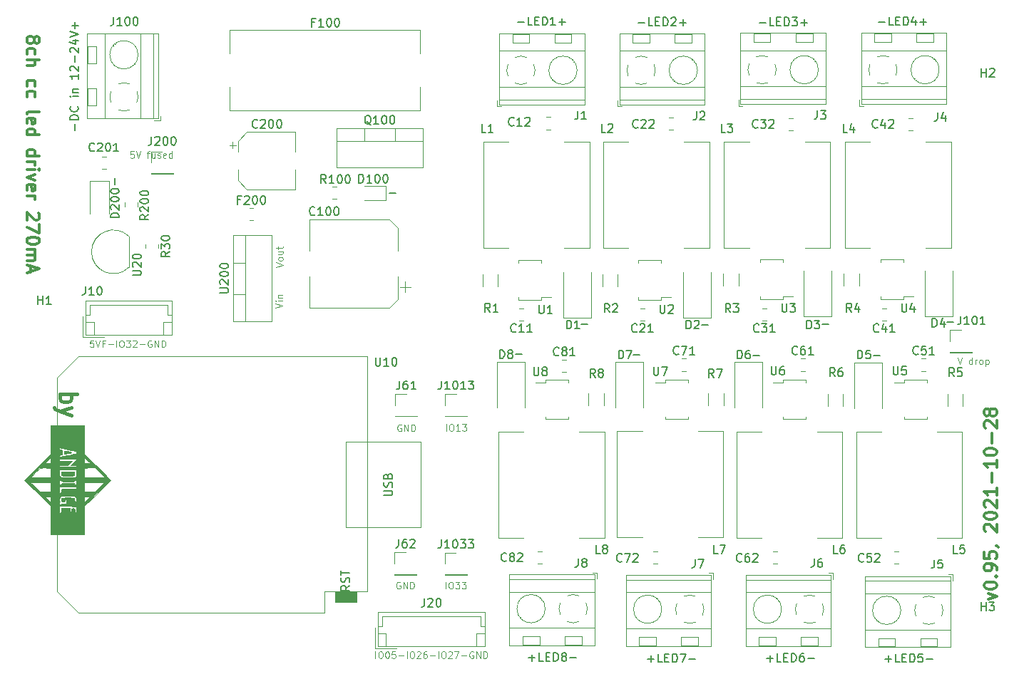
<source format=gto>
G04 #@! TF.GenerationSoftware,KiCad,Pcbnew,5.1.11-e4df9d881f~92~ubuntu20.04.1*
G04 #@! TF.CreationDate,2021-10-29T00:11:59+02:00*
G04 #@! TF.ProjectId,CC dimmer low voltage,43432064-696d-46d6-9572-206c6f772076,0.95*
G04 #@! TF.SameCoordinates,Original*
G04 #@! TF.FileFunction,Legend,Top*
G04 #@! TF.FilePolarity,Positive*
%FSLAX46Y46*%
G04 Gerber Fmt 4.6, Leading zero omitted, Abs format (unit mm)*
G04 Created by KiCad (PCBNEW 5.1.11-e4df9d881f~92~ubuntu20.04.1) date 2021-10-29 00:11:59*
%MOMM*%
%LPD*%
G01*
G04 APERTURE LIST*
%ADD10C,0.150000*%
%ADD11C,0.100000*%
%ADD12C,0.400000*%
%ADD13C,0.300000*%
%ADD14C,0.120000*%
%ADD15C,0.010000*%
G04 APERTURE END LIST*
D10*
X108986628Y-61391752D02*
X108986628Y-60629847D01*
D11*
X128111304Y-71196047D02*
X128911304Y-70929380D01*
X128111304Y-70662714D01*
X128911304Y-70281761D02*
X128873209Y-70357952D01*
X128835114Y-70396047D01*
X128758923Y-70434142D01*
X128530352Y-70434142D01*
X128454161Y-70396047D01*
X128416066Y-70357952D01*
X128377971Y-70281761D01*
X128377971Y-70167476D01*
X128416066Y-70091285D01*
X128454161Y-70053190D01*
X128530352Y-70015095D01*
X128758923Y-70015095D01*
X128835114Y-70053190D01*
X128873209Y-70091285D01*
X128911304Y-70167476D01*
X128911304Y-70281761D01*
X128377971Y-69329380D02*
X128911304Y-69329380D01*
X128377971Y-69672238D02*
X128797019Y-69672238D01*
X128873209Y-69634142D01*
X128911304Y-69557952D01*
X128911304Y-69443666D01*
X128873209Y-69367476D01*
X128835114Y-69329380D01*
X128377971Y-69062714D02*
X128377971Y-68757952D01*
X128111304Y-68948428D02*
X128797019Y-68948428D01*
X128873209Y-68910333D01*
X128911304Y-68834142D01*
X128911304Y-68757952D01*
X128035104Y-76028447D02*
X128835104Y-75761780D01*
X128035104Y-75495114D01*
X128835104Y-75228447D02*
X128301771Y-75228447D01*
X128035104Y-75228447D02*
X128073200Y-75266542D01*
X128111295Y-75228447D01*
X128073200Y-75190352D01*
X128035104Y-75228447D01*
X128111295Y-75228447D01*
X128301771Y-74847495D02*
X128835104Y-74847495D01*
X128377961Y-74847495D02*
X128339866Y-74809400D01*
X128301771Y-74733209D01*
X128301771Y-74618923D01*
X128339866Y-74542733D01*
X128416057Y-74504638D01*
X128835104Y-74504638D01*
D10*
X141579647Y-62428428D02*
X142341552Y-62428428D01*
X207746647Y-77770028D02*
X208508552Y-77770028D01*
X199009047Y-81707028D02*
X199770952Y-81707028D01*
X192963847Y-78024028D02*
X193725752Y-78024028D01*
X184708847Y-81681628D02*
X185470752Y-81681628D01*
X178638247Y-78049428D02*
X179400152Y-78049428D01*
X170510247Y-81656228D02*
X171272152Y-81656228D01*
X156565647Y-81580028D02*
X157327552Y-81580028D01*
X164312647Y-77998628D02*
X165074552Y-77998628D01*
D12*
X102447838Y-86261723D02*
X104447838Y-86261723D01*
X103685933Y-86261723D02*
X103781171Y-86452200D01*
X103781171Y-86833152D01*
X103685933Y-87023628D01*
X103590695Y-87118866D01*
X103400219Y-87214104D01*
X102828790Y-87214104D01*
X102638314Y-87118866D01*
X102543076Y-87023628D01*
X102447838Y-86833152D01*
X102447838Y-86452200D01*
X102543076Y-86261723D01*
X103781171Y-87880771D02*
X102447838Y-88356961D01*
X103781171Y-88833152D02*
X102447838Y-88356961D01*
X101971647Y-88166485D01*
X101876409Y-88071247D01*
X101781171Y-87880771D01*
D11*
X208991438Y-81934104D02*
X209258104Y-82734104D01*
X209524771Y-81934104D01*
X210743819Y-82734104D02*
X210743819Y-81934104D01*
X210743819Y-82696009D02*
X210667628Y-82734104D01*
X210515247Y-82734104D01*
X210439057Y-82696009D01*
X210400961Y-82657914D01*
X210362866Y-82581723D01*
X210362866Y-82353152D01*
X210400961Y-82276961D01*
X210439057Y-82238866D01*
X210515247Y-82200771D01*
X210667628Y-82200771D01*
X210743819Y-82238866D01*
X211124771Y-82734104D02*
X211124771Y-82200771D01*
X211124771Y-82353152D02*
X211162866Y-82276961D01*
X211200961Y-82238866D01*
X211277152Y-82200771D01*
X211353342Y-82200771D01*
X211734295Y-82734104D02*
X211658104Y-82696009D01*
X211620009Y-82657914D01*
X211581914Y-82581723D01*
X211581914Y-82353152D01*
X211620009Y-82276961D01*
X211658104Y-82238866D01*
X211734295Y-82200771D01*
X211848580Y-82200771D01*
X211924771Y-82238866D01*
X211962866Y-82276961D01*
X212000961Y-82353152D01*
X212000961Y-82581723D01*
X211962866Y-82657914D01*
X211924771Y-82696009D01*
X211848580Y-82734104D01*
X211734295Y-82734104D01*
X212343819Y-82200771D02*
X212343819Y-83000771D01*
X212343819Y-82238866D02*
X212420009Y-82200771D01*
X212572390Y-82200771D01*
X212648580Y-82238866D01*
X212686676Y-82276961D01*
X212724771Y-82353152D01*
X212724771Y-82581723D01*
X212686676Y-82657914D01*
X212648580Y-82696009D01*
X212572390Y-82734104D01*
X212420009Y-82734104D01*
X212343819Y-82696009D01*
X111207809Y-57423104D02*
X110826857Y-57423104D01*
X110788761Y-57804057D01*
X110826857Y-57765961D01*
X110903047Y-57727866D01*
X111093523Y-57727866D01*
X111169714Y-57765961D01*
X111207809Y-57804057D01*
X111245904Y-57880247D01*
X111245904Y-58070723D01*
X111207809Y-58146914D01*
X111169714Y-58185009D01*
X111093523Y-58223104D01*
X110903047Y-58223104D01*
X110826857Y-58185009D01*
X110788761Y-58146914D01*
X111474476Y-57423104D02*
X111741142Y-58223104D01*
X112007809Y-57423104D01*
X112769714Y-57689771D02*
X113074476Y-57689771D01*
X112884000Y-58223104D02*
X112884000Y-57537390D01*
X112922095Y-57461200D01*
X112998285Y-57423104D01*
X113074476Y-57423104D01*
X113684000Y-57689771D02*
X113684000Y-58223104D01*
X113341142Y-57689771D02*
X113341142Y-58108819D01*
X113379238Y-58185009D01*
X113455428Y-58223104D01*
X113569714Y-58223104D01*
X113645904Y-58185009D01*
X113684000Y-58146914D01*
X114026857Y-58185009D02*
X114103047Y-58223104D01*
X114255428Y-58223104D01*
X114331619Y-58185009D01*
X114369714Y-58108819D01*
X114369714Y-58070723D01*
X114331619Y-57994533D01*
X114255428Y-57956438D01*
X114141142Y-57956438D01*
X114064952Y-57918342D01*
X114026857Y-57842152D01*
X114026857Y-57804057D01*
X114064952Y-57727866D01*
X114141142Y-57689771D01*
X114255428Y-57689771D01*
X114331619Y-57727866D01*
X115017333Y-58185009D02*
X114941142Y-58223104D01*
X114788761Y-58223104D01*
X114712571Y-58185009D01*
X114674476Y-58108819D01*
X114674476Y-57804057D01*
X114712571Y-57727866D01*
X114788761Y-57689771D01*
X114941142Y-57689771D01*
X115017333Y-57727866D01*
X115055428Y-57804057D01*
X115055428Y-57880247D01*
X114674476Y-57956438D01*
X115741142Y-58223104D02*
X115741142Y-57423104D01*
X115741142Y-58185009D02*
X115664952Y-58223104D01*
X115512571Y-58223104D01*
X115436380Y-58185009D01*
X115398285Y-58146914D01*
X115360190Y-58070723D01*
X115360190Y-57842152D01*
X115398285Y-57765961D01*
X115436380Y-57727866D01*
X115512571Y-57689771D01*
X115664952Y-57689771D01*
X115741142Y-57727866D01*
D13*
X99365571Y-44070714D02*
X99437000Y-43927857D01*
X99508428Y-43856428D01*
X99651285Y-43785000D01*
X99722714Y-43785000D01*
X99865571Y-43856428D01*
X99937000Y-43927857D01*
X100008428Y-44070714D01*
X100008428Y-44356428D01*
X99937000Y-44499285D01*
X99865571Y-44570714D01*
X99722714Y-44642142D01*
X99651285Y-44642142D01*
X99508428Y-44570714D01*
X99437000Y-44499285D01*
X99365571Y-44356428D01*
X99365571Y-44070714D01*
X99294142Y-43927857D01*
X99222714Y-43856428D01*
X99079857Y-43785000D01*
X98794142Y-43785000D01*
X98651285Y-43856428D01*
X98579857Y-43927857D01*
X98508428Y-44070714D01*
X98508428Y-44356428D01*
X98579857Y-44499285D01*
X98651285Y-44570714D01*
X98794142Y-44642142D01*
X99079857Y-44642142D01*
X99222714Y-44570714D01*
X99294142Y-44499285D01*
X99365571Y-44356428D01*
X98579857Y-45927857D02*
X98508428Y-45785000D01*
X98508428Y-45499285D01*
X98579857Y-45356428D01*
X98651285Y-45285000D01*
X98794142Y-45213571D01*
X99222714Y-45213571D01*
X99365571Y-45285000D01*
X99437000Y-45356428D01*
X99508428Y-45499285D01*
X99508428Y-45785000D01*
X99437000Y-45927857D01*
X98508428Y-46570714D02*
X100008428Y-46570714D01*
X98508428Y-47213571D02*
X99294142Y-47213571D01*
X99437000Y-47142142D01*
X99508428Y-46999285D01*
X99508428Y-46785000D01*
X99437000Y-46642142D01*
X99365571Y-46570714D01*
X98579857Y-49713571D02*
X98508428Y-49570714D01*
X98508428Y-49285000D01*
X98579857Y-49142142D01*
X98651285Y-49070714D01*
X98794142Y-48999285D01*
X99222714Y-48999285D01*
X99365571Y-49070714D01*
X99437000Y-49142142D01*
X99508428Y-49285000D01*
X99508428Y-49570714D01*
X99437000Y-49713571D01*
X98579857Y-50999285D02*
X98508428Y-50856428D01*
X98508428Y-50570714D01*
X98579857Y-50427857D01*
X98651285Y-50356428D01*
X98794142Y-50285000D01*
X99222714Y-50285000D01*
X99365571Y-50356428D01*
X99437000Y-50427857D01*
X99508428Y-50570714D01*
X99508428Y-50856428D01*
X99437000Y-50999285D01*
X98508428Y-52999285D02*
X98579857Y-52856428D01*
X98722714Y-52785000D01*
X100008428Y-52785000D01*
X98579857Y-54142142D02*
X98508428Y-53999285D01*
X98508428Y-53713571D01*
X98579857Y-53570714D01*
X98722714Y-53499285D01*
X99294142Y-53499285D01*
X99437000Y-53570714D01*
X99508428Y-53713571D01*
X99508428Y-53999285D01*
X99437000Y-54142142D01*
X99294142Y-54213571D01*
X99151285Y-54213571D01*
X99008428Y-53499285D01*
X98508428Y-55499285D02*
X100008428Y-55499285D01*
X98579857Y-55499285D02*
X98508428Y-55356428D01*
X98508428Y-55070714D01*
X98579857Y-54927857D01*
X98651285Y-54856428D01*
X98794142Y-54785000D01*
X99222714Y-54785000D01*
X99365571Y-54856428D01*
X99437000Y-54927857D01*
X99508428Y-55070714D01*
X99508428Y-55356428D01*
X99437000Y-55499285D01*
X98508428Y-57999285D02*
X100008428Y-57999285D01*
X98579857Y-57999285D02*
X98508428Y-57856428D01*
X98508428Y-57570714D01*
X98579857Y-57427857D01*
X98651285Y-57356428D01*
X98794142Y-57285000D01*
X99222714Y-57285000D01*
X99365571Y-57356428D01*
X99437000Y-57427857D01*
X99508428Y-57570714D01*
X99508428Y-57856428D01*
X99437000Y-57999285D01*
X98508428Y-58713571D02*
X99508428Y-58713571D01*
X99222714Y-58713571D02*
X99365571Y-58785000D01*
X99437000Y-58856428D01*
X99508428Y-58999285D01*
X99508428Y-59142142D01*
X98508428Y-59642142D02*
X99508428Y-59642142D01*
X100008428Y-59642142D02*
X99937000Y-59570714D01*
X99865571Y-59642142D01*
X99937000Y-59713571D01*
X100008428Y-59642142D01*
X99865571Y-59642142D01*
X99508428Y-60213571D02*
X98508428Y-60570714D01*
X99508428Y-60927857D01*
X98579857Y-62070714D02*
X98508428Y-61927857D01*
X98508428Y-61642142D01*
X98579857Y-61499285D01*
X98722714Y-61427857D01*
X99294142Y-61427857D01*
X99437000Y-61499285D01*
X99508428Y-61642142D01*
X99508428Y-61927857D01*
X99437000Y-62070714D01*
X99294142Y-62142142D01*
X99151285Y-62142142D01*
X99008428Y-61427857D01*
X98508428Y-62785000D02*
X99508428Y-62785000D01*
X99222714Y-62785000D02*
X99365571Y-62856428D01*
X99437000Y-62927857D01*
X99508428Y-63070714D01*
X99508428Y-63213571D01*
X99865571Y-64785000D02*
X99937000Y-64856428D01*
X100008428Y-64999285D01*
X100008428Y-65356428D01*
X99937000Y-65499285D01*
X99865571Y-65570714D01*
X99722714Y-65642142D01*
X99579857Y-65642142D01*
X99365571Y-65570714D01*
X98508428Y-64713571D01*
X98508428Y-65642142D01*
X100008428Y-66142142D02*
X100008428Y-67142142D01*
X98508428Y-66499285D01*
X100008428Y-67999285D02*
X100008428Y-68142142D01*
X99937000Y-68285000D01*
X99865571Y-68356428D01*
X99722714Y-68427857D01*
X99437000Y-68499285D01*
X99079857Y-68499285D01*
X98794142Y-68427857D01*
X98651285Y-68356428D01*
X98579857Y-68285000D01*
X98508428Y-68142142D01*
X98508428Y-67999285D01*
X98579857Y-67856428D01*
X98651285Y-67785000D01*
X98794142Y-67713571D01*
X99079857Y-67642142D01*
X99437000Y-67642142D01*
X99722714Y-67713571D01*
X99865571Y-67785000D01*
X99937000Y-67856428D01*
X100008428Y-67999285D01*
X98508428Y-69142142D02*
X99508428Y-69142142D01*
X99365571Y-69142142D02*
X99437000Y-69213571D01*
X99508428Y-69356428D01*
X99508428Y-69570714D01*
X99437000Y-69713571D01*
X99294142Y-69785000D01*
X98508428Y-69785000D01*
X99294142Y-69785000D02*
X99437000Y-69856428D01*
X99508428Y-69999285D01*
X99508428Y-70213571D01*
X99437000Y-70356428D01*
X99294142Y-70427857D01*
X98508428Y-70427857D01*
X98937000Y-71070714D02*
X98937000Y-71785000D01*
X98508428Y-70927857D02*
X100008428Y-71427857D01*
X98508428Y-71927857D01*
X212657571Y-110671142D02*
X213657571Y-110314000D01*
X212657571Y-109956857D01*
X212157571Y-109099714D02*
X212157571Y-108956857D01*
X212229000Y-108814000D01*
X212300428Y-108742571D01*
X212443285Y-108671142D01*
X212729000Y-108599714D01*
X213086142Y-108599714D01*
X213371857Y-108671142D01*
X213514714Y-108742571D01*
X213586142Y-108814000D01*
X213657571Y-108956857D01*
X213657571Y-109099714D01*
X213586142Y-109242571D01*
X213514714Y-109314000D01*
X213371857Y-109385428D01*
X213086142Y-109456857D01*
X212729000Y-109456857D01*
X212443285Y-109385428D01*
X212300428Y-109314000D01*
X212229000Y-109242571D01*
X212157571Y-109099714D01*
X213514714Y-107956857D02*
X213586142Y-107885428D01*
X213657571Y-107956857D01*
X213586142Y-108028285D01*
X213514714Y-107956857D01*
X213657571Y-107956857D01*
X213657571Y-107171142D02*
X213657571Y-106885428D01*
X213586142Y-106742571D01*
X213514714Y-106671142D01*
X213300428Y-106528285D01*
X213014714Y-106456857D01*
X212443285Y-106456857D01*
X212300428Y-106528285D01*
X212229000Y-106599714D01*
X212157571Y-106742571D01*
X212157571Y-107028285D01*
X212229000Y-107171142D01*
X212300428Y-107242571D01*
X212443285Y-107314000D01*
X212800428Y-107314000D01*
X212943285Y-107242571D01*
X213014714Y-107171142D01*
X213086142Y-107028285D01*
X213086142Y-106742571D01*
X213014714Y-106599714D01*
X212943285Y-106528285D01*
X212800428Y-106456857D01*
X212157571Y-105099714D02*
X212157571Y-105814000D01*
X212871857Y-105885428D01*
X212800428Y-105814000D01*
X212729000Y-105671142D01*
X212729000Y-105314000D01*
X212800428Y-105171142D01*
X212871857Y-105099714D01*
X213014714Y-105028285D01*
X213371857Y-105028285D01*
X213514714Y-105099714D01*
X213586142Y-105171142D01*
X213657571Y-105314000D01*
X213657571Y-105671142D01*
X213586142Y-105814000D01*
X213514714Y-105885428D01*
X213586142Y-104314000D02*
X213657571Y-104314000D01*
X213800428Y-104385428D01*
X213871857Y-104456857D01*
X212300428Y-102599714D02*
X212229000Y-102528285D01*
X212157571Y-102385428D01*
X212157571Y-102028285D01*
X212229000Y-101885428D01*
X212300428Y-101814000D01*
X212443285Y-101742571D01*
X212586142Y-101742571D01*
X212800428Y-101814000D01*
X213657571Y-102671142D01*
X213657571Y-101742571D01*
X212157571Y-100814000D02*
X212157571Y-100671142D01*
X212229000Y-100528285D01*
X212300428Y-100456857D01*
X212443285Y-100385428D01*
X212729000Y-100314000D01*
X213086142Y-100314000D01*
X213371857Y-100385428D01*
X213514714Y-100456857D01*
X213586142Y-100528285D01*
X213657571Y-100671142D01*
X213657571Y-100814000D01*
X213586142Y-100956857D01*
X213514714Y-101028285D01*
X213371857Y-101099714D01*
X213086142Y-101171142D01*
X212729000Y-101171142D01*
X212443285Y-101099714D01*
X212300428Y-101028285D01*
X212229000Y-100956857D01*
X212157571Y-100814000D01*
X212300428Y-99742571D02*
X212229000Y-99671142D01*
X212157571Y-99528285D01*
X212157571Y-99171142D01*
X212229000Y-99028285D01*
X212300428Y-98956857D01*
X212443285Y-98885428D01*
X212586142Y-98885428D01*
X212800428Y-98956857D01*
X213657571Y-99814000D01*
X213657571Y-98885428D01*
X213657571Y-97456857D02*
X213657571Y-98314000D01*
X213657571Y-97885428D02*
X212157571Y-97885428D01*
X212371857Y-98028285D01*
X212514714Y-98171142D01*
X212586142Y-98314000D01*
X213086142Y-96814000D02*
X213086142Y-95671142D01*
X213657571Y-94171142D02*
X213657571Y-95028285D01*
X213657571Y-94599714D02*
X212157571Y-94599714D01*
X212371857Y-94742571D01*
X212514714Y-94885428D01*
X212586142Y-95028285D01*
X212157571Y-93242571D02*
X212157571Y-93099714D01*
X212229000Y-92956857D01*
X212300428Y-92885428D01*
X212443285Y-92814000D01*
X212729000Y-92742571D01*
X213086142Y-92742571D01*
X213371857Y-92814000D01*
X213514714Y-92885428D01*
X213586142Y-92956857D01*
X213657571Y-93099714D01*
X213657571Y-93242571D01*
X213586142Y-93385428D01*
X213514714Y-93456857D01*
X213371857Y-93528285D01*
X213086142Y-93599714D01*
X212729000Y-93599714D01*
X212443285Y-93528285D01*
X212300428Y-93456857D01*
X212229000Y-93385428D01*
X212157571Y-93242571D01*
X213086142Y-92099714D02*
X213086142Y-90956857D01*
X212300428Y-90314000D02*
X212229000Y-90242571D01*
X212157571Y-90099714D01*
X212157571Y-89742571D01*
X212229000Y-89599714D01*
X212300428Y-89528285D01*
X212443285Y-89456857D01*
X212586142Y-89456857D01*
X212800428Y-89528285D01*
X213657571Y-90385428D01*
X213657571Y-89456857D01*
X212800428Y-88599714D02*
X212729000Y-88742571D01*
X212657571Y-88814000D01*
X212514714Y-88885428D01*
X212443285Y-88885428D01*
X212300428Y-88814000D01*
X212229000Y-88742571D01*
X212157571Y-88599714D01*
X212157571Y-88314000D01*
X212229000Y-88171142D01*
X212300428Y-88099714D01*
X212443285Y-88028285D01*
X212514714Y-88028285D01*
X212657571Y-88099714D01*
X212729000Y-88171142D01*
X212800428Y-88314000D01*
X212800428Y-88599714D01*
X212871857Y-88742571D01*
X212943285Y-88814000D01*
X213086142Y-88885428D01*
X213371857Y-88885428D01*
X213514714Y-88814000D01*
X213586142Y-88742571D01*
X213657571Y-88599714D01*
X213657571Y-88314000D01*
X213586142Y-88171142D01*
X213514714Y-88099714D01*
X213371857Y-88028285D01*
X213086142Y-88028285D01*
X212943285Y-88099714D01*
X212871857Y-88171142D01*
X212800428Y-88314000D01*
D14*
X122586400Y-43028200D02*
X122586400Y-45828200D01*
X122586400Y-49828200D02*
X122586400Y-52628200D01*
X145186400Y-49828200D02*
X145186400Y-52628200D01*
X145186400Y-52628200D02*
X122586400Y-52628200D01*
X145186400Y-43028200D02*
X122586400Y-43028200D01*
X145186400Y-43028200D02*
X145186400Y-45828200D01*
X185584000Y-70614000D02*
X185584000Y-70284000D01*
X185584000Y-70284000D02*
X188304000Y-70284000D01*
X189484000Y-74674000D02*
X188304000Y-74674000D01*
X185584000Y-75004000D02*
X185584000Y-74674000D01*
X188304000Y-75004000D02*
X185584000Y-75004000D01*
X188304000Y-75004000D02*
X188304000Y-74674000D01*
X188304000Y-70284000D02*
X188304000Y-70614000D01*
X133832600Y-109778800D02*
X138912600Y-109778800D01*
X102082600Y-84378800D02*
X102082600Y-108508800D01*
X102082600Y-84378800D02*
X104622600Y-81838800D01*
X102082600Y-109778800D02*
X104622600Y-112318800D01*
X102082600Y-109778800D02*
X102082600Y-108508800D01*
X104622600Y-81838800D02*
X138912600Y-81838800D01*
X104622600Y-112318800D02*
X133832600Y-112318800D01*
X133832600Y-112318800D02*
X133832600Y-109778800D01*
D11*
G36*
X137642600Y-111048800D02*
G01*
X135102600Y-111048800D01*
X135102600Y-109778800D01*
X137642600Y-109778800D01*
X137642600Y-111048800D01*
G37*
X137642600Y-111048800D02*
X135102600Y-111048800D01*
X135102600Y-109778800D01*
X137642600Y-109778800D01*
X137642600Y-111048800D01*
D14*
X138912600Y-109778800D02*
X138912600Y-81838800D01*
X138912600Y-102158800D02*
X145262600Y-102158800D01*
X145262600Y-102158800D02*
X145262600Y-91998800D01*
X145262600Y-91998800D02*
X138912600Y-91998800D01*
X138912600Y-102158800D02*
X136372600Y-102158800D01*
X136372600Y-102158800D02*
X136372600Y-91998800D01*
X136372600Y-91998800D02*
X138912600Y-91998800D01*
X148123600Y-105146800D02*
X149453600Y-105146800D01*
X148123600Y-106476800D02*
X148123600Y-105146800D01*
X148123600Y-107746800D02*
X150783600Y-107746800D01*
X150783600Y-107746800D02*
X150783600Y-107806800D01*
X148123600Y-107746800D02*
X148123600Y-107806800D01*
X148123600Y-107806800D02*
X150783600Y-107806800D01*
X148149000Y-86274600D02*
X149479000Y-86274600D01*
X148149000Y-87604600D02*
X148149000Y-86274600D01*
X148149000Y-88874600D02*
X150809000Y-88874600D01*
X150809000Y-88874600D02*
X150809000Y-88934600D01*
X148149000Y-88874600D02*
X148149000Y-88934600D01*
X148149000Y-88934600D02*
X150809000Y-88934600D01*
D15*
G36*
X106883205Y-98043995D02*
G01*
X105333800Y-99594004D01*
X105333800Y-102971600D01*
X101320600Y-102971600D01*
X101320600Y-99594004D01*
X99771196Y-98043995D01*
X98221791Y-96493985D01*
X99771196Y-94945204D01*
X100652578Y-94064177D01*
X100652578Y-95049466D01*
X100553361Y-95049837D01*
X100076000Y-95054679D01*
X99504500Y-95621411D01*
X99310405Y-95814695D01*
X99144563Y-95981385D01*
X99019157Y-96109112D01*
X98946366Y-96185511D01*
X98933000Y-96201671D01*
X98981459Y-96205484D01*
X99117469Y-96208882D01*
X99326982Y-96211703D01*
X99595949Y-96213789D01*
X99910324Y-96214981D01*
X100123631Y-96215200D01*
X101314262Y-96215200D01*
X101320600Y-95993281D01*
X101320600Y-96774000D01*
X98909333Y-96774000D01*
X99466400Y-97332800D01*
X100023468Y-97891600D01*
X101320600Y-97891600D01*
X101320600Y-98450400D01*
X100990400Y-98450400D01*
X100822238Y-98455952D01*
X100703308Y-98470480D01*
X100660200Y-98489967D01*
X100694050Y-98540915D01*
X100784739Y-98644297D01*
X100915976Y-98782016D01*
X100990400Y-98856800D01*
X101320600Y-99184064D01*
X101320600Y-98450400D01*
X101320600Y-97891600D01*
X101320600Y-96774000D01*
X101320600Y-95993281D01*
X101330131Y-95659562D01*
X101346000Y-95103925D01*
X101188361Y-95074460D01*
X101067238Y-95061804D01*
X100877620Y-95053045D01*
X100652578Y-95049466D01*
X100652578Y-94064177D01*
X101320600Y-93396424D01*
X101320600Y-93805135D01*
X100990400Y-94132400D01*
X100845763Y-94277192D01*
X100733320Y-94392497D01*
X100669155Y-94461684D01*
X100660200Y-94473832D01*
X100706552Y-94481048D01*
X100827825Y-94486151D01*
X100990400Y-94488000D01*
X101320600Y-94488000D01*
X101320600Y-93805135D01*
X101320600Y-93396424D01*
X101320600Y-90017600D01*
X102361627Y-90017600D01*
X102361627Y-92659200D01*
X102342794Y-92702792D01*
X102336600Y-92786200D01*
X102361206Y-92886625D01*
X102434046Y-92913200D01*
X102578913Y-92929867D01*
X102658145Y-92993784D01*
X102689237Y-93125823D01*
X102692200Y-93221133D01*
X102688199Y-93369437D01*
X102663325Y-93446510D01*
X102598276Y-93482708D01*
X102514400Y-93500751D01*
X102391482Y-93537350D01*
X102342307Y-93599961D01*
X102336600Y-93656421D01*
X102353116Y-93744897D01*
X102421434Y-93758179D01*
X102450900Y-93752289D01*
X102563424Y-93727843D01*
X102744380Y-93690321D01*
X102974796Y-93643483D01*
X103235697Y-93591090D01*
X103352600Y-93567835D01*
X103352600Y-93980000D01*
X102336600Y-93980000D01*
X102336600Y-94110766D01*
X102344311Y-94189434D01*
X102385215Y-94226482D01*
X102485970Y-94235441D01*
X102577900Y-94233252D01*
X102734749Y-94230115D01*
X102957140Y-94228514D01*
X103209024Y-94228625D01*
X103347789Y-94229485D01*
X103876378Y-94234000D01*
X103378000Y-94741850D01*
X102857300Y-94741925D01*
X102622696Y-94743291D01*
X102471509Y-94749674D01*
X102385567Y-94764623D01*
X102346698Y-94791686D01*
X102336728Y-94834412D01*
X102336600Y-94843600D01*
X102340523Y-94877742D01*
X102360912Y-94903235D01*
X102410699Y-94921338D01*
X102502818Y-94933315D01*
X102650200Y-94940426D01*
X102865779Y-94943934D01*
X103162487Y-94945099D01*
X103378000Y-94945200D01*
X103727964Y-94944817D01*
X103989260Y-94942828D01*
X104174822Y-94937970D01*
X104297582Y-94928983D01*
X104370472Y-94914604D01*
X104406425Y-94893572D01*
X104418373Y-94864625D01*
X104419400Y-94843600D01*
X104419400Y-95250000D01*
X102325496Y-95250000D01*
X102345014Y-95636513D01*
X102359709Y-95842945D01*
X102383447Y-95974901D01*
X102423991Y-96059496D01*
X102483194Y-96119113D01*
X102539396Y-96156269D01*
X102612745Y-96182522D01*
X102720479Y-96199706D01*
X102879836Y-96209655D01*
X103108054Y-96214205D01*
X103385937Y-96215200D01*
X103684540Y-96214591D01*
X103898940Y-96211176D01*
X104046531Y-96202565D01*
X104144709Y-96186374D01*
X104210869Y-96160215D01*
X104262407Y-96121701D01*
X104292400Y-96092740D01*
X104292400Y-96520000D01*
X104190257Y-96546496D01*
X104165400Y-96596200D01*
X104151765Y-96625599D01*
X104101581Y-96646516D01*
X104000930Y-96660296D01*
X103835895Y-96668288D01*
X103592557Y-96671836D01*
X103378000Y-96672400D01*
X103074203Y-96671080D01*
X102858064Y-96666223D01*
X102715665Y-96656483D01*
X102633089Y-96640512D01*
X102596418Y-96616963D01*
X102590600Y-96596200D01*
X102546440Y-96534914D01*
X102463600Y-96520000D01*
X102388227Y-96528235D01*
X102350625Y-96570262D01*
X102337804Y-96672063D01*
X102336600Y-96774000D01*
X102340718Y-96924746D01*
X102361732Y-96999950D01*
X102412632Y-97025593D01*
X102463600Y-97028000D01*
X102565744Y-97001503D01*
X102590600Y-96951800D01*
X102604236Y-96922400D01*
X102654420Y-96901483D01*
X102755071Y-96887703D01*
X102920106Y-96879711D01*
X103163444Y-96876163D01*
X103378000Y-96875600D01*
X103681798Y-96876919D01*
X103897937Y-96881776D01*
X104040336Y-96891516D01*
X104122912Y-96907487D01*
X104159583Y-96931036D01*
X104165400Y-96951800D01*
X104209561Y-97013085D01*
X104292400Y-97028000D01*
X104367774Y-97019764D01*
X104405376Y-96977737D01*
X104418197Y-96875936D01*
X104419400Y-96774000D01*
X104419400Y-97332800D01*
X102336600Y-97332800D01*
X102336600Y-97717333D01*
X102338280Y-97911974D01*
X102347522Y-98025336D01*
X102370630Y-98077731D01*
X102413908Y-98089471D01*
X102450900Y-98085633D01*
X102520732Y-98063114D01*
X102554308Y-98003020D01*
X102563941Y-97877322D01*
X102564033Y-97828100D01*
X102569289Y-97680224D01*
X102594099Y-97607727D01*
X102649209Y-97584769D01*
X102665633Y-97583823D01*
X102749849Y-97583058D01*
X102915876Y-97582871D01*
X103143927Y-97583239D01*
X103414216Y-97584139D01*
X103593900Y-97584950D01*
X104208826Y-97588006D01*
X104208826Y-98399600D01*
X102547175Y-98399600D01*
X102441888Y-98533450D01*
X102349882Y-98721735D01*
X102352453Y-98919151D01*
X102389188Y-99012539D01*
X102415828Y-99093413D01*
X102389188Y-99110800D01*
X102349883Y-99154322D01*
X102336600Y-99239777D01*
X102336600Y-99368755D01*
X102336600Y-99618223D01*
X102336600Y-99991044D01*
X102340202Y-100175964D01*
X102349701Y-100318070D01*
X102363140Y-100389655D01*
X102364942Y-100392208D01*
X102431325Y-100404329D01*
X102491942Y-100394750D01*
X102553145Y-100359743D01*
X102582769Y-100278590D01*
X102590599Y-100124131D01*
X102590600Y-100120875D01*
X102590600Y-99872800D01*
X103606600Y-99872800D01*
X103606600Y-100050600D01*
X103617966Y-100173143D01*
X103662334Y-100222588D01*
X103708200Y-100228400D01*
X103778225Y-100208511D01*
X103806479Y-100130866D01*
X103809800Y-100050600D01*
X103817726Y-99931412D01*
X103861919Y-99882530D01*
X103973005Y-99872817D01*
X103984680Y-99872800D01*
X104094796Y-99879215D01*
X104147971Y-99917372D01*
X104169234Y-100015633D01*
X104175180Y-100088700D01*
X104194608Y-100229651D01*
X104236583Y-100297959D01*
X104305100Y-100320833D01*
X104364746Y-100323167D01*
X104398949Y-100294957D01*
X104414756Y-100215216D01*
X104419216Y-100062961D01*
X104419400Y-99980474D01*
X104419400Y-99623882D01*
X103378000Y-99621052D01*
X102336600Y-99618223D01*
X102336600Y-99368755D01*
X102781100Y-99354077D01*
X103225600Y-99339400D01*
X103225600Y-99085400D01*
X103220251Y-98933049D01*
X103197547Y-98857066D01*
X103147500Y-98832486D01*
X103124000Y-98831400D01*
X103040890Y-98865034D01*
X103006326Y-98971100D01*
X102980815Y-99067770D01*
X102912615Y-99105598D01*
X102821261Y-99110800D01*
X102689642Y-99090042D01*
X102617990Y-99015025D01*
X102591777Y-98866630D01*
X102590600Y-98807280D01*
X102617652Y-98686931D01*
X102670955Y-98633635D01*
X102756448Y-98620550D01*
X102918289Y-98611171D01*
X103131296Y-98605497D01*
X103370284Y-98603527D01*
X103610070Y-98605262D01*
X103825469Y-98610702D01*
X103991300Y-98619846D01*
X104082377Y-98632696D01*
X104085046Y-98633635D01*
X104142072Y-98697689D01*
X104164613Y-98841329D01*
X104165400Y-98887635D01*
X104170968Y-99026569D01*
X104198106Y-99091578D01*
X104262465Y-99110164D01*
X104292400Y-99110800D01*
X104371651Y-99100932D01*
X104408609Y-99052946D01*
X104419069Y-98939266D01*
X104419400Y-98889050D01*
X104380568Y-98652364D01*
X104314113Y-98533450D01*
X104208826Y-98399600D01*
X104208826Y-97588006D01*
X104419400Y-97589053D01*
X104419400Y-97332800D01*
X104419400Y-96774000D01*
X104415283Y-96623253D01*
X104394269Y-96548049D01*
X104343369Y-96522406D01*
X104292400Y-96520000D01*
X104292400Y-96092740D01*
X104294710Y-96090509D01*
X104362006Y-96010117D01*
X104399820Y-95917548D01*
X104416235Y-95781518D01*
X104419400Y-95607909D01*
X104419400Y-95250000D01*
X104419400Y-94843600D01*
X104410084Y-94790868D01*
X104367854Y-94760323D01*
X104271292Y-94746036D01*
X104098980Y-94742075D01*
X104052463Y-94742000D01*
X103685525Y-94741999D01*
X104027063Y-94397825D01*
X104174317Y-94245812D01*
X104289689Y-94119821D01*
X104357392Y-94037463D01*
X104368600Y-94016825D01*
X104320337Y-94005632D01*
X104185683Y-93995809D01*
X103979847Y-93987907D01*
X103718036Y-93982477D01*
X103415456Y-93980070D01*
X103352600Y-93980000D01*
X103352600Y-93567835D01*
X103508109Y-93536900D01*
X103773058Y-93484675D01*
X104011569Y-93438174D01*
X104204668Y-93401157D01*
X104333381Y-93377385D01*
X104378043Y-93370400D01*
X104407092Y-93326218D01*
X104419398Y-93219781D01*
X104419400Y-93218000D01*
X104413951Y-93110897D01*
X104400825Y-93065608D01*
X104400628Y-93065600D01*
X104347434Y-93055928D01*
X104209960Y-93028947D01*
X104003464Y-92987707D01*
X103743204Y-92935258D01*
X103444440Y-92874652D01*
X103384255Y-92862400D01*
X103079378Y-92800542D01*
X102809616Y-92746273D01*
X102590353Y-92702647D01*
X102436971Y-92672722D01*
X102364854Y-92659555D01*
X102361627Y-92659200D01*
X102361627Y-90017600D01*
X105333800Y-90017600D01*
X105333800Y-93396424D01*
X105333800Y-93805135D01*
X105333800Y-94488000D01*
X105664000Y-94488000D01*
X105832186Y-94486011D01*
X105951120Y-94480807D01*
X105994200Y-94473832D01*
X105960627Y-94434352D01*
X105870630Y-94340330D01*
X105740291Y-94208396D01*
X105664000Y-94132400D01*
X105333800Y-93805135D01*
X105333800Y-93396424D01*
X106580058Y-94642179D01*
X106580058Y-95046800D01*
X105990796Y-95046800D01*
X105755587Y-95049562D01*
X105558858Y-95057068D01*
X105422133Y-95068149D01*
X105367667Y-95080666D01*
X105353876Y-95142442D01*
X105342790Y-95283418D01*
X105335710Y-95481206D01*
X105333800Y-95664866D01*
X105333800Y-96215200D01*
X105333800Y-96774000D01*
X105333800Y-97891600D01*
X105687589Y-97891600D01*
X105687589Y-98451111D01*
X105537611Y-98454570D01*
X105419058Y-98466737D01*
X105367667Y-98484266D01*
X105350309Y-98549005D01*
X105338094Y-98685041D01*
X105333800Y-98851099D01*
X105333800Y-99184064D01*
X105664000Y-98856800D01*
X105809200Y-98708835D01*
X105921858Y-98586310D01*
X105985686Y-98507324D01*
X105994200Y-98489967D01*
X105949070Y-98469112D01*
X105835804Y-98456059D01*
X105687589Y-98451111D01*
X105687589Y-97891600D01*
X106630933Y-97891600D01*
X107188000Y-97332800D01*
X107745068Y-96774000D01*
X105333800Y-96774000D01*
X105333800Y-96215200D01*
X107745143Y-96215200D01*
X107162600Y-95631000D01*
X106580058Y-95046800D01*
X106580058Y-94642179D01*
X106883205Y-94945204D01*
X108432610Y-96493985D01*
X106883205Y-98043995D01*
G37*
X106883205Y-98043995D02*
X105333800Y-99594004D01*
X105333800Y-102971600D01*
X101320600Y-102971600D01*
X101320600Y-99594004D01*
X99771196Y-98043995D01*
X98221791Y-96493985D01*
X99771196Y-94945204D01*
X100652578Y-94064177D01*
X100652578Y-95049466D01*
X100553361Y-95049837D01*
X100076000Y-95054679D01*
X99504500Y-95621411D01*
X99310405Y-95814695D01*
X99144563Y-95981385D01*
X99019157Y-96109112D01*
X98946366Y-96185511D01*
X98933000Y-96201671D01*
X98981459Y-96205484D01*
X99117469Y-96208882D01*
X99326982Y-96211703D01*
X99595949Y-96213789D01*
X99910324Y-96214981D01*
X100123631Y-96215200D01*
X101314262Y-96215200D01*
X101320600Y-95993281D01*
X101320600Y-96774000D01*
X98909333Y-96774000D01*
X99466400Y-97332800D01*
X100023468Y-97891600D01*
X101320600Y-97891600D01*
X101320600Y-98450400D01*
X100990400Y-98450400D01*
X100822238Y-98455952D01*
X100703308Y-98470480D01*
X100660200Y-98489967D01*
X100694050Y-98540915D01*
X100784739Y-98644297D01*
X100915976Y-98782016D01*
X100990400Y-98856800D01*
X101320600Y-99184064D01*
X101320600Y-98450400D01*
X101320600Y-97891600D01*
X101320600Y-96774000D01*
X101320600Y-95993281D01*
X101330131Y-95659562D01*
X101346000Y-95103925D01*
X101188361Y-95074460D01*
X101067238Y-95061804D01*
X100877620Y-95053045D01*
X100652578Y-95049466D01*
X100652578Y-94064177D01*
X101320600Y-93396424D01*
X101320600Y-93805135D01*
X100990400Y-94132400D01*
X100845763Y-94277192D01*
X100733320Y-94392497D01*
X100669155Y-94461684D01*
X100660200Y-94473832D01*
X100706552Y-94481048D01*
X100827825Y-94486151D01*
X100990400Y-94488000D01*
X101320600Y-94488000D01*
X101320600Y-93805135D01*
X101320600Y-93396424D01*
X101320600Y-90017600D01*
X102361627Y-90017600D01*
X102361627Y-92659200D01*
X102342794Y-92702792D01*
X102336600Y-92786200D01*
X102361206Y-92886625D01*
X102434046Y-92913200D01*
X102578913Y-92929867D01*
X102658145Y-92993784D01*
X102689237Y-93125823D01*
X102692200Y-93221133D01*
X102688199Y-93369437D01*
X102663325Y-93446510D01*
X102598276Y-93482708D01*
X102514400Y-93500751D01*
X102391482Y-93537350D01*
X102342307Y-93599961D01*
X102336600Y-93656421D01*
X102353116Y-93744897D01*
X102421434Y-93758179D01*
X102450900Y-93752289D01*
X102563424Y-93727843D01*
X102744380Y-93690321D01*
X102974796Y-93643483D01*
X103235697Y-93591090D01*
X103352600Y-93567835D01*
X103352600Y-93980000D01*
X102336600Y-93980000D01*
X102336600Y-94110766D01*
X102344311Y-94189434D01*
X102385215Y-94226482D01*
X102485970Y-94235441D01*
X102577900Y-94233252D01*
X102734749Y-94230115D01*
X102957140Y-94228514D01*
X103209024Y-94228625D01*
X103347789Y-94229485D01*
X103876378Y-94234000D01*
X103378000Y-94741850D01*
X102857300Y-94741925D01*
X102622696Y-94743291D01*
X102471509Y-94749674D01*
X102385567Y-94764623D01*
X102346698Y-94791686D01*
X102336728Y-94834412D01*
X102336600Y-94843600D01*
X102340523Y-94877742D01*
X102360912Y-94903235D01*
X102410699Y-94921338D01*
X102502818Y-94933315D01*
X102650200Y-94940426D01*
X102865779Y-94943934D01*
X103162487Y-94945099D01*
X103378000Y-94945200D01*
X103727964Y-94944817D01*
X103989260Y-94942828D01*
X104174822Y-94937970D01*
X104297582Y-94928983D01*
X104370472Y-94914604D01*
X104406425Y-94893572D01*
X104418373Y-94864625D01*
X104419400Y-94843600D01*
X104419400Y-95250000D01*
X102325496Y-95250000D01*
X102345014Y-95636513D01*
X102359709Y-95842945D01*
X102383447Y-95974901D01*
X102423991Y-96059496D01*
X102483194Y-96119113D01*
X102539396Y-96156269D01*
X102612745Y-96182522D01*
X102720479Y-96199706D01*
X102879836Y-96209655D01*
X103108054Y-96214205D01*
X103385937Y-96215200D01*
X103684540Y-96214591D01*
X103898940Y-96211176D01*
X104046531Y-96202565D01*
X104144709Y-96186374D01*
X104210869Y-96160215D01*
X104262407Y-96121701D01*
X104292400Y-96092740D01*
X104292400Y-96520000D01*
X104190257Y-96546496D01*
X104165400Y-96596200D01*
X104151765Y-96625599D01*
X104101581Y-96646516D01*
X104000930Y-96660296D01*
X103835895Y-96668288D01*
X103592557Y-96671836D01*
X103378000Y-96672400D01*
X103074203Y-96671080D01*
X102858064Y-96666223D01*
X102715665Y-96656483D01*
X102633089Y-96640512D01*
X102596418Y-96616963D01*
X102590600Y-96596200D01*
X102546440Y-96534914D01*
X102463600Y-96520000D01*
X102388227Y-96528235D01*
X102350625Y-96570262D01*
X102337804Y-96672063D01*
X102336600Y-96774000D01*
X102340718Y-96924746D01*
X102361732Y-96999950D01*
X102412632Y-97025593D01*
X102463600Y-97028000D01*
X102565744Y-97001503D01*
X102590600Y-96951800D01*
X102604236Y-96922400D01*
X102654420Y-96901483D01*
X102755071Y-96887703D01*
X102920106Y-96879711D01*
X103163444Y-96876163D01*
X103378000Y-96875600D01*
X103681798Y-96876919D01*
X103897937Y-96881776D01*
X104040336Y-96891516D01*
X104122912Y-96907487D01*
X104159583Y-96931036D01*
X104165400Y-96951800D01*
X104209561Y-97013085D01*
X104292400Y-97028000D01*
X104367774Y-97019764D01*
X104405376Y-96977737D01*
X104418197Y-96875936D01*
X104419400Y-96774000D01*
X104419400Y-97332800D01*
X102336600Y-97332800D01*
X102336600Y-97717333D01*
X102338280Y-97911974D01*
X102347522Y-98025336D01*
X102370630Y-98077731D01*
X102413908Y-98089471D01*
X102450900Y-98085633D01*
X102520732Y-98063114D01*
X102554308Y-98003020D01*
X102563941Y-97877322D01*
X102564033Y-97828100D01*
X102569289Y-97680224D01*
X102594099Y-97607727D01*
X102649209Y-97584769D01*
X102665633Y-97583823D01*
X102749849Y-97583058D01*
X102915876Y-97582871D01*
X103143927Y-97583239D01*
X103414216Y-97584139D01*
X103593900Y-97584950D01*
X104208826Y-97588006D01*
X104208826Y-98399600D01*
X102547175Y-98399600D01*
X102441888Y-98533450D01*
X102349882Y-98721735D01*
X102352453Y-98919151D01*
X102389188Y-99012539D01*
X102415828Y-99093413D01*
X102389188Y-99110800D01*
X102349883Y-99154322D01*
X102336600Y-99239777D01*
X102336600Y-99368755D01*
X102336600Y-99618223D01*
X102336600Y-99991044D01*
X102340202Y-100175964D01*
X102349701Y-100318070D01*
X102363140Y-100389655D01*
X102364942Y-100392208D01*
X102431325Y-100404329D01*
X102491942Y-100394750D01*
X102553145Y-100359743D01*
X102582769Y-100278590D01*
X102590599Y-100124131D01*
X102590600Y-100120875D01*
X102590600Y-99872800D01*
X103606600Y-99872800D01*
X103606600Y-100050600D01*
X103617966Y-100173143D01*
X103662334Y-100222588D01*
X103708200Y-100228400D01*
X103778225Y-100208511D01*
X103806479Y-100130866D01*
X103809800Y-100050600D01*
X103817726Y-99931412D01*
X103861919Y-99882530D01*
X103973005Y-99872817D01*
X103984680Y-99872800D01*
X104094796Y-99879215D01*
X104147971Y-99917372D01*
X104169234Y-100015633D01*
X104175180Y-100088700D01*
X104194608Y-100229651D01*
X104236583Y-100297959D01*
X104305100Y-100320833D01*
X104364746Y-100323167D01*
X104398949Y-100294957D01*
X104414756Y-100215216D01*
X104419216Y-100062961D01*
X104419400Y-99980474D01*
X104419400Y-99623882D01*
X103378000Y-99621052D01*
X102336600Y-99618223D01*
X102336600Y-99368755D01*
X102781100Y-99354077D01*
X103225600Y-99339400D01*
X103225600Y-99085400D01*
X103220251Y-98933049D01*
X103197547Y-98857066D01*
X103147500Y-98832486D01*
X103124000Y-98831400D01*
X103040890Y-98865034D01*
X103006326Y-98971100D01*
X102980815Y-99067770D01*
X102912615Y-99105598D01*
X102821261Y-99110800D01*
X102689642Y-99090042D01*
X102617990Y-99015025D01*
X102591777Y-98866630D01*
X102590600Y-98807280D01*
X102617652Y-98686931D01*
X102670955Y-98633635D01*
X102756448Y-98620550D01*
X102918289Y-98611171D01*
X103131296Y-98605497D01*
X103370284Y-98603527D01*
X103610070Y-98605262D01*
X103825469Y-98610702D01*
X103991300Y-98619846D01*
X104082377Y-98632696D01*
X104085046Y-98633635D01*
X104142072Y-98697689D01*
X104164613Y-98841329D01*
X104165400Y-98887635D01*
X104170968Y-99026569D01*
X104198106Y-99091578D01*
X104262465Y-99110164D01*
X104292400Y-99110800D01*
X104371651Y-99100932D01*
X104408609Y-99052946D01*
X104419069Y-98939266D01*
X104419400Y-98889050D01*
X104380568Y-98652364D01*
X104314113Y-98533450D01*
X104208826Y-98399600D01*
X104208826Y-97588006D01*
X104419400Y-97589053D01*
X104419400Y-97332800D01*
X104419400Y-96774000D01*
X104415283Y-96623253D01*
X104394269Y-96548049D01*
X104343369Y-96522406D01*
X104292400Y-96520000D01*
X104292400Y-96092740D01*
X104294710Y-96090509D01*
X104362006Y-96010117D01*
X104399820Y-95917548D01*
X104416235Y-95781518D01*
X104419400Y-95607909D01*
X104419400Y-95250000D01*
X104419400Y-94843600D01*
X104410084Y-94790868D01*
X104367854Y-94760323D01*
X104271292Y-94746036D01*
X104098980Y-94742075D01*
X104052463Y-94742000D01*
X103685525Y-94741999D01*
X104027063Y-94397825D01*
X104174317Y-94245812D01*
X104289689Y-94119821D01*
X104357392Y-94037463D01*
X104368600Y-94016825D01*
X104320337Y-94005632D01*
X104185683Y-93995809D01*
X103979847Y-93987907D01*
X103718036Y-93982477D01*
X103415456Y-93980070D01*
X103352600Y-93980000D01*
X103352600Y-93567835D01*
X103508109Y-93536900D01*
X103773058Y-93484675D01*
X104011569Y-93438174D01*
X104204668Y-93401157D01*
X104333381Y-93377385D01*
X104378043Y-93370400D01*
X104407092Y-93326218D01*
X104419398Y-93219781D01*
X104419400Y-93218000D01*
X104413951Y-93110897D01*
X104400825Y-93065608D01*
X104400628Y-93065600D01*
X104347434Y-93055928D01*
X104209960Y-93028947D01*
X104003464Y-92987707D01*
X103743204Y-92935258D01*
X103444440Y-92874652D01*
X103384255Y-92862400D01*
X103079378Y-92800542D01*
X102809616Y-92746273D01*
X102590353Y-92702647D01*
X102436971Y-92672722D01*
X102364854Y-92659555D01*
X102361627Y-92659200D01*
X102361627Y-90017600D01*
X105333800Y-90017600D01*
X105333800Y-93396424D01*
X105333800Y-93805135D01*
X105333800Y-94488000D01*
X105664000Y-94488000D01*
X105832186Y-94486011D01*
X105951120Y-94480807D01*
X105994200Y-94473832D01*
X105960627Y-94434352D01*
X105870630Y-94340330D01*
X105740291Y-94208396D01*
X105664000Y-94132400D01*
X105333800Y-93805135D01*
X105333800Y-93396424D01*
X106580058Y-94642179D01*
X106580058Y-95046800D01*
X105990796Y-95046800D01*
X105755587Y-95049562D01*
X105558858Y-95057068D01*
X105422133Y-95068149D01*
X105367667Y-95080666D01*
X105353876Y-95142442D01*
X105342790Y-95283418D01*
X105335710Y-95481206D01*
X105333800Y-95664866D01*
X105333800Y-96215200D01*
X105333800Y-96774000D01*
X105333800Y-97891600D01*
X105687589Y-97891600D01*
X105687589Y-98451111D01*
X105537611Y-98454570D01*
X105419058Y-98466737D01*
X105367667Y-98484266D01*
X105350309Y-98549005D01*
X105338094Y-98685041D01*
X105333800Y-98851099D01*
X105333800Y-99184064D01*
X105664000Y-98856800D01*
X105809200Y-98708835D01*
X105921858Y-98586310D01*
X105985686Y-98507324D01*
X105994200Y-98489967D01*
X105949070Y-98469112D01*
X105835804Y-98456059D01*
X105687589Y-98451111D01*
X105687589Y-97891600D01*
X106630933Y-97891600D01*
X107188000Y-97332800D01*
X107745068Y-96774000D01*
X105333800Y-96774000D01*
X105333800Y-96215200D01*
X107745143Y-96215200D01*
X107162600Y-95631000D01*
X106580058Y-95046800D01*
X106580058Y-94642179D01*
X106883205Y-94945204D01*
X108432610Y-96493985D01*
X106883205Y-98043995D01*
G36*
X103823665Y-93220132D02*
G01*
X103756594Y-93246647D01*
X103619724Y-93281753D01*
X103454200Y-93315632D01*
X103269512Y-93350916D01*
X103116118Y-93382728D01*
X103035100Y-93402119D01*
X102978418Y-93402794D01*
X102952322Y-93345970D01*
X102946200Y-93215916D01*
X102951392Y-93083395D01*
X102976911Y-93028295D01*
X103037678Y-93026583D01*
X103060500Y-93031773D01*
X103168468Y-93055128D01*
X103338313Y-93088668D01*
X103518865Y-93122475D01*
X103683051Y-93157888D01*
X103792407Y-93192262D01*
X103825032Y-93218579D01*
X103823665Y-93220132D01*
G37*
X103823665Y-93220132D02*
X103756594Y-93246647D01*
X103619724Y-93281753D01*
X103454200Y-93315632D01*
X103269512Y-93350916D01*
X103116118Y-93382728D01*
X103035100Y-93402119D01*
X102978418Y-93402794D01*
X102952322Y-93345970D01*
X102946200Y-93215916D01*
X102951392Y-93083395D01*
X102976911Y-93028295D01*
X103037678Y-93026583D01*
X103060500Y-93031773D01*
X103168468Y-93055128D01*
X103338313Y-93088668D01*
X103518865Y-93122475D01*
X103683051Y-93157888D01*
X103792407Y-93192262D01*
X103825032Y-93218579D01*
X103823665Y-93220132D01*
G36*
X104156479Y-95822274D02*
G01*
X104120027Y-95905284D01*
X104041510Y-95960101D01*
X103906396Y-95992384D01*
X103700152Y-96007790D01*
X103408245Y-96011979D01*
X103378000Y-96012000D01*
X103077867Y-96008526D01*
X102864674Y-95994332D01*
X102723889Y-95963761D01*
X102640979Y-95911152D01*
X102601411Y-95830847D01*
X102590652Y-95717189D01*
X102590600Y-95705412D01*
X102590600Y-95504000D01*
X104165400Y-95504000D01*
X104165400Y-95705412D01*
X104156479Y-95822274D01*
G37*
X104156479Y-95822274D02*
X104120027Y-95905284D01*
X104041510Y-95960101D01*
X103906396Y-95992384D01*
X103700152Y-96007790D01*
X103408245Y-96011979D01*
X103378000Y-96012000D01*
X103077867Y-96008526D01*
X102864674Y-95994332D01*
X102723889Y-95963761D01*
X102640979Y-95911152D01*
X102601411Y-95830847D01*
X102590652Y-95717189D01*
X102590600Y-95705412D01*
X102590600Y-95504000D01*
X104165400Y-95504000D01*
X104165400Y-95705412D01*
X104156479Y-95822274D01*
D14*
X178179000Y-90728000D02*
X181179000Y-90728000D01*
X181179000Y-90728000D02*
X181179000Y-103328000D01*
X181179000Y-103328000D02*
X178179000Y-103328000D01*
X171579000Y-103328000D02*
X168579000Y-103328000D01*
X168579000Y-103328000D02*
X168579000Y-90728000D01*
X168579000Y-90728000D02*
X171579000Y-90728000D01*
X200087500Y-82579000D02*
X196787500Y-82579000D01*
X196787500Y-82579000D02*
X196787500Y-87979000D01*
X200087500Y-82579000D02*
X200087500Y-87979000D01*
X171703000Y-82515500D02*
X171703000Y-87915500D01*
X168403000Y-82515500D02*
X168403000Y-87915500D01*
X171703000Y-82515500D02*
X168403000Y-82515500D01*
X156964748Y-77570000D02*
X157487252Y-77570000D01*
X156964748Y-76100000D02*
X157487252Y-76100000D01*
X160662252Y-54837000D02*
X160139748Y-54837000D01*
X160662252Y-53367000D02*
X160139748Y-53367000D01*
X171315748Y-76100000D02*
X171838252Y-76100000D01*
X171315748Y-77570000D02*
X171838252Y-77570000D01*
X175267252Y-54900500D02*
X174744748Y-54900500D01*
X175267252Y-53430500D02*
X174744748Y-53430500D01*
X185793748Y-76100000D02*
X186316252Y-76100000D01*
X185793748Y-77570000D02*
X186316252Y-77570000D01*
X189491252Y-53494000D02*
X188968748Y-53494000D01*
X189491252Y-54964000D02*
X188968748Y-54964000D01*
X200017748Y-77570000D02*
X200540252Y-77570000D01*
X200017748Y-76100000D02*
X200540252Y-76100000D01*
X203715252Y-54964000D02*
X203192748Y-54964000D01*
X203715252Y-53494000D02*
X203192748Y-53494000D01*
X205239252Y-82069000D02*
X204716748Y-82069000D01*
X205239252Y-83539000D02*
X204716748Y-83539000D01*
X202000752Y-106462500D02*
X201478248Y-106462500D01*
X202000752Y-104992500D02*
X201478248Y-104992500D01*
X190888252Y-82069000D02*
X190365748Y-82069000D01*
X190888252Y-83539000D02*
X190365748Y-83539000D01*
X187586252Y-104992500D02*
X187063748Y-104992500D01*
X187586252Y-106462500D02*
X187063748Y-106462500D01*
X176791252Y-83539000D02*
X176268748Y-83539000D01*
X176791252Y-82069000D02*
X176268748Y-82069000D01*
X173362252Y-104992500D02*
X172839748Y-104992500D01*
X173362252Y-106462500D02*
X172839748Y-106462500D01*
X162567252Y-82196000D02*
X162044748Y-82196000D01*
X162567252Y-83666000D02*
X162044748Y-83666000D01*
X159646252Y-106462500D02*
X159123748Y-106462500D01*
X159646252Y-104992500D02*
X159123748Y-104992500D01*
X132052400Y-65529800D02*
X132052400Y-69279800D01*
X132052400Y-76049800D02*
X132052400Y-72299800D01*
X141507963Y-76049800D02*
X132052400Y-76049800D01*
X141507963Y-65529800D02*
X132052400Y-65529800D01*
X142572400Y-66594237D02*
X142572400Y-69279800D01*
X142572400Y-74985363D02*
X142572400Y-72299800D01*
X142572400Y-74985363D02*
X141507963Y-76049800D01*
X142572400Y-66594237D02*
X141507963Y-65529800D01*
X144062400Y-73549800D02*
X142812400Y-73549800D01*
X143437400Y-74174800D02*
X143437400Y-72924800D01*
X130410000Y-61982400D02*
X130410000Y-59632400D01*
X130410000Y-55162400D02*
X130410000Y-57512400D01*
X124654437Y-55162400D02*
X130410000Y-55162400D01*
X124654437Y-61982400D02*
X130410000Y-61982400D01*
X123590000Y-60917963D02*
X123590000Y-59632400D01*
X123590000Y-56226837D02*
X123590000Y-57512400D01*
X123590000Y-56226837D02*
X124654437Y-55162400D01*
X123590000Y-60917963D02*
X124654437Y-61982400D01*
X122562500Y-56724900D02*
X123350000Y-56724900D01*
X122956250Y-56331150D02*
X122956250Y-57118650D01*
X107957252Y-59536000D02*
X107434748Y-59536000D01*
X107957252Y-58066000D02*
X107434748Y-58066000D01*
X162180000Y-77187000D02*
X165480000Y-77187000D01*
X165480000Y-77187000D02*
X165480000Y-71787000D01*
X162180000Y-77187000D02*
X162180000Y-71787000D01*
X176404000Y-77187000D02*
X179704000Y-77187000D01*
X179704000Y-77187000D02*
X179704000Y-71787000D01*
X176404000Y-77187000D02*
X176404000Y-71787000D01*
X190755000Y-77060000D02*
X194055000Y-77060000D01*
X194055000Y-77060000D02*
X194055000Y-71660000D01*
X190755000Y-77060000D02*
X190755000Y-71660000D01*
X205106000Y-77060000D02*
X205106000Y-71660000D01*
X208406000Y-77060000D02*
X208406000Y-71660000D01*
X205106000Y-77060000D02*
X208406000Y-77060000D01*
X185800000Y-82515500D02*
X185800000Y-87915500D01*
X182500000Y-82515500D02*
X182500000Y-87915500D01*
X185800000Y-82515500D02*
X182500000Y-82515500D01*
X157606000Y-82515500D02*
X157606000Y-87915500D01*
X154306000Y-82515500D02*
X154306000Y-87915500D01*
X157606000Y-82515500D02*
X154306000Y-82515500D01*
X141098400Y-63232400D02*
X141098400Y-61532400D01*
X141098400Y-61532400D02*
X138548400Y-61532400D01*
X141098400Y-63232400D02*
X138548400Y-63232400D01*
X108297600Y-64846000D02*
X108297600Y-60961000D01*
X108297600Y-60961000D02*
X106027600Y-60961000D01*
X106027600Y-60961000D02*
X106027600Y-64846000D01*
X124944136Y-64187400D02*
X125398264Y-64187400D01*
X124944136Y-65657400D02*
X125398264Y-65657400D01*
X105467000Y-75201200D02*
X105467000Y-79221200D01*
X105467000Y-79221200D02*
X115687000Y-79221200D01*
X115687000Y-79221200D02*
X115687000Y-75201200D01*
X115687000Y-75201200D02*
X105467000Y-75201200D01*
X105467000Y-76911200D02*
X105967000Y-76911200D01*
X105967000Y-76911200D02*
X105967000Y-75701200D01*
X105967000Y-75701200D02*
X115187000Y-75701200D01*
X115187000Y-75701200D02*
X115187000Y-76911200D01*
X115187000Y-76911200D02*
X115687000Y-76911200D01*
X105467000Y-77721200D02*
X106467000Y-77721200D01*
X106467000Y-77721200D02*
X106467000Y-79221200D01*
X115687000Y-77721200D02*
X114687000Y-77721200D01*
X114687000Y-77721200D02*
X114687000Y-79221200D01*
X105167000Y-77021200D02*
X105167000Y-79521200D01*
X105167000Y-79521200D02*
X107667000Y-79521200D01*
X140163400Y-112209000D02*
X140163400Y-116229000D01*
X140163400Y-116229000D02*
X152883400Y-116229000D01*
X152883400Y-116229000D02*
X152883400Y-112209000D01*
X152883400Y-112209000D02*
X140163400Y-112209000D01*
X140163400Y-113919000D02*
X140663400Y-113919000D01*
X140663400Y-113919000D02*
X140663400Y-112709000D01*
X140663400Y-112709000D02*
X152383400Y-112709000D01*
X152383400Y-112709000D02*
X152383400Y-113919000D01*
X152383400Y-113919000D02*
X152883400Y-113919000D01*
X140163400Y-114729000D02*
X141163400Y-114729000D01*
X141163400Y-114729000D02*
X141163400Y-116229000D01*
X152883400Y-114729000D02*
X151883400Y-114729000D01*
X151883400Y-114729000D02*
X151883400Y-116229000D01*
X139863400Y-114029000D02*
X139863400Y-116529000D01*
X139863400Y-116529000D02*
X142363400Y-116529000D01*
X142230800Y-86274600D02*
X143560800Y-86274600D01*
X142230800Y-87604600D02*
X142230800Y-86274600D01*
X142230800Y-88874600D02*
X144890800Y-88874600D01*
X144890800Y-88874600D02*
X144890800Y-88934600D01*
X142230800Y-88874600D02*
X142230800Y-88934600D01*
X142230800Y-88934600D02*
X144890800Y-88934600D01*
X142129200Y-105096000D02*
X143459200Y-105096000D01*
X142129200Y-106426000D02*
X142129200Y-105096000D01*
X142129200Y-107696000D02*
X144789200Y-107696000D01*
X144789200Y-107696000D02*
X144789200Y-107756000D01*
X142129200Y-107696000D02*
X142129200Y-107756000D01*
X142129200Y-107756000D02*
X144789200Y-107756000D01*
X208093000Y-81340000D02*
X210753000Y-81340000D01*
X208093000Y-81280000D02*
X208093000Y-81340000D01*
X210753000Y-81280000D02*
X210753000Y-81340000D01*
X208093000Y-81280000D02*
X210753000Y-81280000D01*
X208093000Y-80010000D02*
X208093000Y-78680000D01*
X208093000Y-78680000D02*
X209423000Y-78680000D01*
X113249400Y-60131000D02*
X115909400Y-60131000D01*
X113249400Y-60071000D02*
X113249400Y-60131000D01*
X115909400Y-60071000D02*
X115909400Y-60131000D01*
X113249400Y-60071000D02*
X115909400Y-60071000D01*
X113249400Y-58801000D02*
X113249400Y-57471000D01*
X113249400Y-57471000D02*
X114579400Y-57471000D01*
X165304000Y-68911000D02*
X162304000Y-68911000D01*
X165304000Y-56311000D02*
X165304000Y-68911000D01*
X162304000Y-56311000D02*
X165304000Y-56311000D01*
X152704000Y-56311000D02*
X155704000Y-56311000D01*
X152704000Y-68911000D02*
X152704000Y-56311000D01*
X155704000Y-68911000D02*
X152704000Y-68911000D01*
X169928000Y-68911000D02*
X166928000Y-68911000D01*
X166928000Y-68911000D02*
X166928000Y-56311000D01*
X166928000Y-56311000D02*
X169928000Y-56311000D01*
X176528000Y-56311000D02*
X179528000Y-56311000D01*
X179528000Y-56311000D02*
X179528000Y-68911000D01*
X179528000Y-68911000D02*
X176528000Y-68911000D01*
X184279000Y-68911000D02*
X181279000Y-68911000D01*
X181279000Y-68911000D02*
X181279000Y-56311000D01*
X181279000Y-56311000D02*
X184279000Y-56311000D01*
X190879000Y-56311000D02*
X193879000Y-56311000D01*
X193879000Y-56311000D02*
X193879000Y-68911000D01*
X193879000Y-68911000D02*
X190879000Y-68911000D01*
X208230000Y-68911000D02*
X205230000Y-68911000D01*
X208230000Y-56311000D02*
X208230000Y-68911000D01*
X205230000Y-56311000D02*
X208230000Y-56311000D01*
X195630000Y-56311000D02*
X198630000Y-56311000D01*
X195630000Y-68911000D02*
X195630000Y-56311000D01*
X198630000Y-68911000D02*
X195630000Y-68911000D01*
X196963500Y-90791500D02*
X199963500Y-90791500D01*
X196963500Y-103391500D02*
X196963500Y-90791500D01*
X199963500Y-103391500D02*
X196963500Y-103391500D01*
X209563500Y-103391500D02*
X206563500Y-103391500D01*
X209563500Y-90791500D02*
X209563500Y-103391500D01*
X206563500Y-90791500D02*
X209563500Y-90791500D01*
X182739500Y-90791500D02*
X185739500Y-90791500D01*
X182739500Y-103391500D02*
X182739500Y-90791500D01*
X185739500Y-103391500D02*
X182739500Y-103391500D01*
X195339500Y-103391500D02*
X192339500Y-103391500D01*
X195339500Y-90791500D02*
X195339500Y-103391500D01*
X192339500Y-90791500D02*
X195339500Y-90791500D01*
X164082000Y-90791500D02*
X167082000Y-90791500D01*
X167082000Y-90791500D02*
X167082000Y-103391500D01*
X167082000Y-103391500D02*
X164082000Y-103391500D01*
X157482000Y-103391500D02*
X154482000Y-103391500D01*
X154482000Y-103391500D02*
X154482000Y-90791500D01*
X154482000Y-90791500D02*
X157482000Y-90791500D01*
X142262200Y-54743600D02*
X142262200Y-56253600D01*
X138561200Y-54743600D02*
X138561200Y-56253600D01*
X135291200Y-56253600D02*
X145531200Y-56253600D01*
X145531200Y-54743600D02*
X145531200Y-59384600D01*
X135291200Y-54743600D02*
X135291200Y-59384600D01*
X135291200Y-59384600D02*
X145531200Y-59384600D01*
X135291200Y-54743600D02*
X145531200Y-54743600D01*
X154453000Y-72043936D02*
X154453000Y-73498064D01*
X152633000Y-72043936D02*
X152633000Y-73498064D01*
X166857000Y-72043936D02*
X166857000Y-73498064D01*
X168677000Y-72043936D02*
X168677000Y-73498064D01*
X181208000Y-71978436D02*
X181208000Y-73432564D01*
X183028000Y-71978436D02*
X183028000Y-73432564D01*
X197315500Y-71980436D02*
X197315500Y-73434564D01*
X195495500Y-71980436D02*
X195495500Y-73434564D01*
X209634500Y-87722064D02*
X209634500Y-86267936D01*
X207814500Y-87722064D02*
X207814500Y-86267936D01*
X193590500Y-87720064D02*
X193590500Y-86265936D01*
X195410500Y-87720064D02*
X195410500Y-86265936D01*
X181250000Y-87658564D02*
X181250000Y-86204436D01*
X179430000Y-87658564D02*
X179430000Y-86204436D01*
X165206000Y-87658564D02*
X165206000Y-86204436D01*
X167026000Y-87658564D02*
X167026000Y-86204436D01*
X114095200Y-68505336D02*
X114095200Y-68959464D01*
X112625200Y-68505336D02*
X112625200Y-68959464D01*
X135253464Y-61647400D02*
X134799336Y-61647400D01*
X135253464Y-63117400D02*
X134799336Y-63117400D01*
X111631400Y-63526936D02*
X111631400Y-63981064D01*
X110161400Y-63526936D02*
X110161400Y-63981064D01*
X159602000Y-70411000D02*
X159602000Y-70741000D01*
X159602000Y-75131000D02*
X159602000Y-74801000D01*
X159602000Y-75131000D02*
X156882000Y-75131000D01*
X156882000Y-75131000D02*
X156882000Y-74801000D01*
X160782000Y-74801000D02*
X159602000Y-74801000D01*
X156882000Y-70411000D02*
X159602000Y-70411000D01*
X156882000Y-70741000D02*
X156882000Y-70411000D01*
X173826000Y-70411000D02*
X173826000Y-70741000D01*
X173826000Y-75131000D02*
X173826000Y-74801000D01*
X173826000Y-75131000D02*
X171106000Y-75131000D01*
X171106000Y-75131000D02*
X171106000Y-74801000D01*
X175006000Y-74801000D02*
X173826000Y-74801000D01*
X171106000Y-70411000D02*
X173826000Y-70411000D01*
X171106000Y-70741000D02*
X171106000Y-70411000D01*
X202591500Y-70284000D02*
X202591500Y-70614000D01*
X202591500Y-75004000D02*
X202591500Y-74674000D01*
X202591500Y-75004000D02*
X199871500Y-75004000D01*
X199871500Y-75004000D02*
X199871500Y-74674000D01*
X203771500Y-74674000D02*
X202591500Y-74674000D01*
X199871500Y-70284000D02*
X202591500Y-70284000D01*
X199871500Y-70614000D02*
X199871500Y-70284000D01*
X205385500Y-88961500D02*
X205385500Y-89291500D01*
X205385500Y-89291500D02*
X202665500Y-89291500D01*
X201485500Y-84901500D02*
X202665500Y-84901500D01*
X205385500Y-84571500D02*
X205385500Y-84901500D01*
X202665500Y-84571500D02*
X205385500Y-84571500D01*
X202665500Y-84571500D02*
X202665500Y-84901500D01*
X202665500Y-89291500D02*
X202665500Y-88961500D01*
X191034500Y-88961500D02*
X191034500Y-89291500D01*
X191034500Y-89291500D02*
X188314500Y-89291500D01*
X187134500Y-84901500D02*
X188314500Y-84901500D01*
X191034500Y-84571500D02*
X191034500Y-84901500D01*
X188314500Y-84571500D02*
X191034500Y-84571500D01*
X188314500Y-84571500D02*
X188314500Y-84901500D01*
X188314500Y-89291500D02*
X188314500Y-88961500D01*
X177001000Y-88961500D02*
X177001000Y-89291500D01*
X177001000Y-89291500D02*
X174281000Y-89291500D01*
X173101000Y-84901500D02*
X174281000Y-84901500D01*
X177001000Y-84571500D02*
X177001000Y-84901500D01*
X174281000Y-84571500D02*
X177001000Y-84571500D01*
X174281000Y-84571500D02*
X174281000Y-84901500D01*
X174281000Y-89291500D02*
X174281000Y-88961500D01*
X160057000Y-89291500D02*
X160057000Y-88961500D01*
X160057000Y-84571500D02*
X160057000Y-84901500D01*
X160057000Y-84571500D02*
X162777000Y-84571500D01*
X162777000Y-84571500D02*
X162777000Y-84901500D01*
X158877000Y-84901500D02*
X160057000Y-84901500D01*
X162777000Y-89291500D02*
X160057000Y-89291500D01*
X162777000Y-88961500D02*
X162777000Y-89291500D01*
X110638200Y-71192800D02*
X110638200Y-67592800D01*
X110626678Y-71231278D02*
G75*
G02*
X106188200Y-69392800I-1838478J1838478D01*
G01*
X110626678Y-67554322D02*
G75*
G03*
X106188200Y-69392800I-1838478J-1838478D01*
G01*
X122968000Y-77662400D02*
X122968000Y-67422400D01*
X127609000Y-77662400D02*
X127609000Y-67422400D01*
X122968000Y-77662400D02*
X127609000Y-77662400D01*
X122968000Y-67422400D02*
X127609000Y-67422400D01*
X124478000Y-77662400D02*
X124478000Y-67422400D01*
X122968000Y-74392400D02*
X124478000Y-74392400D01*
X122968000Y-70691400D02*
X124478000Y-70691400D01*
X157191305Y-49495753D02*
G75*
G02*
X156478500Y-49350500I-28805J1680253D01*
G01*
X155627074Y-48498542D02*
G75*
G02*
X155627500Y-47131500I1535426J683042D01*
G01*
X156479458Y-46280074D02*
G75*
G02*
X157846500Y-46280500I683042J-1535426D01*
G01*
X158697926Y-47132458D02*
G75*
G02*
X158697500Y-48499500I-1535426J-683042D01*
G01*
X157845818Y-49350256D02*
G75*
G02*
X157162500Y-49495500I-683318J1534756D01*
G01*
X163842500Y-47815500D02*
G75*
G03*
X163842500Y-47815500I-1680000J0D01*
G01*
X154602500Y-51315500D02*
X164722500Y-51315500D01*
X154602500Y-49815500D02*
X164722500Y-49815500D01*
X154602500Y-45514500D02*
X164722500Y-45514500D01*
X154602500Y-43455500D02*
X164722500Y-43455500D01*
X154602500Y-51875500D02*
X164722500Y-51875500D01*
X154602500Y-43455500D02*
X154602500Y-51875500D01*
X164722500Y-43455500D02*
X164722500Y-51875500D01*
X156162500Y-43515500D02*
X158162500Y-43515500D01*
X156162500Y-44515500D02*
X158162500Y-44515500D01*
X156162500Y-43515500D02*
X156162500Y-44515500D01*
X158162500Y-43515500D02*
X158162500Y-44515500D01*
X163437500Y-46746500D02*
X163390500Y-46792500D01*
X161128500Y-49054500D02*
X161093500Y-49089500D01*
X163232500Y-46540500D02*
X163197500Y-46576500D01*
X160935500Y-48838500D02*
X160888500Y-48884500D01*
X161162500Y-43515500D02*
X163162500Y-43515500D01*
X161162500Y-44515500D02*
X163162500Y-44515500D01*
X161162500Y-43515500D02*
X161162500Y-44515500D01*
X163162500Y-43515500D02*
X163162500Y-44515500D01*
X154362500Y-51375500D02*
X154362500Y-52115500D01*
X154362500Y-52115500D02*
X154862500Y-52115500D01*
X171478805Y-49495753D02*
G75*
G02*
X170766000Y-49350500I-28805J1680253D01*
G01*
X169914574Y-48498542D02*
G75*
G02*
X169915000Y-47131500I1535426J683042D01*
G01*
X170766958Y-46280074D02*
G75*
G02*
X172134000Y-46280500I683042J-1535426D01*
G01*
X172985426Y-47132458D02*
G75*
G02*
X172985000Y-48499500I-1535426J-683042D01*
G01*
X172133318Y-49350256D02*
G75*
G02*
X171450000Y-49495500I-683318J1534756D01*
G01*
X178130000Y-47815500D02*
G75*
G03*
X178130000Y-47815500I-1680000J0D01*
G01*
X168890000Y-51315500D02*
X179010000Y-51315500D01*
X168890000Y-49815500D02*
X179010000Y-49815500D01*
X168890000Y-45514500D02*
X179010000Y-45514500D01*
X168890000Y-43455500D02*
X179010000Y-43455500D01*
X168890000Y-51875500D02*
X179010000Y-51875500D01*
X168890000Y-43455500D02*
X168890000Y-51875500D01*
X179010000Y-43455500D02*
X179010000Y-51875500D01*
X170450000Y-43515500D02*
X172450000Y-43515500D01*
X170450000Y-44515500D02*
X172450000Y-44515500D01*
X170450000Y-43515500D02*
X170450000Y-44515500D01*
X172450000Y-43515500D02*
X172450000Y-44515500D01*
X177725000Y-46746500D02*
X177678000Y-46792500D01*
X175416000Y-49054500D02*
X175381000Y-49089500D01*
X177520000Y-46540500D02*
X177485000Y-46576500D01*
X175223000Y-48838500D02*
X175176000Y-48884500D01*
X175450000Y-43515500D02*
X177450000Y-43515500D01*
X175450000Y-44515500D02*
X177450000Y-44515500D01*
X175450000Y-43515500D02*
X175450000Y-44515500D01*
X177450000Y-43515500D02*
X177450000Y-44515500D01*
X168650000Y-51375500D02*
X168650000Y-52115500D01*
X168650000Y-52115500D02*
X169150000Y-52115500D01*
X185829805Y-49432253D02*
G75*
G02*
X185117000Y-49287000I-28805J1680253D01*
G01*
X184265574Y-48435042D02*
G75*
G02*
X184266000Y-47068000I1535426J683042D01*
G01*
X185117958Y-46216574D02*
G75*
G02*
X186485000Y-46217000I683042J-1535426D01*
G01*
X187336426Y-47068958D02*
G75*
G02*
X187336000Y-48436000I-1535426J-683042D01*
G01*
X186484318Y-49286756D02*
G75*
G02*
X185801000Y-49432000I-683318J1534756D01*
G01*
X192481000Y-47752000D02*
G75*
G03*
X192481000Y-47752000I-1680000J0D01*
G01*
X183241000Y-51252000D02*
X193361000Y-51252000D01*
X183241000Y-49752000D02*
X193361000Y-49752000D01*
X183241000Y-45451000D02*
X193361000Y-45451000D01*
X183241000Y-43392000D02*
X193361000Y-43392000D01*
X183241000Y-51812000D02*
X193361000Y-51812000D01*
X183241000Y-43392000D02*
X183241000Y-51812000D01*
X193361000Y-43392000D02*
X193361000Y-51812000D01*
X184801000Y-43452000D02*
X186801000Y-43452000D01*
X184801000Y-44452000D02*
X186801000Y-44452000D01*
X184801000Y-43452000D02*
X184801000Y-44452000D01*
X186801000Y-43452000D02*
X186801000Y-44452000D01*
X192076000Y-46683000D02*
X192029000Y-46729000D01*
X189767000Y-48991000D02*
X189732000Y-49026000D01*
X191871000Y-46477000D02*
X191836000Y-46513000D01*
X189574000Y-48775000D02*
X189527000Y-48821000D01*
X189801000Y-43452000D02*
X191801000Y-43452000D01*
X189801000Y-44452000D02*
X191801000Y-44452000D01*
X189801000Y-43452000D02*
X189801000Y-44452000D01*
X191801000Y-43452000D02*
X191801000Y-44452000D01*
X183001000Y-51312000D02*
X183001000Y-52052000D01*
X183001000Y-52052000D02*
X183501000Y-52052000D01*
X200180805Y-49432253D02*
G75*
G02*
X199468000Y-49287000I-28805J1680253D01*
G01*
X198616574Y-48435042D02*
G75*
G02*
X198617000Y-47068000I1535426J683042D01*
G01*
X199468958Y-46216574D02*
G75*
G02*
X200836000Y-46217000I683042J-1535426D01*
G01*
X201687426Y-47068958D02*
G75*
G02*
X201687000Y-48436000I-1535426J-683042D01*
G01*
X200835318Y-49286756D02*
G75*
G02*
X200152000Y-49432000I-683318J1534756D01*
G01*
X206832000Y-47752000D02*
G75*
G03*
X206832000Y-47752000I-1680000J0D01*
G01*
X197592000Y-51252000D02*
X207712000Y-51252000D01*
X197592000Y-49752000D02*
X207712000Y-49752000D01*
X197592000Y-45451000D02*
X207712000Y-45451000D01*
X197592000Y-43392000D02*
X207712000Y-43392000D01*
X197592000Y-51812000D02*
X207712000Y-51812000D01*
X197592000Y-43392000D02*
X197592000Y-51812000D01*
X207712000Y-43392000D02*
X207712000Y-51812000D01*
X199152000Y-43452000D02*
X201152000Y-43452000D01*
X199152000Y-44452000D02*
X201152000Y-44452000D01*
X199152000Y-43452000D02*
X199152000Y-44452000D01*
X201152000Y-43452000D02*
X201152000Y-44452000D01*
X206427000Y-46683000D02*
X206380000Y-46729000D01*
X204118000Y-48991000D02*
X204083000Y-49026000D01*
X206222000Y-46477000D02*
X206187000Y-46513000D01*
X203925000Y-48775000D02*
X203878000Y-48821000D01*
X204152000Y-43452000D02*
X206152000Y-43452000D01*
X204152000Y-44452000D02*
X206152000Y-44452000D01*
X204152000Y-43452000D02*
X204152000Y-44452000D01*
X206152000Y-43452000D02*
X206152000Y-44452000D01*
X197352000Y-51312000D02*
X197352000Y-52052000D01*
X197352000Y-52052000D02*
X197852000Y-52052000D01*
X208400300Y-107688600D02*
X207900300Y-107688600D01*
X208400300Y-108428600D02*
X208400300Y-107688600D01*
X199600300Y-116288600D02*
X199600300Y-115288600D01*
X201600300Y-116288600D02*
X201600300Y-115288600D01*
X201600300Y-115288600D02*
X199600300Y-115288600D01*
X201600300Y-116288600D02*
X199600300Y-116288600D01*
X201827300Y-110965600D02*
X201874300Y-110919600D01*
X199530300Y-113263600D02*
X199565300Y-113227600D01*
X201634300Y-110749600D02*
X201669300Y-110714600D01*
X199325300Y-113057600D02*
X199372300Y-113011600D01*
X204600300Y-116288600D02*
X204600300Y-115288600D01*
X206600300Y-116288600D02*
X206600300Y-115288600D01*
X206600300Y-115288600D02*
X204600300Y-115288600D01*
X206600300Y-116288600D02*
X204600300Y-116288600D01*
X198040300Y-116348600D02*
X198040300Y-107928600D01*
X208160300Y-116348600D02*
X208160300Y-107928600D01*
X208160300Y-107928600D02*
X198040300Y-107928600D01*
X208160300Y-116348600D02*
X198040300Y-116348600D01*
X208160300Y-114289600D02*
X198040300Y-114289600D01*
X208160300Y-109988600D02*
X198040300Y-109988600D01*
X208160300Y-108488600D02*
X198040300Y-108488600D01*
X202280300Y-111988600D02*
G75*
G03*
X202280300Y-111988600I-1680000J0D01*
G01*
X204916982Y-110453844D02*
G75*
G02*
X205600300Y-110308600I683318J-1534756D01*
G01*
X204064874Y-112671642D02*
G75*
G02*
X204065300Y-111304600I1535426J683042D01*
G01*
X206283342Y-113524026D02*
G75*
G02*
X204916300Y-113523600I-683042J1535426D01*
G01*
X207135726Y-111305558D02*
G75*
G02*
X207135300Y-112672600I-1535426J-683042D01*
G01*
X205571495Y-110308347D02*
G75*
G02*
X206284300Y-110453600I28805J-1680253D01*
G01*
X194239800Y-107561600D02*
X193739800Y-107561600D01*
X194239800Y-108301600D02*
X194239800Y-107561600D01*
X185439800Y-116161600D02*
X185439800Y-115161600D01*
X187439800Y-116161600D02*
X187439800Y-115161600D01*
X187439800Y-115161600D02*
X185439800Y-115161600D01*
X187439800Y-116161600D02*
X185439800Y-116161600D01*
X187666800Y-110838600D02*
X187713800Y-110792600D01*
X185369800Y-113136600D02*
X185404800Y-113100600D01*
X187473800Y-110622600D02*
X187508800Y-110587600D01*
X185164800Y-112930600D02*
X185211800Y-112884600D01*
X190439800Y-116161600D02*
X190439800Y-115161600D01*
X192439800Y-116161600D02*
X192439800Y-115161600D01*
X192439800Y-115161600D02*
X190439800Y-115161600D01*
X192439800Y-116161600D02*
X190439800Y-116161600D01*
X183879800Y-116221600D02*
X183879800Y-107801600D01*
X193999800Y-116221600D02*
X193999800Y-107801600D01*
X193999800Y-107801600D02*
X183879800Y-107801600D01*
X193999800Y-116221600D02*
X183879800Y-116221600D01*
X193999800Y-114162600D02*
X183879800Y-114162600D01*
X193999800Y-109861600D02*
X183879800Y-109861600D01*
X193999800Y-108361600D02*
X183879800Y-108361600D01*
X188119800Y-111861600D02*
G75*
G03*
X188119800Y-111861600I-1680000J0D01*
G01*
X190756482Y-110326844D02*
G75*
G02*
X191439800Y-110181600I683318J-1534756D01*
G01*
X189904374Y-112544642D02*
G75*
G02*
X189904800Y-111177600I1535426J683042D01*
G01*
X192122842Y-113397026D02*
G75*
G02*
X190755800Y-113396600I-683042J1535426D01*
G01*
X192975226Y-111178558D02*
G75*
G02*
X192974800Y-112545600I-1535426J-683042D01*
G01*
X191410995Y-110181347D02*
G75*
G02*
X192123800Y-110326600I28805J-1680253D01*
G01*
X180015800Y-107561600D02*
X179515800Y-107561600D01*
X180015800Y-108301600D02*
X180015800Y-107561600D01*
X171215800Y-116161600D02*
X171215800Y-115161600D01*
X173215800Y-116161600D02*
X173215800Y-115161600D01*
X173215800Y-115161600D02*
X171215800Y-115161600D01*
X173215800Y-116161600D02*
X171215800Y-116161600D01*
X173442800Y-110838600D02*
X173489800Y-110792600D01*
X171145800Y-113136600D02*
X171180800Y-113100600D01*
X173249800Y-110622600D02*
X173284800Y-110587600D01*
X170940800Y-112930600D02*
X170987800Y-112884600D01*
X176215800Y-116161600D02*
X176215800Y-115161600D01*
X178215800Y-116161600D02*
X178215800Y-115161600D01*
X178215800Y-115161600D02*
X176215800Y-115161600D01*
X178215800Y-116161600D02*
X176215800Y-116161600D01*
X169655800Y-116221600D02*
X169655800Y-107801600D01*
X179775800Y-116221600D02*
X179775800Y-107801600D01*
X179775800Y-107801600D02*
X169655800Y-107801600D01*
X179775800Y-116221600D02*
X169655800Y-116221600D01*
X179775800Y-114162600D02*
X169655800Y-114162600D01*
X179775800Y-109861600D02*
X169655800Y-109861600D01*
X179775800Y-108361600D02*
X169655800Y-108361600D01*
X173895800Y-111861600D02*
G75*
G03*
X173895800Y-111861600I-1680000J0D01*
G01*
X176532482Y-110326844D02*
G75*
G02*
X177215800Y-110181600I683318J-1534756D01*
G01*
X175680374Y-112544642D02*
G75*
G02*
X175680800Y-111177600I1535426J683042D01*
G01*
X177898842Y-113397026D02*
G75*
G02*
X176531800Y-113396600I-683042J1535426D01*
G01*
X178751226Y-111178558D02*
G75*
G02*
X178750800Y-112545600I-1535426J-683042D01*
G01*
X177186995Y-110181347D02*
G75*
G02*
X177899800Y-110326600I28805J-1680253D01*
G01*
X166172800Y-107498100D02*
X165672800Y-107498100D01*
X166172800Y-108238100D02*
X166172800Y-107498100D01*
X157372800Y-116098100D02*
X157372800Y-115098100D01*
X159372800Y-116098100D02*
X159372800Y-115098100D01*
X159372800Y-115098100D02*
X157372800Y-115098100D01*
X159372800Y-116098100D02*
X157372800Y-116098100D01*
X159599800Y-110775100D02*
X159646800Y-110729100D01*
X157302800Y-113073100D02*
X157337800Y-113037100D01*
X159406800Y-110559100D02*
X159441800Y-110524100D01*
X157097800Y-112867100D02*
X157144800Y-112821100D01*
X162372800Y-116098100D02*
X162372800Y-115098100D01*
X164372800Y-116098100D02*
X164372800Y-115098100D01*
X164372800Y-115098100D02*
X162372800Y-115098100D01*
X164372800Y-116098100D02*
X162372800Y-116098100D01*
X155812800Y-116158100D02*
X155812800Y-107738100D01*
X165932800Y-116158100D02*
X165932800Y-107738100D01*
X165932800Y-107738100D02*
X155812800Y-107738100D01*
X165932800Y-116158100D02*
X155812800Y-116158100D01*
X165932800Y-114099100D02*
X155812800Y-114099100D01*
X165932800Y-109798100D02*
X155812800Y-109798100D01*
X165932800Y-108298100D02*
X155812800Y-108298100D01*
X160052800Y-111798100D02*
G75*
G03*
X160052800Y-111798100I-1680000J0D01*
G01*
X162689482Y-110263344D02*
G75*
G02*
X163372800Y-110118100I683318J-1534756D01*
G01*
X161837374Y-112481142D02*
G75*
G02*
X161837800Y-111114100I1535426J683042D01*
G01*
X164055842Y-113333526D02*
G75*
G02*
X162688800Y-113333100I-683042J1535426D01*
G01*
X164908226Y-111115058D02*
G75*
G02*
X164907800Y-112482100I-1535426J-683042D01*
G01*
X163343995Y-110117847D02*
G75*
G02*
X164056800Y-110263100I28805J-1680253D01*
G01*
X114332800Y-53777800D02*
X114332800Y-53277800D01*
X113592800Y-53777800D02*
X114332800Y-53777800D01*
X105732800Y-44977800D02*
X106732800Y-44977800D01*
X105732800Y-46977800D02*
X106732800Y-46977800D01*
X106732800Y-46977800D02*
X106732800Y-44977800D01*
X105732800Y-46977800D02*
X105732800Y-44977800D01*
X111055800Y-47204800D02*
X111101800Y-47251800D01*
X108757800Y-44907800D02*
X108793800Y-44942800D01*
X111271800Y-47011800D02*
X111306800Y-47046800D01*
X108963800Y-44702800D02*
X109009800Y-44749800D01*
X105732800Y-49977800D02*
X106732800Y-49977800D01*
X105732800Y-51977800D02*
X106732800Y-51977800D01*
X106732800Y-51977800D02*
X106732800Y-49977800D01*
X105732800Y-51977800D02*
X105732800Y-49977800D01*
X105672800Y-43417800D02*
X114092800Y-43417800D01*
X105672800Y-53537800D02*
X114092800Y-53537800D01*
X114092800Y-53537800D02*
X114092800Y-43417800D01*
X105672800Y-53537800D02*
X105672800Y-43417800D01*
X107731800Y-53537800D02*
X107731800Y-43417800D01*
X112032800Y-53537800D02*
X112032800Y-43417800D01*
X113532800Y-53537800D02*
X113532800Y-43417800D01*
X111712800Y-45977800D02*
G75*
G03*
X111712800Y-45977800I-1680000J0D01*
G01*
X111567556Y-50294482D02*
G75*
G02*
X111712800Y-50977800I-1534756J-683318D01*
G01*
X109349758Y-49442374D02*
G75*
G02*
X110716800Y-49442800I683042J-1535426D01*
G01*
X108497374Y-51660842D02*
G75*
G02*
X108497800Y-50293800I1535426J683042D01*
G01*
X110715842Y-52513226D02*
G75*
G02*
X109348800Y-52512800I-683042J1535426D01*
G01*
X111713053Y-50948995D02*
G75*
G02*
X111567800Y-51661800I-1680253J-28805D01*
G01*
D10*
X132673885Y-42117971D02*
X132340552Y-42117971D01*
X132340552Y-42641780D02*
X132340552Y-41641780D01*
X132816742Y-41641780D01*
X133721504Y-42641780D02*
X133150076Y-42641780D01*
X133435790Y-42641780D02*
X133435790Y-41641780D01*
X133340552Y-41784638D01*
X133245314Y-41879876D01*
X133150076Y-41927495D01*
X134340552Y-41641780D02*
X134435790Y-41641780D01*
X134531028Y-41689400D01*
X134578647Y-41737019D01*
X134626266Y-41832257D01*
X134673885Y-42022733D01*
X134673885Y-42260828D01*
X134626266Y-42451304D01*
X134578647Y-42546542D01*
X134531028Y-42594161D01*
X134435790Y-42641780D01*
X134340552Y-42641780D01*
X134245314Y-42594161D01*
X134197695Y-42546542D01*
X134150076Y-42451304D01*
X134102457Y-42260828D01*
X134102457Y-42022733D01*
X134150076Y-41832257D01*
X134197695Y-41737019D01*
X134245314Y-41689400D01*
X134340552Y-41641780D01*
X135292933Y-41641780D02*
X135388171Y-41641780D01*
X135483409Y-41689400D01*
X135531028Y-41737019D01*
X135578647Y-41832257D01*
X135626266Y-42022733D01*
X135626266Y-42260828D01*
X135578647Y-42451304D01*
X135531028Y-42546542D01*
X135483409Y-42594161D01*
X135388171Y-42641780D01*
X135292933Y-42641780D01*
X135197695Y-42594161D01*
X135150076Y-42546542D01*
X135102457Y-42451304D01*
X135054838Y-42260828D01*
X135054838Y-42022733D01*
X135102457Y-41832257D01*
X135150076Y-41737019D01*
X135197695Y-41689400D01*
X135292933Y-41641780D01*
X188163295Y-75525380D02*
X188163295Y-76334904D01*
X188210914Y-76430142D01*
X188258533Y-76477761D01*
X188353771Y-76525380D01*
X188544247Y-76525380D01*
X188639485Y-76477761D01*
X188687104Y-76430142D01*
X188734723Y-76334904D01*
X188734723Y-75525380D01*
X189115676Y-75525380D02*
X189734723Y-75525380D01*
X189401390Y-75906333D01*
X189544247Y-75906333D01*
X189639485Y-75953952D01*
X189687104Y-76001571D01*
X189734723Y-76096809D01*
X189734723Y-76334904D01*
X189687104Y-76430142D01*
X189639485Y-76477761D01*
X189544247Y-76525380D01*
X189258533Y-76525380D01*
X189163295Y-76477761D01*
X189115676Y-76430142D01*
X139909704Y-81951580D02*
X139909704Y-82761104D01*
X139957323Y-82856342D01*
X140004942Y-82903961D01*
X140100180Y-82951580D01*
X140290657Y-82951580D01*
X140385895Y-82903961D01*
X140433514Y-82856342D01*
X140481133Y-82761104D01*
X140481133Y-81951580D01*
X141481133Y-82951580D02*
X140909704Y-82951580D01*
X141195419Y-82951580D02*
X141195419Y-81951580D01*
X141100180Y-82094438D01*
X141004942Y-82189676D01*
X140909704Y-82237295D01*
X142100180Y-81951580D02*
X142195419Y-81951580D01*
X142290657Y-81999200D01*
X142338276Y-82046819D01*
X142385895Y-82142057D01*
X142433514Y-82332533D01*
X142433514Y-82570628D01*
X142385895Y-82761104D01*
X142338276Y-82856342D01*
X142290657Y-82903961D01*
X142195419Y-82951580D01*
X142100180Y-82951580D01*
X142004942Y-82903961D01*
X141957323Y-82856342D01*
X141909704Y-82761104D01*
X141862085Y-82570628D01*
X141862085Y-82332533D01*
X141909704Y-82142057D01*
X141957323Y-82046819D01*
X142004942Y-81999200D01*
X142100180Y-81951580D01*
X140904980Y-98340704D02*
X141714504Y-98340704D01*
X141809742Y-98293085D01*
X141857361Y-98245466D01*
X141904980Y-98150228D01*
X141904980Y-97959752D01*
X141857361Y-97864514D01*
X141809742Y-97816895D01*
X141714504Y-97769276D01*
X140904980Y-97769276D01*
X141857361Y-97340704D02*
X141904980Y-97197847D01*
X141904980Y-96959752D01*
X141857361Y-96864514D01*
X141809742Y-96816895D01*
X141714504Y-96769276D01*
X141619266Y-96769276D01*
X141524028Y-96816895D01*
X141476409Y-96864514D01*
X141428790Y-96959752D01*
X141381171Y-97150228D01*
X141333552Y-97245466D01*
X141285933Y-97293085D01*
X141190695Y-97340704D01*
X141095457Y-97340704D01*
X141000219Y-97293085D01*
X140952600Y-97245466D01*
X140904980Y-97150228D01*
X140904980Y-96912133D01*
X140952600Y-96769276D01*
X141381171Y-96007371D02*
X141428790Y-95864514D01*
X141476409Y-95816895D01*
X141571647Y-95769276D01*
X141714504Y-95769276D01*
X141809742Y-95816895D01*
X141857361Y-95864514D01*
X141904980Y-95959752D01*
X141904980Y-96340704D01*
X140904980Y-96340704D01*
X140904980Y-96007371D01*
X140952600Y-95912133D01*
X141000219Y-95864514D01*
X141095457Y-95816895D01*
X141190695Y-95816895D01*
X141285933Y-95864514D01*
X141333552Y-95912133D01*
X141381171Y-96007371D01*
X141381171Y-96340704D01*
X136824980Y-109056419D02*
X136348790Y-109389752D01*
X136824980Y-109627847D02*
X135824980Y-109627847D01*
X135824980Y-109246895D01*
X135872600Y-109151657D01*
X135920219Y-109104038D01*
X136015457Y-109056419D01*
X136158314Y-109056419D01*
X136253552Y-109104038D01*
X136301171Y-109151657D01*
X136348790Y-109246895D01*
X136348790Y-109627847D01*
X136777361Y-108675466D02*
X136824980Y-108532609D01*
X136824980Y-108294514D01*
X136777361Y-108199276D01*
X136729742Y-108151657D01*
X136634504Y-108104038D01*
X136539266Y-108104038D01*
X136444028Y-108151657D01*
X136396409Y-108199276D01*
X136348790Y-108294514D01*
X136301171Y-108484990D01*
X136253552Y-108580228D01*
X136205933Y-108627847D01*
X136110695Y-108675466D01*
X136015457Y-108675466D01*
X135920219Y-108627847D01*
X135872600Y-108580228D01*
X135824980Y-108484990D01*
X135824980Y-108246895D01*
X135872600Y-108104038D01*
X135824980Y-107818323D02*
X135824980Y-107246895D01*
X136824980Y-107532609D02*
X135824980Y-107532609D01*
X147691695Y-103599180D02*
X147691695Y-104313466D01*
X147644076Y-104456323D01*
X147548838Y-104551561D01*
X147405980Y-104599180D01*
X147310742Y-104599180D01*
X148691695Y-104599180D02*
X148120266Y-104599180D01*
X148405980Y-104599180D02*
X148405980Y-103599180D01*
X148310742Y-103742038D01*
X148215504Y-103837276D01*
X148120266Y-103884895D01*
X149310742Y-103599180D02*
X149405980Y-103599180D01*
X149501219Y-103646800D01*
X149548838Y-103694419D01*
X149596457Y-103789657D01*
X149644076Y-103980133D01*
X149644076Y-104218228D01*
X149596457Y-104408704D01*
X149548838Y-104503942D01*
X149501219Y-104551561D01*
X149405980Y-104599180D01*
X149310742Y-104599180D01*
X149215504Y-104551561D01*
X149167885Y-104503942D01*
X149120266Y-104408704D01*
X149072647Y-104218228D01*
X149072647Y-103980133D01*
X149120266Y-103789657D01*
X149167885Y-103694419D01*
X149215504Y-103646800D01*
X149310742Y-103599180D01*
X149977409Y-103599180D02*
X150596457Y-103599180D01*
X150263123Y-103980133D01*
X150405980Y-103980133D01*
X150501219Y-104027752D01*
X150548838Y-104075371D01*
X150596457Y-104170609D01*
X150596457Y-104408704D01*
X150548838Y-104503942D01*
X150501219Y-104551561D01*
X150405980Y-104599180D01*
X150120266Y-104599180D01*
X150025028Y-104551561D01*
X149977409Y-104503942D01*
X150929790Y-103599180D02*
X151548838Y-103599180D01*
X151215504Y-103980133D01*
X151358361Y-103980133D01*
X151453600Y-104027752D01*
X151501219Y-104075371D01*
X151548838Y-104170609D01*
X151548838Y-104408704D01*
X151501219Y-104503942D01*
X151453600Y-104551561D01*
X151358361Y-104599180D01*
X151072647Y-104599180D01*
X150977409Y-104551561D01*
X150929790Y-104503942D01*
D11*
X148247247Y-109404104D02*
X148247247Y-108604104D01*
X148780580Y-108604104D02*
X148932961Y-108604104D01*
X149009152Y-108642200D01*
X149085342Y-108718390D01*
X149123438Y-108870771D01*
X149123438Y-109137438D01*
X149085342Y-109289819D01*
X149009152Y-109366009D01*
X148932961Y-109404104D01*
X148780580Y-109404104D01*
X148704390Y-109366009D01*
X148628200Y-109289819D01*
X148590104Y-109137438D01*
X148590104Y-108870771D01*
X148628200Y-108718390D01*
X148704390Y-108642200D01*
X148780580Y-108604104D01*
X149390104Y-108604104D02*
X149885342Y-108604104D01*
X149618676Y-108908866D01*
X149732961Y-108908866D01*
X149809152Y-108946961D01*
X149847247Y-108985057D01*
X149885342Y-109061247D01*
X149885342Y-109251723D01*
X149847247Y-109327914D01*
X149809152Y-109366009D01*
X149732961Y-109404104D01*
X149504390Y-109404104D01*
X149428200Y-109366009D01*
X149390104Y-109327914D01*
X150152009Y-108604104D02*
X150647247Y-108604104D01*
X150380580Y-108908866D01*
X150494866Y-108908866D01*
X150571057Y-108946961D01*
X150609152Y-108985057D01*
X150647247Y-109061247D01*
X150647247Y-109251723D01*
X150609152Y-109327914D01*
X150571057Y-109366009D01*
X150494866Y-109404104D01*
X150266295Y-109404104D01*
X150190104Y-109366009D01*
X150152009Y-109327914D01*
D10*
X147717095Y-84726980D02*
X147717095Y-85441266D01*
X147669476Y-85584123D01*
X147574238Y-85679361D01*
X147431380Y-85726980D01*
X147336142Y-85726980D01*
X148717095Y-85726980D02*
X148145666Y-85726980D01*
X148431380Y-85726980D02*
X148431380Y-84726980D01*
X148336142Y-84869838D01*
X148240904Y-84965076D01*
X148145666Y-85012695D01*
X149336142Y-84726980D02*
X149431380Y-84726980D01*
X149526619Y-84774600D01*
X149574238Y-84822219D01*
X149621857Y-84917457D01*
X149669476Y-85107933D01*
X149669476Y-85346028D01*
X149621857Y-85536504D01*
X149574238Y-85631742D01*
X149526619Y-85679361D01*
X149431380Y-85726980D01*
X149336142Y-85726980D01*
X149240904Y-85679361D01*
X149193285Y-85631742D01*
X149145666Y-85536504D01*
X149098047Y-85346028D01*
X149098047Y-85107933D01*
X149145666Y-84917457D01*
X149193285Y-84822219D01*
X149240904Y-84774600D01*
X149336142Y-84726980D01*
X150621857Y-85726980D02*
X150050428Y-85726980D01*
X150336142Y-85726980D02*
X150336142Y-84726980D01*
X150240904Y-84869838D01*
X150145666Y-84965076D01*
X150050428Y-85012695D01*
X150955190Y-84726980D02*
X151574238Y-84726980D01*
X151240904Y-85107933D01*
X151383761Y-85107933D01*
X151479000Y-85155552D01*
X151526619Y-85203171D01*
X151574238Y-85298409D01*
X151574238Y-85536504D01*
X151526619Y-85631742D01*
X151479000Y-85679361D01*
X151383761Y-85726980D01*
X151098047Y-85726980D01*
X151002809Y-85679361D01*
X150955190Y-85631742D01*
D11*
X148298047Y-90658904D02*
X148298047Y-89858904D01*
X148831380Y-89858904D02*
X148983761Y-89858904D01*
X149059952Y-89897000D01*
X149136142Y-89973190D01*
X149174238Y-90125571D01*
X149174238Y-90392238D01*
X149136142Y-90544619D01*
X149059952Y-90620809D01*
X148983761Y-90658904D01*
X148831380Y-90658904D01*
X148755190Y-90620809D01*
X148679000Y-90544619D01*
X148640904Y-90392238D01*
X148640904Y-90125571D01*
X148679000Y-89973190D01*
X148755190Y-89897000D01*
X148831380Y-89858904D01*
X149936142Y-90658904D02*
X149479000Y-90658904D01*
X149707571Y-90658904D02*
X149707571Y-89858904D01*
X149631380Y-89973190D01*
X149555190Y-90049380D01*
X149479000Y-90087476D01*
X150202809Y-89858904D02*
X150698047Y-89858904D01*
X150431380Y-90163666D01*
X150545666Y-90163666D01*
X150621857Y-90201761D01*
X150659952Y-90239857D01*
X150698047Y-90316047D01*
X150698047Y-90506523D01*
X150659952Y-90582714D01*
X150621857Y-90620809D01*
X150545666Y-90658904D01*
X150317095Y-90658904D01*
X150240904Y-90620809D01*
X150202809Y-90582714D01*
D10*
X180554333Y-105227380D02*
X180078142Y-105227380D01*
X180078142Y-104227380D01*
X180792428Y-104227380D02*
X181459095Y-104227380D01*
X181030523Y-105227380D01*
X197153304Y-82087980D02*
X197153304Y-81087980D01*
X197391400Y-81087980D01*
X197534257Y-81135600D01*
X197629495Y-81230838D01*
X197677114Y-81326076D01*
X197724733Y-81516552D01*
X197724733Y-81659409D01*
X197677114Y-81849885D01*
X197629495Y-81945123D01*
X197534257Y-82040361D01*
X197391400Y-82087980D01*
X197153304Y-82087980D01*
X198629495Y-81087980D02*
X198153304Y-81087980D01*
X198105685Y-81564171D01*
X198153304Y-81516552D01*
X198248542Y-81468933D01*
X198486638Y-81468933D01*
X198581876Y-81516552D01*
X198629495Y-81564171D01*
X198677114Y-81659409D01*
X198677114Y-81897504D01*
X198629495Y-81992742D01*
X198581876Y-82040361D01*
X198486638Y-82087980D01*
X198248542Y-82087980D01*
X198153304Y-82040361D01*
X198105685Y-81992742D01*
X211836095Y-48585380D02*
X211836095Y-47585380D01*
X211836095Y-48061571D02*
X212407523Y-48061571D01*
X212407523Y-48585380D02*
X212407523Y-47585380D01*
X212836095Y-47680619D02*
X212883714Y-47633000D01*
X212978952Y-47585380D01*
X213217047Y-47585380D01*
X213312285Y-47633000D01*
X213359904Y-47680619D01*
X213407523Y-47775857D01*
X213407523Y-47871095D01*
X213359904Y-48013952D01*
X212788476Y-48585380D01*
X213407523Y-48585380D01*
X168781504Y-82087980D02*
X168781504Y-81087980D01*
X169019600Y-81087980D01*
X169162457Y-81135600D01*
X169257695Y-81230838D01*
X169305314Y-81326076D01*
X169352933Y-81516552D01*
X169352933Y-81659409D01*
X169305314Y-81849885D01*
X169257695Y-81945123D01*
X169162457Y-82040361D01*
X169019600Y-82087980D01*
X168781504Y-82087980D01*
X169686266Y-81087980D02*
X170352933Y-81087980D01*
X169924361Y-82087980D01*
X156583142Y-78843142D02*
X156535523Y-78890761D01*
X156392666Y-78938380D01*
X156297428Y-78938380D01*
X156154571Y-78890761D01*
X156059333Y-78795523D01*
X156011714Y-78700285D01*
X155964095Y-78509809D01*
X155964095Y-78366952D01*
X156011714Y-78176476D01*
X156059333Y-78081238D01*
X156154571Y-77986000D01*
X156297428Y-77938380D01*
X156392666Y-77938380D01*
X156535523Y-77986000D01*
X156583142Y-78033619D01*
X157535523Y-78938380D02*
X156964095Y-78938380D01*
X157249809Y-78938380D02*
X157249809Y-77938380D01*
X157154571Y-78081238D01*
X157059333Y-78176476D01*
X156964095Y-78224095D01*
X158487904Y-78938380D02*
X157916476Y-78938380D01*
X158202190Y-78938380D02*
X158202190Y-77938380D01*
X158106952Y-78081238D01*
X158011714Y-78176476D01*
X157916476Y-78224095D01*
X156329142Y-54332142D02*
X156281523Y-54379761D01*
X156138666Y-54427380D01*
X156043428Y-54427380D01*
X155900571Y-54379761D01*
X155805333Y-54284523D01*
X155757714Y-54189285D01*
X155710095Y-53998809D01*
X155710095Y-53855952D01*
X155757714Y-53665476D01*
X155805333Y-53570238D01*
X155900571Y-53475000D01*
X156043428Y-53427380D01*
X156138666Y-53427380D01*
X156281523Y-53475000D01*
X156329142Y-53522619D01*
X157281523Y-54427380D02*
X156710095Y-54427380D01*
X156995809Y-54427380D02*
X156995809Y-53427380D01*
X156900571Y-53570238D01*
X156805333Y-53665476D01*
X156710095Y-53713095D01*
X157662476Y-53522619D02*
X157710095Y-53475000D01*
X157805333Y-53427380D01*
X158043428Y-53427380D01*
X158138666Y-53475000D01*
X158186285Y-53522619D01*
X158233904Y-53617857D01*
X158233904Y-53713095D01*
X158186285Y-53855952D01*
X157614857Y-54427380D01*
X158233904Y-54427380D01*
X170934142Y-78843142D02*
X170886523Y-78890761D01*
X170743666Y-78938380D01*
X170648428Y-78938380D01*
X170505571Y-78890761D01*
X170410333Y-78795523D01*
X170362714Y-78700285D01*
X170315095Y-78509809D01*
X170315095Y-78366952D01*
X170362714Y-78176476D01*
X170410333Y-78081238D01*
X170505571Y-77986000D01*
X170648428Y-77938380D01*
X170743666Y-77938380D01*
X170886523Y-77986000D01*
X170934142Y-78033619D01*
X171315095Y-78033619D02*
X171362714Y-77986000D01*
X171457952Y-77938380D01*
X171696047Y-77938380D01*
X171791285Y-77986000D01*
X171838904Y-78033619D01*
X171886523Y-78128857D01*
X171886523Y-78224095D01*
X171838904Y-78366952D01*
X171267476Y-78938380D01*
X171886523Y-78938380D01*
X172838904Y-78938380D02*
X172267476Y-78938380D01*
X172553190Y-78938380D02*
X172553190Y-77938380D01*
X172457952Y-78081238D01*
X172362714Y-78176476D01*
X172267476Y-78224095D01*
X171061142Y-54586142D02*
X171013523Y-54633761D01*
X170870666Y-54681380D01*
X170775428Y-54681380D01*
X170632571Y-54633761D01*
X170537333Y-54538523D01*
X170489714Y-54443285D01*
X170442095Y-54252809D01*
X170442095Y-54109952D01*
X170489714Y-53919476D01*
X170537333Y-53824238D01*
X170632571Y-53729000D01*
X170775428Y-53681380D01*
X170870666Y-53681380D01*
X171013523Y-53729000D01*
X171061142Y-53776619D01*
X171442095Y-53776619D02*
X171489714Y-53729000D01*
X171584952Y-53681380D01*
X171823047Y-53681380D01*
X171918285Y-53729000D01*
X171965904Y-53776619D01*
X172013523Y-53871857D01*
X172013523Y-53967095D01*
X171965904Y-54109952D01*
X171394476Y-54681380D01*
X172013523Y-54681380D01*
X172394476Y-53776619D02*
X172442095Y-53729000D01*
X172537333Y-53681380D01*
X172775428Y-53681380D01*
X172870666Y-53729000D01*
X172918285Y-53776619D01*
X172965904Y-53871857D01*
X172965904Y-53967095D01*
X172918285Y-54109952D01*
X172346857Y-54681380D01*
X172965904Y-54681380D01*
X185412142Y-78843142D02*
X185364523Y-78890761D01*
X185221666Y-78938380D01*
X185126428Y-78938380D01*
X184983571Y-78890761D01*
X184888333Y-78795523D01*
X184840714Y-78700285D01*
X184793095Y-78509809D01*
X184793095Y-78366952D01*
X184840714Y-78176476D01*
X184888333Y-78081238D01*
X184983571Y-77986000D01*
X185126428Y-77938380D01*
X185221666Y-77938380D01*
X185364523Y-77986000D01*
X185412142Y-78033619D01*
X185745476Y-77938380D02*
X186364523Y-77938380D01*
X186031190Y-78319333D01*
X186174047Y-78319333D01*
X186269285Y-78366952D01*
X186316904Y-78414571D01*
X186364523Y-78509809D01*
X186364523Y-78747904D01*
X186316904Y-78843142D01*
X186269285Y-78890761D01*
X186174047Y-78938380D01*
X185888333Y-78938380D01*
X185793095Y-78890761D01*
X185745476Y-78843142D01*
X187316904Y-78938380D02*
X186745476Y-78938380D01*
X187031190Y-78938380D02*
X187031190Y-77938380D01*
X186935952Y-78081238D01*
X186840714Y-78176476D01*
X186745476Y-78224095D01*
X185285142Y-54586142D02*
X185237523Y-54633761D01*
X185094666Y-54681380D01*
X184999428Y-54681380D01*
X184856571Y-54633761D01*
X184761333Y-54538523D01*
X184713714Y-54443285D01*
X184666095Y-54252809D01*
X184666095Y-54109952D01*
X184713714Y-53919476D01*
X184761333Y-53824238D01*
X184856571Y-53729000D01*
X184999428Y-53681380D01*
X185094666Y-53681380D01*
X185237523Y-53729000D01*
X185285142Y-53776619D01*
X185618476Y-53681380D02*
X186237523Y-53681380D01*
X185904190Y-54062333D01*
X186047047Y-54062333D01*
X186142285Y-54109952D01*
X186189904Y-54157571D01*
X186237523Y-54252809D01*
X186237523Y-54490904D01*
X186189904Y-54586142D01*
X186142285Y-54633761D01*
X186047047Y-54681380D01*
X185761333Y-54681380D01*
X185666095Y-54633761D01*
X185618476Y-54586142D01*
X186618476Y-53776619D02*
X186666095Y-53729000D01*
X186761333Y-53681380D01*
X186999428Y-53681380D01*
X187094666Y-53729000D01*
X187142285Y-53776619D01*
X187189904Y-53871857D01*
X187189904Y-53967095D01*
X187142285Y-54109952D01*
X186570857Y-54681380D01*
X187189904Y-54681380D01*
X199636142Y-78843142D02*
X199588523Y-78890761D01*
X199445666Y-78938380D01*
X199350428Y-78938380D01*
X199207571Y-78890761D01*
X199112333Y-78795523D01*
X199064714Y-78700285D01*
X199017095Y-78509809D01*
X199017095Y-78366952D01*
X199064714Y-78176476D01*
X199112333Y-78081238D01*
X199207571Y-77986000D01*
X199350428Y-77938380D01*
X199445666Y-77938380D01*
X199588523Y-77986000D01*
X199636142Y-78033619D01*
X200493285Y-78271714D02*
X200493285Y-78938380D01*
X200255190Y-77890761D02*
X200017095Y-78605047D01*
X200636142Y-78605047D01*
X201540904Y-78938380D02*
X200969476Y-78938380D01*
X201255190Y-78938380D02*
X201255190Y-77938380D01*
X201159952Y-78081238D01*
X201064714Y-78176476D01*
X200969476Y-78224095D01*
X199509142Y-54586142D02*
X199461523Y-54633761D01*
X199318666Y-54681380D01*
X199223428Y-54681380D01*
X199080571Y-54633761D01*
X198985333Y-54538523D01*
X198937714Y-54443285D01*
X198890095Y-54252809D01*
X198890095Y-54109952D01*
X198937714Y-53919476D01*
X198985333Y-53824238D01*
X199080571Y-53729000D01*
X199223428Y-53681380D01*
X199318666Y-53681380D01*
X199461523Y-53729000D01*
X199509142Y-53776619D01*
X200366285Y-54014714D02*
X200366285Y-54681380D01*
X200128190Y-53633761D02*
X199890095Y-54348047D01*
X200509142Y-54348047D01*
X200842476Y-53776619D02*
X200890095Y-53729000D01*
X200985333Y-53681380D01*
X201223428Y-53681380D01*
X201318666Y-53729000D01*
X201366285Y-53776619D01*
X201413904Y-53871857D01*
X201413904Y-53967095D01*
X201366285Y-54109952D01*
X200794857Y-54681380D01*
X201413904Y-54681380D01*
X204335142Y-81510142D02*
X204287523Y-81557761D01*
X204144666Y-81605380D01*
X204049428Y-81605380D01*
X203906571Y-81557761D01*
X203811333Y-81462523D01*
X203763714Y-81367285D01*
X203716095Y-81176809D01*
X203716095Y-81033952D01*
X203763714Y-80843476D01*
X203811333Y-80748238D01*
X203906571Y-80653000D01*
X204049428Y-80605380D01*
X204144666Y-80605380D01*
X204287523Y-80653000D01*
X204335142Y-80700619D01*
X205239904Y-80605380D02*
X204763714Y-80605380D01*
X204716095Y-81081571D01*
X204763714Y-81033952D01*
X204858952Y-80986333D01*
X205097047Y-80986333D01*
X205192285Y-81033952D01*
X205239904Y-81081571D01*
X205287523Y-81176809D01*
X205287523Y-81414904D01*
X205239904Y-81510142D01*
X205192285Y-81557761D01*
X205097047Y-81605380D01*
X204858952Y-81605380D01*
X204763714Y-81557761D01*
X204716095Y-81510142D01*
X206239904Y-81605380D02*
X205668476Y-81605380D01*
X205954190Y-81605380D02*
X205954190Y-80605380D01*
X205858952Y-80748238D01*
X205763714Y-80843476D01*
X205668476Y-80891095D01*
X197858142Y-106148142D02*
X197810523Y-106195761D01*
X197667666Y-106243380D01*
X197572428Y-106243380D01*
X197429571Y-106195761D01*
X197334333Y-106100523D01*
X197286714Y-106005285D01*
X197239095Y-105814809D01*
X197239095Y-105671952D01*
X197286714Y-105481476D01*
X197334333Y-105386238D01*
X197429571Y-105291000D01*
X197572428Y-105243380D01*
X197667666Y-105243380D01*
X197810523Y-105291000D01*
X197858142Y-105338619D01*
X198762904Y-105243380D02*
X198286714Y-105243380D01*
X198239095Y-105719571D01*
X198286714Y-105671952D01*
X198381952Y-105624333D01*
X198620047Y-105624333D01*
X198715285Y-105671952D01*
X198762904Y-105719571D01*
X198810523Y-105814809D01*
X198810523Y-106052904D01*
X198762904Y-106148142D01*
X198715285Y-106195761D01*
X198620047Y-106243380D01*
X198381952Y-106243380D01*
X198286714Y-106195761D01*
X198239095Y-106148142D01*
X199191476Y-105338619D02*
X199239095Y-105291000D01*
X199334333Y-105243380D01*
X199572428Y-105243380D01*
X199667666Y-105291000D01*
X199715285Y-105338619D01*
X199762904Y-105433857D01*
X199762904Y-105529095D01*
X199715285Y-105671952D01*
X199143857Y-106243380D01*
X199762904Y-106243380D01*
X189984142Y-81510142D02*
X189936523Y-81557761D01*
X189793666Y-81605380D01*
X189698428Y-81605380D01*
X189555571Y-81557761D01*
X189460333Y-81462523D01*
X189412714Y-81367285D01*
X189365095Y-81176809D01*
X189365095Y-81033952D01*
X189412714Y-80843476D01*
X189460333Y-80748238D01*
X189555571Y-80653000D01*
X189698428Y-80605380D01*
X189793666Y-80605380D01*
X189936523Y-80653000D01*
X189984142Y-80700619D01*
X190841285Y-80605380D02*
X190650809Y-80605380D01*
X190555571Y-80653000D01*
X190507952Y-80700619D01*
X190412714Y-80843476D01*
X190365095Y-81033952D01*
X190365095Y-81414904D01*
X190412714Y-81510142D01*
X190460333Y-81557761D01*
X190555571Y-81605380D01*
X190746047Y-81605380D01*
X190841285Y-81557761D01*
X190888904Y-81510142D01*
X190936523Y-81414904D01*
X190936523Y-81176809D01*
X190888904Y-81081571D01*
X190841285Y-81033952D01*
X190746047Y-80986333D01*
X190555571Y-80986333D01*
X190460333Y-81033952D01*
X190412714Y-81081571D01*
X190365095Y-81176809D01*
X191888904Y-81605380D02*
X191317476Y-81605380D01*
X191603190Y-81605380D02*
X191603190Y-80605380D01*
X191507952Y-80748238D01*
X191412714Y-80843476D01*
X191317476Y-80891095D01*
X183380142Y-106148142D02*
X183332523Y-106195761D01*
X183189666Y-106243380D01*
X183094428Y-106243380D01*
X182951571Y-106195761D01*
X182856333Y-106100523D01*
X182808714Y-106005285D01*
X182761095Y-105814809D01*
X182761095Y-105671952D01*
X182808714Y-105481476D01*
X182856333Y-105386238D01*
X182951571Y-105291000D01*
X183094428Y-105243380D01*
X183189666Y-105243380D01*
X183332523Y-105291000D01*
X183380142Y-105338619D01*
X184237285Y-105243380D02*
X184046809Y-105243380D01*
X183951571Y-105291000D01*
X183903952Y-105338619D01*
X183808714Y-105481476D01*
X183761095Y-105671952D01*
X183761095Y-106052904D01*
X183808714Y-106148142D01*
X183856333Y-106195761D01*
X183951571Y-106243380D01*
X184142047Y-106243380D01*
X184237285Y-106195761D01*
X184284904Y-106148142D01*
X184332523Y-106052904D01*
X184332523Y-105814809D01*
X184284904Y-105719571D01*
X184237285Y-105671952D01*
X184142047Y-105624333D01*
X183951571Y-105624333D01*
X183856333Y-105671952D01*
X183808714Y-105719571D01*
X183761095Y-105814809D01*
X184713476Y-105338619D02*
X184761095Y-105291000D01*
X184856333Y-105243380D01*
X185094428Y-105243380D01*
X185189666Y-105291000D01*
X185237285Y-105338619D01*
X185284904Y-105433857D01*
X185284904Y-105529095D01*
X185237285Y-105671952D01*
X184665857Y-106243380D01*
X185284904Y-106243380D01*
X175887142Y-81510142D02*
X175839523Y-81557761D01*
X175696666Y-81605380D01*
X175601428Y-81605380D01*
X175458571Y-81557761D01*
X175363333Y-81462523D01*
X175315714Y-81367285D01*
X175268095Y-81176809D01*
X175268095Y-81033952D01*
X175315714Y-80843476D01*
X175363333Y-80748238D01*
X175458571Y-80653000D01*
X175601428Y-80605380D01*
X175696666Y-80605380D01*
X175839523Y-80653000D01*
X175887142Y-80700619D01*
X176220476Y-80605380D02*
X176887142Y-80605380D01*
X176458571Y-81605380D01*
X177791904Y-81605380D02*
X177220476Y-81605380D01*
X177506190Y-81605380D02*
X177506190Y-80605380D01*
X177410952Y-80748238D01*
X177315714Y-80843476D01*
X177220476Y-80891095D01*
X169156142Y-106148142D02*
X169108523Y-106195761D01*
X168965666Y-106243380D01*
X168870428Y-106243380D01*
X168727571Y-106195761D01*
X168632333Y-106100523D01*
X168584714Y-106005285D01*
X168537095Y-105814809D01*
X168537095Y-105671952D01*
X168584714Y-105481476D01*
X168632333Y-105386238D01*
X168727571Y-105291000D01*
X168870428Y-105243380D01*
X168965666Y-105243380D01*
X169108523Y-105291000D01*
X169156142Y-105338619D01*
X169489476Y-105243380D02*
X170156142Y-105243380D01*
X169727571Y-106243380D01*
X170489476Y-105338619D02*
X170537095Y-105291000D01*
X170632333Y-105243380D01*
X170870428Y-105243380D01*
X170965666Y-105291000D01*
X171013285Y-105338619D01*
X171060904Y-105433857D01*
X171060904Y-105529095D01*
X171013285Y-105671952D01*
X170441857Y-106243380D01*
X171060904Y-106243380D01*
X161663142Y-81637142D02*
X161615523Y-81684761D01*
X161472666Y-81732380D01*
X161377428Y-81732380D01*
X161234571Y-81684761D01*
X161139333Y-81589523D01*
X161091714Y-81494285D01*
X161044095Y-81303809D01*
X161044095Y-81160952D01*
X161091714Y-80970476D01*
X161139333Y-80875238D01*
X161234571Y-80780000D01*
X161377428Y-80732380D01*
X161472666Y-80732380D01*
X161615523Y-80780000D01*
X161663142Y-80827619D01*
X162234571Y-81160952D02*
X162139333Y-81113333D01*
X162091714Y-81065714D01*
X162044095Y-80970476D01*
X162044095Y-80922857D01*
X162091714Y-80827619D01*
X162139333Y-80780000D01*
X162234571Y-80732380D01*
X162425047Y-80732380D01*
X162520285Y-80780000D01*
X162567904Y-80827619D01*
X162615523Y-80922857D01*
X162615523Y-80970476D01*
X162567904Y-81065714D01*
X162520285Y-81113333D01*
X162425047Y-81160952D01*
X162234571Y-81160952D01*
X162139333Y-81208571D01*
X162091714Y-81256190D01*
X162044095Y-81351428D01*
X162044095Y-81541904D01*
X162091714Y-81637142D01*
X162139333Y-81684761D01*
X162234571Y-81732380D01*
X162425047Y-81732380D01*
X162520285Y-81684761D01*
X162567904Y-81637142D01*
X162615523Y-81541904D01*
X162615523Y-81351428D01*
X162567904Y-81256190D01*
X162520285Y-81208571D01*
X162425047Y-81160952D01*
X163567904Y-81732380D02*
X162996476Y-81732380D01*
X163282190Y-81732380D02*
X163282190Y-80732380D01*
X163186952Y-80875238D01*
X163091714Y-80970476D01*
X162996476Y-81018095D01*
X155440142Y-106084642D02*
X155392523Y-106132261D01*
X155249666Y-106179880D01*
X155154428Y-106179880D01*
X155011571Y-106132261D01*
X154916333Y-106037023D01*
X154868714Y-105941785D01*
X154821095Y-105751309D01*
X154821095Y-105608452D01*
X154868714Y-105417976D01*
X154916333Y-105322738D01*
X155011571Y-105227500D01*
X155154428Y-105179880D01*
X155249666Y-105179880D01*
X155392523Y-105227500D01*
X155440142Y-105275119D01*
X156011571Y-105608452D02*
X155916333Y-105560833D01*
X155868714Y-105513214D01*
X155821095Y-105417976D01*
X155821095Y-105370357D01*
X155868714Y-105275119D01*
X155916333Y-105227500D01*
X156011571Y-105179880D01*
X156202047Y-105179880D01*
X156297285Y-105227500D01*
X156344904Y-105275119D01*
X156392523Y-105370357D01*
X156392523Y-105417976D01*
X156344904Y-105513214D01*
X156297285Y-105560833D01*
X156202047Y-105608452D01*
X156011571Y-105608452D01*
X155916333Y-105656071D01*
X155868714Y-105703690D01*
X155821095Y-105798928D01*
X155821095Y-105989404D01*
X155868714Y-106084642D01*
X155916333Y-106132261D01*
X156011571Y-106179880D01*
X156202047Y-106179880D01*
X156297285Y-106132261D01*
X156344904Y-106084642D01*
X156392523Y-105989404D01*
X156392523Y-105798928D01*
X156344904Y-105703690D01*
X156297285Y-105656071D01*
X156202047Y-105608452D01*
X156773476Y-105275119D02*
X156821095Y-105227500D01*
X156916333Y-105179880D01*
X157154428Y-105179880D01*
X157249666Y-105227500D01*
X157297285Y-105275119D01*
X157344904Y-105370357D01*
X157344904Y-105465595D01*
X157297285Y-105608452D01*
X156725857Y-106179880D01*
X157344904Y-106179880D01*
X132688152Y-64949342D02*
X132640533Y-64996961D01*
X132497676Y-65044580D01*
X132402438Y-65044580D01*
X132259580Y-64996961D01*
X132164342Y-64901723D01*
X132116723Y-64806485D01*
X132069104Y-64616009D01*
X132069104Y-64473152D01*
X132116723Y-64282676D01*
X132164342Y-64187438D01*
X132259580Y-64092200D01*
X132402438Y-64044580D01*
X132497676Y-64044580D01*
X132640533Y-64092200D01*
X132688152Y-64139819D01*
X133640533Y-65044580D02*
X133069104Y-65044580D01*
X133354819Y-65044580D02*
X133354819Y-64044580D01*
X133259580Y-64187438D01*
X133164342Y-64282676D01*
X133069104Y-64330295D01*
X134259580Y-64044580D02*
X134354819Y-64044580D01*
X134450057Y-64092200D01*
X134497676Y-64139819D01*
X134545295Y-64235057D01*
X134592914Y-64425533D01*
X134592914Y-64663628D01*
X134545295Y-64854104D01*
X134497676Y-64949342D01*
X134450057Y-64996961D01*
X134354819Y-65044580D01*
X134259580Y-65044580D01*
X134164342Y-64996961D01*
X134116723Y-64949342D01*
X134069104Y-64854104D01*
X134021485Y-64663628D01*
X134021485Y-64425533D01*
X134069104Y-64235057D01*
X134116723Y-64139819D01*
X134164342Y-64092200D01*
X134259580Y-64044580D01*
X135211961Y-64044580D02*
X135307200Y-64044580D01*
X135402438Y-64092200D01*
X135450057Y-64139819D01*
X135497676Y-64235057D01*
X135545295Y-64425533D01*
X135545295Y-64663628D01*
X135497676Y-64854104D01*
X135450057Y-64949342D01*
X135402438Y-64996961D01*
X135307200Y-65044580D01*
X135211961Y-65044580D01*
X135116723Y-64996961D01*
X135069104Y-64949342D01*
X135021485Y-64854104D01*
X134973866Y-64663628D01*
X134973866Y-64425533D01*
X135021485Y-64235057D01*
X135069104Y-64139819D01*
X135116723Y-64092200D01*
X135211961Y-64044580D01*
X125880952Y-54579542D02*
X125833333Y-54627161D01*
X125690476Y-54674780D01*
X125595238Y-54674780D01*
X125452380Y-54627161D01*
X125357142Y-54531923D01*
X125309523Y-54436685D01*
X125261904Y-54246209D01*
X125261904Y-54103352D01*
X125309523Y-53912876D01*
X125357142Y-53817638D01*
X125452380Y-53722400D01*
X125595238Y-53674780D01*
X125690476Y-53674780D01*
X125833333Y-53722400D01*
X125880952Y-53770019D01*
X126261904Y-53770019D02*
X126309523Y-53722400D01*
X126404761Y-53674780D01*
X126642857Y-53674780D01*
X126738095Y-53722400D01*
X126785714Y-53770019D01*
X126833333Y-53865257D01*
X126833333Y-53960495D01*
X126785714Y-54103352D01*
X126214285Y-54674780D01*
X126833333Y-54674780D01*
X127452380Y-53674780D02*
X127547619Y-53674780D01*
X127642857Y-53722400D01*
X127690476Y-53770019D01*
X127738095Y-53865257D01*
X127785714Y-54055733D01*
X127785714Y-54293828D01*
X127738095Y-54484304D01*
X127690476Y-54579542D01*
X127642857Y-54627161D01*
X127547619Y-54674780D01*
X127452380Y-54674780D01*
X127357142Y-54627161D01*
X127309523Y-54579542D01*
X127261904Y-54484304D01*
X127214285Y-54293828D01*
X127214285Y-54055733D01*
X127261904Y-53865257D01*
X127309523Y-53770019D01*
X127357142Y-53722400D01*
X127452380Y-53674780D01*
X128404761Y-53674780D02*
X128500000Y-53674780D01*
X128595238Y-53722400D01*
X128642857Y-53770019D01*
X128690476Y-53865257D01*
X128738095Y-54055733D01*
X128738095Y-54293828D01*
X128690476Y-54484304D01*
X128642857Y-54579542D01*
X128595238Y-54627161D01*
X128500000Y-54674780D01*
X128404761Y-54674780D01*
X128309523Y-54627161D01*
X128261904Y-54579542D01*
X128214285Y-54484304D01*
X128166666Y-54293828D01*
X128166666Y-54055733D01*
X128214285Y-53865257D01*
X128261904Y-53770019D01*
X128309523Y-53722400D01*
X128404761Y-53674780D01*
X106526152Y-57354742D02*
X106478533Y-57402361D01*
X106335676Y-57449980D01*
X106240438Y-57449980D01*
X106097580Y-57402361D01*
X106002342Y-57307123D01*
X105954723Y-57211885D01*
X105907104Y-57021409D01*
X105907104Y-56878552D01*
X105954723Y-56688076D01*
X106002342Y-56592838D01*
X106097580Y-56497600D01*
X106240438Y-56449980D01*
X106335676Y-56449980D01*
X106478533Y-56497600D01*
X106526152Y-56545219D01*
X106907104Y-56545219D02*
X106954723Y-56497600D01*
X107049961Y-56449980D01*
X107288057Y-56449980D01*
X107383295Y-56497600D01*
X107430914Y-56545219D01*
X107478533Y-56640457D01*
X107478533Y-56735695D01*
X107430914Y-56878552D01*
X106859485Y-57449980D01*
X107478533Y-57449980D01*
X108097580Y-56449980D02*
X108192819Y-56449980D01*
X108288057Y-56497600D01*
X108335676Y-56545219D01*
X108383295Y-56640457D01*
X108430914Y-56830933D01*
X108430914Y-57069028D01*
X108383295Y-57259504D01*
X108335676Y-57354742D01*
X108288057Y-57402361D01*
X108192819Y-57449980D01*
X108097580Y-57449980D01*
X108002342Y-57402361D01*
X107954723Y-57354742D01*
X107907104Y-57259504D01*
X107859485Y-57069028D01*
X107859485Y-56830933D01*
X107907104Y-56640457D01*
X107954723Y-56545219D01*
X108002342Y-56497600D01*
X108097580Y-56449980D01*
X109383295Y-57449980D02*
X108811866Y-57449980D01*
X109097580Y-57449980D02*
X109097580Y-56449980D01*
X109002342Y-56592838D01*
X108907104Y-56688076D01*
X108811866Y-56735695D01*
X162609304Y-78531980D02*
X162609304Y-77531980D01*
X162847400Y-77531980D01*
X162990257Y-77579600D01*
X163085495Y-77674838D01*
X163133114Y-77770076D01*
X163180733Y-77960552D01*
X163180733Y-78103409D01*
X163133114Y-78293885D01*
X163085495Y-78389123D01*
X162990257Y-78484361D01*
X162847400Y-78531980D01*
X162609304Y-78531980D01*
X164133114Y-78531980D02*
X163561685Y-78531980D01*
X163847400Y-78531980D02*
X163847400Y-77531980D01*
X163752161Y-77674838D01*
X163656923Y-77770076D01*
X163561685Y-77817695D01*
X176807904Y-78531980D02*
X176807904Y-77531980D01*
X177046000Y-77531980D01*
X177188857Y-77579600D01*
X177284095Y-77674838D01*
X177331714Y-77770076D01*
X177379333Y-77960552D01*
X177379333Y-78103409D01*
X177331714Y-78293885D01*
X177284095Y-78389123D01*
X177188857Y-78484361D01*
X177046000Y-78531980D01*
X176807904Y-78531980D01*
X177760285Y-77627219D02*
X177807904Y-77579600D01*
X177903142Y-77531980D01*
X178141238Y-77531980D01*
X178236476Y-77579600D01*
X178284095Y-77627219D01*
X178331714Y-77722457D01*
X178331714Y-77817695D01*
X178284095Y-77960552D01*
X177712666Y-78531980D01*
X178331714Y-78531980D01*
X191108104Y-78531980D02*
X191108104Y-77531980D01*
X191346200Y-77531980D01*
X191489057Y-77579600D01*
X191584295Y-77674838D01*
X191631914Y-77770076D01*
X191679533Y-77960552D01*
X191679533Y-78103409D01*
X191631914Y-78293885D01*
X191584295Y-78389123D01*
X191489057Y-78484361D01*
X191346200Y-78531980D01*
X191108104Y-78531980D01*
X192012866Y-77531980D02*
X192631914Y-77531980D01*
X192298580Y-77912933D01*
X192441438Y-77912933D01*
X192536676Y-77960552D01*
X192584295Y-78008171D01*
X192631914Y-78103409D01*
X192631914Y-78341504D01*
X192584295Y-78436742D01*
X192536676Y-78484361D01*
X192441438Y-78531980D01*
X192155723Y-78531980D01*
X192060485Y-78484361D01*
X192012866Y-78436742D01*
X206017904Y-78303380D02*
X206017904Y-77303380D01*
X206256000Y-77303380D01*
X206398857Y-77351000D01*
X206494095Y-77446238D01*
X206541714Y-77541476D01*
X206589333Y-77731952D01*
X206589333Y-77874809D01*
X206541714Y-78065285D01*
X206494095Y-78160523D01*
X206398857Y-78255761D01*
X206256000Y-78303380D01*
X206017904Y-78303380D01*
X207446476Y-77636714D02*
X207446476Y-78303380D01*
X207208380Y-77255761D02*
X206970285Y-77970047D01*
X207589333Y-77970047D01*
X182878504Y-82087980D02*
X182878504Y-81087980D01*
X183116600Y-81087980D01*
X183259457Y-81135600D01*
X183354695Y-81230838D01*
X183402314Y-81326076D01*
X183449933Y-81516552D01*
X183449933Y-81659409D01*
X183402314Y-81849885D01*
X183354695Y-81945123D01*
X183259457Y-82040361D01*
X183116600Y-82087980D01*
X182878504Y-82087980D01*
X184307076Y-81087980D02*
X184116600Y-81087980D01*
X184021361Y-81135600D01*
X183973742Y-81183219D01*
X183878504Y-81326076D01*
X183830885Y-81516552D01*
X183830885Y-81897504D01*
X183878504Y-81992742D01*
X183926123Y-82040361D01*
X184021361Y-82087980D01*
X184211838Y-82087980D01*
X184307076Y-82040361D01*
X184354695Y-81992742D01*
X184402314Y-81897504D01*
X184402314Y-81659409D01*
X184354695Y-81564171D01*
X184307076Y-81516552D01*
X184211838Y-81468933D01*
X184021361Y-81468933D01*
X183926123Y-81516552D01*
X183878504Y-81564171D01*
X183830885Y-81659409D01*
X154659104Y-82062580D02*
X154659104Y-81062580D01*
X154897200Y-81062580D01*
X155040057Y-81110200D01*
X155135295Y-81205438D01*
X155182914Y-81300676D01*
X155230533Y-81491152D01*
X155230533Y-81634009D01*
X155182914Y-81824485D01*
X155135295Y-81919723D01*
X155040057Y-82014961D01*
X154897200Y-82062580D01*
X154659104Y-82062580D01*
X155801961Y-81491152D02*
X155706723Y-81443533D01*
X155659104Y-81395914D01*
X155611485Y-81300676D01*
X155611485Y-81253057D01*
X155659104Y-81157819D01*
X155706723Y-81110200D01*
X155801961Y-81062580D01*
X155992438Y-81062580D01*
X156087676Y-81110200D01*
X156135295Y-81157819D01*
X156182914Y-81253057D01*
X156182914Y-81300676D01*
X156135295Y-81395914D01*
X156087676Y-81443533D01*
X155992438Y-81491152D01*
X155801961Y-81491152D01*
X155706723Y-81538771D01*
X155659104Y-81586390D01*
X155611485Y-81681628D01*
X155611485Y-81872104D01*
X155659104Y-81967342D01*
X155706723Y-82014961D01*
X155801961Y-82062580D01*
X155992438Y-82062580D01*
X156087676Y-82014961D01*
X156135295Y-81967342D01*
X156182914Y-81872104D01*
X156182914Y-81681628D01*
X156135295Y-81586390D01*
X156087676Y-81538771D01*
X155992438Y-81491152D01*
X137933323Y-61183780D02*
X137933323Y-60183780D01*
X138171419Y-60183780D01*
X138314276Y-60231400D01*
X138409514Y-60326638D01*
X138457133Y-60421876D01*
X138504752Y-60612352D01*
X138504752Y-60755209D01*
X138457133Y-60945685D01*
X138409514Y-61040923D01*
X138314276Y-61136161D01*
X138171419Y-61183780D01*
X137933323Y-61183780D01*
X139457133Y-61183780D02*
X138885704Y-61183780D01*
X139171419Y-61183780D02*
X139171419Y-60183780D01*
X139076180Y-60326638D01*
X138980942Y-60421876D01*
X138885704Y-60469495D01*
X140076180Y-60183780D02*
X140171419Y-60183780D01*
X140266657Y-60231400D01*
X140314276Y-60279019D01*
X140361895Y-60374257D01*
X140409514Y-60564733D01*
X140409514Y-60802828D01*
X140361895Y-60993304D01*
X140314276Y-61088542D01*
X140266657Y-61136161D01*
X140171419Y-61183780D01*
X140076180Y-61183780D01*
X139980942Y-61136161D01*
X139933323Y-61088542D01*
X139885704Y-60993304D01*
X139838085Y-60802828D01*
X139838085Y-60564733D01*
X139885704Y-60374257D01*
X139933323Y-60279019D01*
X139980942Y-60231400D01*
X140076180Y-60183780D01*
X141028561Y-60183780D02*
X141123800Y-60183780D01*
X141219038Y-60231400D01*
X141266657Y-60279019D01*
X141314276Y-60374257D01*
X141361895Y-60564733D01*
X141361895Y-60802828D01*
X141314276Y-60993304D01*
X141266657Y-61088542D01*
X141219038Y-61136161D01*
X141123800Y-61183780D01*
X141028561Y-61183780D01*
X140933323Y-61136161D01*
X140885704Y-61088542D01*
X140838085Y-60993304D01*
X140790466Y-60802828D01*
X140790466Y-60564733D01*
X140838085Y-60374257D01*
X140885704Y-60279019D01*
X140933323Y-60231400D01*
X141028561Y-60183780D01*
X109443780Y-65317476D02*
X108443780Y-65317476D01*
X108443780Y-65079380D01*
X108491400Y-64936523D01*
X108586638Y-64841285D01*
X108681876Y-64793666D01*
X108872352Y-64746047D01*
X109015209Y-64746047D01*
X109205685Y-64793666D01*
X109300923Y-64841285D01*
X109396161Y-64936523D01*
X109443780Y-65079380D01*
X109443780Y-65317476D01*
X108539019Y-64365095D02*
X108491400Y-64317476D01*
X108443780Y-64222238D01*
X108443780Y-63984142D01*
X108491400Y-63888904D01*
X108539019Y-63841285D01*
X108634257Y-63793666D01*
X108729495Y-63793666D01*
X108872352Y-63841285D01*
X109443780Y-64412714D01*
X109443780Y-63793666D01*
X108443780Y-63174619D02*
X108443780Y-63079380D01*
X108491400Y-62984142D01*
X108539019Y-62936523D01*
X108634257Y-62888904D01*
X108824733Y-62841285D01*
X109062828Y-62841285D01*
X109253304Y-62888904D01*
X109348542Y-62936523D01*
X109396161Y-62984142D01*
X109443780Y-63079380D01*
X109443780Y-63174619D01*
X109396161Y-63269857D01*
X109348542Y-63317476D01*
X109253304Y-63365095D01*
X109062828Y-63412714D01*
X108824733Y-63412714D01*
X108634257Y-63365095D01*
X108539019Y-63317476D01*
X108491400Y-63269857D01*
X108443780Y-63174619D01*
X108443780Y-62222238D02*
X108443780Y-62127000D01*
X108491400Y-62031761D01*
X108539019Y-61984142D01*
X108634257Y-61936523D01*
X108824733Y-61888904D01*
X109062828Y-61888904D01*
X109253304Y-61936523D01*
X109348542Y-61984142D01*
X109396161Y-62031761D01*
X109443780Y-62127000D01*
X109443780Y-62222238D01*
X109396161Y-62317476D01*
X109348542Y-62365095D01*
X109253304Y-62412714D01*
X109062828Y-62460333D01*
X108824733Y-62460333D01*
X108634257Y-62412714D01*
X108539019Y-62365095D01*
X108491400Y-62317476D01*
X108443780Y-62222238D01*
X123885485Y-63200971D02*
X123552152Y-63200971D01*
X123552152Y-63724780D02*
X123552152Y-62724780D01*
X124028342Y-62724780D01*
X124361676Y-62820019D02*
X124409295Y-62772400D01*
X124504533Y-62724780D01*
X124742628Y-62724780D01*
X124837866Y-62772400D01*
X124885485Y-62820019D01*
X124933104Y-62915257D01*
X124933104Y-63010495D01*
X124885485Y-63153352D01*
X124314057Y-63724780D01*
X124933104Y-63724780D01*
X125552152Y-62724780D02*
X125647390Y-62724780D01*
X125742628Y-62772400D01*
X125790247Y-62820019D01*
X125837866Y-62915257D01*
X125885485Y-63105733D01*
X125885485Y-63343828D01*
X125837866Y-63534304D01*
X125790247Y-63629542D01*
X125742628Y-63677161D01*
X125647390Y-63724780D01*
X125552152Y-63724780D01*
X125456914Y-63677161D01*
X125409295Y-63629542D01*
X125361676Y-63534304D01*
X125314057Y-63343828D01*
X125314057Y-63105733D01*
X125361676Y-62915257D01*
X125409295Y-62820019D01*
X125456914Y-62772400D01*
X125552152Y-62724780D01*
X126504533Y-62724780D02*
X126599771Y-62724780D01*
X126695009Y-62772400D01*
X126742628Y-62820019D01*
X126790247Y-62915257D01*
X126837866Y-63105733D01*
X126837866Y-63343828D01*
X126790247Y-63534304D01*
X126742628Y-63629542D01*
X126695009Y-63677161D01*
X126599771Y-63724780D01*
X126504533Y-63724780D01*
X126409295Y-63677161D01*
X126361676Y-63629542D01*
X126314057Y-63534304D01*
X126266438Y-63343828D01*
X126266438Y-63105733D01*
X126314057Y-62915257D01*
X126361676Y-62820019D01*
X126409295Y-62772400D01*
X126504533Y-62724780D01*
X99822095Y-75636380D02*
X99822095Y-74636380D01*
X99822095Y-75112571D02*
X100393523Y-75112571D01*
X100393523Y-75636380D02*
X100393523Y-74636380D01*
X101393523Y-75636380D02*
X100822095Y-75636380D01*
X101107809Y-75636380D02*
X101107809Y-74636380D01*
X101012571Y-74779238D01*
X100917333Y-74874476D01*
X100822095Y-74922095D01*
X211810695Y-112025580D02*
X211810695Y-111025580D01*
X211810695Y-111501771D02*
X212382123Y-111501771D01*
X212382123Y-112025580D02*
X212382123Y-111025580D01*
X212763076Y-111025580D02*
X213382123Y-111025580D01*
X213048790Y-111406533D01*
X213191647Y-111406533D01*
X213286885Y-111454152D01*
X213334504Y-111501771D01*
X213382123Y-111597009D01*
X213382123Y-111835104D01*
X213334504Y-111930342D01*
X213286885Y-111977961D01*
X213191647Y-112025580D01*
X212905933Y-112025580D01*
X212810695Y-111977961D01*
X212763076Y-111930342D01*
X105464076Y-73518780D02*
X105464076Y-74233066D01*
X105416457Y-74375923D01*
X105321219Y-74471161D01*
X105178361Y-74518780D01*
X105083123Y-74518780D01*
X106464076Y-74518780D02*
X105892647Y-74518780D01*
X106178361Y-74518780D02*
X106178361Y-73518780D01*
X106083123Y-73661638D01*
X105987885Y-73756876D01*
X105892647Y-73804495D01*
X107083123Y-73518780D02*
X107178361Y-73518780D01*
X107273600Y-73566400D01*
X107321219Y-73614019D01*
X107368838Y-73709257D01*
X107416457Y-73899733D01*
X107416457Y-74137828D01*
X107368838Y-74328304D01*
X107321219Y-74423542D01*
X107273600Y-74471161D01*
X107178361Y-74518780D01*
X107083123Y-74518780D01*
X106987885Y-74471161D01*
X106940266Y-74423542D01*
X106892647Y-74328304D01*
X106845028Y-74137828D01*
X106845028Y-73899733D01*
X106892647Y-73709257D01*
X106940266Y-73614019D01*
X106987885Y-73566400D01*
X107083123Y-73518780D01*
D11*
X106413809Y-79902104D02*
X106032857Y-79902104D01*
X105994761Y-80283057D01*
X106032857Y-80244961D01*
X106109047Y-80206866D01*
X106299523Y-80206866D01*
X106375714Y-80244961D01*
X106413809Y-80283057D01*
X106451904Y-80359247D01*
X106451904Y-80549723D01*
X106413809Y-80625914D01*
X106375714Y-80664009D01*
X106299523Y-80702104D01*
X106109047Y-80702104D01*
X106032857Y-80664009D01*
X105994761Y-80625914D01*
X106680476Y-79902104D02*
X106947142Y-80702104D01*
X107213809Y-79902104D01*
X107747142Y-80283057D02*
X107480476Y-80283057D01*
X107480476Y-80702104D02*
X107480476Y-79902104D01*
X107861428Y-79902104D01*
X108166190Y-80397342D02*
X108775714Y-80397342D01*
X109156666Y-80702104D02*
X109156666Y-79902104D01*
X109690000Y-79902104D02*
X109842380Y-79902104D01*
X109918571Y-79940200D01*
X109994761Y-80016390D01*
X110032857Y-80168771D01*
X110032857Y-80435438D01*
X109994761Y-80587819D01*
X109918571Y-80664009D01*
X109842380Y-80702104D01*
X109690000Y-80702104D01*
X109613809Y-80664009D01*
X109537619Y-80587819D01*
X109499523Y-80435438D01*
X109499523Y-80168771D01*
X109537619Y-80016390D01*
X109613809Y-79940200D01*
X109690000Y-79902104D01*
X110299523Y-79902104D02*
X110794761Y-79902104D01*
X110528095Y-80206866D01*
X110642380Y-80206866D01*
X110718571Y-80244961D01*
X110756666Y-80283057D01*
X110794761Y-80359247D01*
X110794761Y-80549723D01*
X110756666Y-80625914D01*
X110718571Y-80664009D01*
X110642380Y-80702104D01*
X110413809Y-80702104D01*
X110337619Y-80664009D01*
X110299523Y-80625914D01*
X111099523Y-79978295D02*
X111137619Y-79940200D01*
X111213809Y-79902104D01*
X111404285Y-79902104D01*
X111480476Y-79940200D01*
X111518571Y-79978295D01*
X111556666Y-80054485D01*
X111556666Y-80130676D01*
X111518571Y-80244961D01*
X111061428Y-80702104D01*
X111556666Y-80702104D01*
X111899523Y-80397342D02*
X112509047Y-80397342D01*
X113309047Y-79940200D02*
X113232857Y-79902104D01*
X113118571Y-79902104D01*
X113004285Y-79940200D01*
X112928095Y-80016390D01*
X112890000Y-80092580D01*
X112851904Y-80244961D01*
X112851904Y-80359247D01*
X112890000Y-80511628D01*
X112928095Y-80587819D01*
X113004285Y-80664009D01*
X113118571Y-80702104D01*
X113194761Y-80702104D01*
X113309047Y-80664009D01*
X113347142Y-80625914D01*
X113347142Y-80359247D01*
X113194761Y-80359247D01*
X113690000Y-80702104D02*
X113690000Y-79902104D01*
X114147142Y-80702104D01*
X114147142Y-79902104D01*
X114528095Y-80702104D02*
X114528095Y-79902104D01*
X114718571Y-79902104D01*
X114832857Y-79940200D01*
X114909047Y-80016390D01*
X114947142Y-80092580D01*
X114985238Y-80244961D01*
X114985238Y-80359247D01*
X114947142Y-80511628D01*
X114909047Y-80587819D01*
X114832857Y-80664009D01*
X114718571Y-80702104D01*
X114528095Y-80702104D01*
D10*
X145713876Y-110571380D02*
X145713876Y-111285666D01*
X145666257Y-111428523D01*
X145571019Y-111523761D01*
X145428161Y-111571380D01*
X145332923Y-111571380D01*
X146142447Y-110666619D02*
X146190066Y-110619000D01*
X146285304Y-110571380D01*
X146523400Y-110571380D01*
X146618638Y-110619000D01*
X146666257Y-110666619D01*
X146713876Y-110761857D01*
X146713876Y-110857095D01*
X146666257Y-110999952D01*
X146094828Y-111571380D01*
X146713876Y-111571380D01*
X147332923Y-110571380D02*
X147428161Y-110571380D01*
X147523400Y-110619000D01*
X147571019Y-110666619D01*
X147618638Y-110761857D01*
X147666257Y-110952333D01*
X147666257Y-111190428D01*
X147618638Y-111380904D01*
X147571019Y-111476142D01*
X147523400Y-111523761D01*
X147428161Y-111571380D01*
X147332923Y-111571380D01*
X147237685Y-111523761D01*
X147190066Y-111476142D01*
X147142447Y-111380904D01*
X147094828Y-111190428D01*
X147094828Y-110952333D01*
X147142447Y-110761857D01*
X147190066Y-110666619D01*
X147237685Y-110619000D01*
X147332923Y-110571380D01*
D11*
X139894828Y-117680904D02*
X139894828Y-116880904D01*
X140428161Y-116880904D02*
X140580542Y-116880904D01*
X140656733Y-116919000D01*
X140732923Y-116995190D01*
X140771019Y-117147571D01*
X140771019Y-117414238D01*
X140732923Y-117566619D01*
X140656733Y-117642809D01*
X140580542Y-117680904D01*
X140428161Y-117680904D01*
X140351971Y-117642809D01*
X140275780Y-117566619D01*
X140237685Y-117414238D01*
X140237685Y-117147571D01*
X140275780Y-116995190D01*
X140351971Y-116919000D01*
X140428161Y-116880904D01*
X141266257Y-116880904D02*
X141342447Y-116880904D01*
X141418638Y-116919000D01*
X141456733Y-116957095D01*
X141494828Y-117033285D01*
X141532923Y-117185666D01*
X141532923Y-117376142D01*
X141494828Y-117528523D01*
X141456733Y-117604714D01*
X141418638Y-117642809D01*
X141342447Y-117680904D01*
X141266257Y-117680904D01*
X141190066Y-117642809D01*
X141151971Y-117604714D01*
X141113876Y-117528523D01*
X141075780Y-117376142D01*
X141075780Y-117185666D01*
X141113876Y-117033285D01*
X141151971Y-116957095D01*
X141190066Y-116919000D01*
X141266257Y-116880904D01*
X142256733Y-116880904D02*
X141875780Y-116880904D01*
X141837685Y-117261857D01*
X141875780Y-117223761D01*
X141951971Y-117185666D01*
X142142447Y-117185666D01*
X142218638Y-117223761D01*
X142256733Y-117261857D01*
X142294828Y-117338047D01*
X142294828Y-117528523D01*
X142256733Y-117604714D01*
X142218638Y-117642809D01*
X142142447Y-117680904D01*
X141951971Y-117680904D01*
X141875780Y-117642809D01*
X141837685Y-117604714D01*
X142637685Y-117376142D02*
X143247209Y-117376142D01*
X143628161Y-117680904D02*
X143628161Y-116880904D01*
X144161495Y-116880904D02*
X144313876Y-116880904D01*
X144390066Y-116919000D01*
X144466257Y-116995190D01*
X144504352Y-117147571D01*
X144504352Y-117414238D01*
X144466257Y-117566619D01*
X144390066Y-117642809D01*
X144313876Y-117680904D01*
X144161495Y-117680904D01*
X144085304Y-117642809D01*
X144009114Y-117566619D01*
X143971019Y-117414238D01*
X143971019Y-117147571D01*
X144009114Y-116995190D01*
X144085304Y-116919000D01*
X144161495Y-116880904D01*
X144809114Y-116957095D02*
X144847209Y-116919000D01*
X144923400Y-116880904D01*
X145113876Y-116880904D01*
X145190066Y-116919000D01*
X145228161Y-116957095D01*
X145266257Y-117033285D01*
X145266257Y-117109476D01*
X145228161Y-117223761D01*
X144771019Y-117680904D01*
X145266257Y-117680904D01*
X145951971Y-116880904D02*
X145799590Y-116880904D01*
X145723400Y-116919000D01*
X145685304Y-116957095D01*
X145609114Y-117071380D01*
X145571019Y-117223761D01*
X145571019Y-117528523D01*
X145609114Y-117604714D01*
X145647209Y-117642809D01*
X145723400Y-117680904D01*
X145875780Y-117680904D01*
X145951971Y-117642809D01*
X145990066Y-117604714D01*
X146028161Y-117528523D01*
X146028161Y-117338047D01*
X145990066Y-117261857D01*
X145951971Y-117223761D01*
X145875780Y-117185666D01*
X145723400Y-117185666D01*
X145647209Y-117223761D01*
X145609114Y-117261857D01*
X145571019Y-117338047D01*
X146371019Y-117376142D02*
X146980542Y-117376142D01*
X147361495Y-117680904D02*
X147361495Y-116880904D01*
X147894828Y-116880904D02*
X148047209Y-116880904D01*
X148123400Y-116919000D01*
X148199590Y-116995190D01*
X148237685Y-117147571D01*
X148237685Y-117414238D01*
X148199590Y-117566619D01*
X148123400Y-117642809D01*
X148047209Y-117680904D01*
X147894828Y-117680904D01*
X147818638Y-117642809D01*
X147742447Y-117566619D01*
X147704352Y-117414238D01*
X147704352Y-117147571D01*
X147742447Y-116995190D01*
X147818638Y-116919000D01*
X147894828Y-116880904D01*
X148542447Y-116957095D02*
X148580542Y-116919000D01*
X148656733Y-116880904D01*
X148847209Y-116880904D01*
X148923400Y-116919000D01*
X148961495Y-116957095D01*
X148999590Y-117033285D01*
X148999590Y-117109476D01*
X148961495Y-117223761D01*
X148504352Y-117680904D01*
X148999590Y-117680904D01*
X149266257Y-116880904D02*
X149799590Y-116880904D01*
X149456733Y-117680904D01*
X150104352Y-117376142D02*
X150713876Y-117376142D01*
X151513876Y-116919000D02*
X151437685Y-116880904D01*
X151323400Y-116880904D01*
X151209114Y-116919000D01*
X151132923Y-116995190D01*
X151094828Y-117071380D01*
X151056733Y-117223761D01*
X151056733Y-117338047D01*
X151094828Y-117490428D01*
X151132923Y-117566619D01*
X151209114Y-117642809D01*
X151323400Y-117680904D01*
X151399590Y-117680904D01*
X151513876Y-117642809D01*
X151551971Y-117604714D01*
X151551971Y-117338047D01*
X151399590Y-117338047D01*
X151894828Y-117680904D02*
X151894828Y-116880904D01*
X152351971Y-117680904D01*
X152351971Y-116880904D01*
X152732923Y-117680904D02*
X152732923Y-116880904D01*
X152923400Y-116880904D01*
X153037685Y-116919000D01*
X153113876Y-116995190D01*
X153151971Y-117071380D01*
X153190066Y-117223761D01*
X153190066Y-117338047D01*
X153151971Y-117490428D01*
X153113876Y-117566619D01*
X153037685Y-117642809D01*
X152923400Y-117680904D01*
X152732923Y-117680904D01*
D10*
X142751276Y-84726980D02*
X142751276Y-85441266D01*
X142703657Y-85584123D01*
X142608419Y-85679361D01*
X142465561Y-85726980D01*
X142370323Y-85726980D01*
X143656038Y-84726980D02*
X143465561Y-84726980D01*
X143370323Y-84774600D01*
X143322704Y-84822219D01*
X143227466Y-84965076D01*
X143179847Y-85155552D01*
X143179847Y-85536504D01*
X143227466Y-85631742D01*
X143275085Y-85679361D01*
X143370323Y-85726980D01*
X143560800Y-85726980D01*
X143656038Y-85679361D01*
X143703657Y-85631742D01*
X143751276Y-85536504D01*
X143751276Y-85298409D01*
X143703657Y-85203171D01*
X143656038Y-85155552D01*
X143560800Y-85107933D01*
X143370323Y-85107933D01*
X143275085Y-85155552D01*
X143227466Y-85203171D01*
X143179847Y-85298409D01*
X144703657Y-85726980D02*
X144132228Y-85726980D01*
X144417942Y-85726980D02*
X144417942Y-84726980D01*
X144322704Y-84869838D01*
X144227466Y-84965076D01*
X144132228Y-85012695D01*
D11*
X142951276Y-89947800D02*
X142875085Y-89909704D01*
X142760800Y-89909704D01*
X142646514Y-89947800D01*
X142570323Y-90023990D01*
X142532228Y-90100180D01*
X142494133Y-90252561D01*
X142494133Y-90366847D01*
X142532228Y-90519228D01*
X142570323Y-90595419D01*
X142646514Y-90671609D01*
X142760800Y-90709704D01*
X142836990Y-90709704D01*
X142951276Y-90671609D01*
X142989371Y-90633514D01*
X142989371Y-90366847D01*
X142836990Y-90366847D01*
X143332228Y-90709704D02*
X143332228Y-89909704D01*
X143789371Y-90709704D01*
X143789371Y-89909704D01*
X144170323Y-90709704D02*
X144170323Y-89909704D01*
X144360800Y-89909704D01*
X144475085Y-89947800D01*
X144551276Y-90023990D01*
X144589371Y-90100180D01*
X144627466Y-90252561D01*
X144627466Y-90366847D01*
X144589371Y-90519228D01*
X144551276Y-90595419D01*
X144475085Y-90671609D01*
X144360800Y-90709704D01*
X144170323Y-90709704D01*
D10*
X142649676Y-103548380D02*
X142649676Y-104262666D01*
X142602057Y-104405523D01*
X142506819Y-104500761D01*
X142363961Y-104548380D01*
X142268723Y-104548380D01*
X143554438Y-103548380D02*
X143363961Y-103548380D01*
X143268723Y-103596000D01*
X143221104Y-103643619D01*
X143125866Y-103786476D01*
X143078247Y-103976952D01*
X143078247Y-104357904D01*
X143125866Y-104453142D01*
X143173485Y-104500761D01*
X143268723Y-104548380D01*
X143459200Y-104548380D01*
X143554438Y-104500761D01*
X143602057Y-104453142D01*
X143649676Y-104357904D01*
X143649676Y-104119809D01*
X143602057Y-104024571D01*
X143554438Y-103976952D01*
X143459200Y-103929333D01*
X143268723Y-103929333D01*
X143173485Y-103976952D01*
X143125866Y-104024571D01*
X143078247Y-104119809D01*
X144030628Y-103643619D02*
X144078247Y-103596000D01*
X144173485Y-103548380D01*
X144411580Y-103548380D01*
X144506819Y-103596000D01*
X144554438Y-103643619D01*
X144602057Y-103738857D01*
X144602057Y-103834095D01*
X144554438Y-103976952D01*
X143983009Y-104548380D01*
X144602057Y-104548380D01*
D11*
X142824276Y-108667600D02*
X142748085Y-108629504D01*
X142633800Y-108629504D01*
X142519514Y-108667600D01*
X142443323Y-108743790D01*
X142405228Y-108819980D01*
X142367133Y-108972361D01*
X142367133Y-109086647D01*
X142405228Y-109239028D01*
X142443323Y-109315219D01*
X142519514Y-109391409D01*
X142633800Y-109429504D01*
X142709990Y-109429504D01*
X142824276Y-109391409D01*
X142862371Y-109353314D01*
X142862371Y-109086647D01*
X142709990Y-109086647D01*
X143205228Y-109429504D02*
X143205228Y-108629504D01*
X143662371Y-109429504D01*
X143662371Y-108629504D01*
X144043323Y-109429504D02*
X144043323Y-108629504D01*
X144233800Y-108629504D01*
X144348085Y-108667600D01*
X144424276Y-108743790D01*
X144462371Y-108819980D01*
X144500466Y-108972361D01*
X144500466Y-109086647D01*
X144462371Y-109239028D01*
X144424276Y-109315219D01*
X144348085Y-109391409D01*
X144233800Y-109429504D01*
X144043323Y-109429504D01*
D10*
X209381885Y-77023980D02*
X209381885Y-77738266D01*
X209334266Y-77881123D01*
X209239028Y-77976361D01*
X209096171Y-78023980D01*
X209000933Y-78023980D01*
X210381885Y-78023980D02*
X209810457Y-78023980D01*
X210096171Y-78023980D02*
X210096171Y-77023980D01*
X210000933Y-77166838D01*
X209905695Y-77262076D01*
X209810457Y-77309695D01*
X211000933Y-77023980D02*
X211096171Y-77023980D01*
X211191409Y-77071600D01*
X211239028Y-77119219D01*
X211286647Y-77214457D01*
X211334266Y-77404933D01*
X211334266Y-77643028D01*
X211286647Y-77833504D01*
X211239028Y-77928742D01*
X211191409Y-77976361D01*
X211096171Y-78023980D01*
X211000933Y-78023980D01*
X210905695Y-77976361D01*
X210858076Y-77928742D01*
X210810457Y-77833504D01*
X210762838Y-77643028D01*
X210762838Y-77404933D01*
X210810457Y-77214457D01*
X210858076Y-77119219D01*
X210905695Y-77071600D01*
X211000933Y-77023980D01*
X212286647Y-78023980D02*
X211715219Y-78023980D01*
X212000933Y-78023980D02*
X212000933Y-77023980D01*
X211905695Y-77166838D01*
X211810457Y-77262076D01*
X211715219Y-77309695D01*
X113293685Y-55713380D02*
X113293685Y-56427666D01*
X113246066Y-56570523D01*
X113150828Y-56665761D01*
X113007971Y-56713380D01*
X112912733Y-56713380D01*
X113722257Y-55808619D02*
X113769876Y-55761000D01*
X113865114Y-55713380D01*
X114103209Y-55713380D01*
X114198447Y-55761000D01*
X114246066Y-55808619D01*
X114293685Y-55903857D01*
X114293685Y-55999095D01*
X114246066Y-56141952D01*
X113674638Y-56713380D01*
X114293685Y-56713380D01*
X114912733Y-55713380D02*
X115007971Y-55713380D01*
X115103209Y-55761000D01*
X115150828Y-55808619D01*
X115198447Y-55903857D01*
X115246066Y-56094333D01*
X115246066Y-56332428D01*
X115198447Y-56522904D01*
X115150828Y-56618142D01*
X115103209Y-56665761D01*
X115007971Y-56713380D01*
X114912733Y-56713380D01*
X114817495Y-56665761D01*
X114769876Y-56618142D01*
X114722257Y-56522904D01*
X114674638Y-56332428D01*
X114674638Y-56094333D01*
X114722257Y-55903857D01*
X114769876Y-55808619D01*
X114817495Y-55761000D01*
X114912733Y-55713380D01*
X115865114Y-55713380D02*
X115960352Y-55713380D01*
X116055590Y-55761000D01*
X116103209Y-55808619D01*
X116150828Y-55903857D01*
X116198447Y-56094333D01*
X116198447Y-56332428D01*
X116150828Y-56522904D01*
X116103209Y-56618142D01*
X116055590Y-56665761D01*
X115960352Y-56713380D01*
X115865114Y-56713380D01*
X115769876Y-56665761D01*
X115722257Y-56618142D01*
X115674638Y-56522904D01*
X115627019Y-56332428D01*
X115627019Y-56094333D01*
X115674638Y-55903857D01*
X115722257Y-55808619D01*
X115769876Y-55761000D01*
X115865114Y-55713380D01*
X152995333Y-55189380D02*
X152519142Y-55189380D01*
X152519142Y-54189380D01*
X153852476Y-55189380D02*
X153281047Y-55189380D01*
X153566761Y-55189380D02*
X153566761Y-54189380D01*
X153471523Y-54332238D01*
X153376285Y-54427476D01*
X153281047Y-54475095D01*
X167219333Y-55189380D02*
X166743142Y-55189380D01*
X166743142Y-54189380D01*
X167505047Y-54284619D02*
X167552666Y-54237000D01*
X167647904Y-54189380D01*
X167886000Y-54189380D01*
X167981238Y-54237000D01*
X168028857Y-54284619D01*
X168076476Y-54379857D01*
X168076476Y-54475095D01*
X168028857Y-54617952D01*
X167457428Y-55189380D01*
X168076476Y-55189380D01*
X181443333Y-55189380D02*
X180967142Y-55189380D01*
X180967142Y-54189380D01*
X181681428Y-54189380D02*
X182300476Y-54189380D01*
X181967142Y-54570333D01*
X182110000Y-54570333D01*
X182205238Y-54617952D01*
X182252857Y-54665571D01*
X182300476Y-54760809D01*
X182300476Y-54998904D01*
X182252857Y-55094142D01*
X182205238Y-55141761D01*
X182110000Y-55189380D01*
X181824285Y-55189380D01*
X181729047Y-55141761D01*
X181681428Y-55094142D01*
X195921333Y-55189380D02*
X195445142Y-55189380D01*
X195445142Y-54189380D01*
X196683238Y-54522714D02*
X196683238Y-55189380D01*
X196445142Y-54141761D02*
X196207047Y-54856047D01*
X196826095Y-54856047D01*
X209002333Y-105227380D02*
X208526142Y-105227380D01*
X208526142Y-104227380D01*
X209811857Y-104227380D02*
X209335666Y-104227380D01*
X209288047Y-104703571D01*
X209335666Y-104655952D01*
X209430904Y-104608333D01*
X209669000Y-104608333D01*
X209764238Y-104655952D01*
X209811857Y-104703571D01*
X209859476Y-104798809D01*
X209859476Y-105036904D01*
X209811857Y-105132142D01*
X209764238Y-105179761D01*
X209669000Y-105227380D01*
X209430904Y-105227380D01*
X209335666Y-105179761D01*
X209288047Y-105132142D01*
X194778333Y-105227380D02*
X194302142Y-105227380D01*
X194302142Y-104227380D01*
X195540238Y-104227380D02*
X195349761Y-104227380D01*
X195254523Y-104275000D01*
X195206904Y-104322619D01*
X195111666Y-104465476D01*
X195064047Y-104655952D01*
X195064047Y-105036904D01*
X195111666Y-105132142D01*
X195159285Y-105179761D01*
X195254523Y-105227380D01*
X195445000Y-105227380D01*
X195540238Y-105179761D01*
X195587857Y-105132142D01*
X195635476Y-105036904D01*
X195635476Y-104798809D01*
X195587857Y-104703571D01*
X195540238Y-104655952D01*
X195445000Y-104608333D01*
X195254523Y-104608333D01*
X195159285Y-104655952D01*
X195111666Y-104703571D01*
X195064047Y-104798809D01*
X166584333Y-105227380D02*
X166108142Y-105227380D01*
X166108142Y-104227380D01*
X167060523Y-104655952D02*
X166965285Y-104608333D01*
X166917666Y-104560714D01*
X166870047Y-104465476D01*
X166870047Y-104417857D01*
X166917666Y-104322619D01*
X166965285Y-104275000D01*
X167060523Y-104227380D01*
X167251000Y-104227380D01*
X167346238Y-104275000D01*
X167393857Y-104322619D01*
X167441476Y-104417857D01*
X167441476Y-104465476D01*
X167393857Y-104560714D01*
X167346238Y-104608333D01*
X167251000Y-104655952D01*
X167060523Y-104655952D01*
X166965285Y-104703571D01*
X166917666Y-104751190D01*
X166870047Y-104846428D01*
X166870047Y-105036904D01*
X166917666Y-105132142D01*
X166965285Y-105179761D01*
X167060523Y-105227380D01*
X167251000Y-105227380D01*
X167346238Y-105179761D01*
X167393857Y-105132142D01*
X167441476Y-105036904D01*
X167441476Y-104846428D01*
X167393857Y-104751190D01*
X167346238Y-104703571D01*
X167251000Y-104655952D01*
X139363580Y-54291219D02*
X139268342Y-54243600D01*
X139173104Y-54148361D01*
X139030247Y-54005504D01*
X138935009Y-53957885D01*
X138839771Y-53957885D01*
X138887390Y-54195980D02*
X138792152Y-54148361D01*
X138696914Y-54053123D01*
X138649295Y-53862647D01*
X138649295Y-53529314D01*
X138696914Y-53338838D01*
X138792152Y-53243600D01*
X138887390Y-53195980D01*
X139077866Y-53195980D01*
X139173104Y-53243600D01*
X139268342Y-53338838D01*
X139315961Y-53529314D01*
X139315961Y-53862647D01*
X139268342Y-54053123D01*
X139173104Y-54148361D01*
X139077866Y-54195980D01*
X138887390Y-54195980D01*
X140268342Y-54195980D02*
X139696914Y-54195980D01*
X139982628Y-54195980D02*
X139982628Y-53195980D01*
X139887390Y-53338838D01*
X139792152Y-53434076D01*
X139696914Y-53481695D01*
X140887390Y-53195980D02*
X140982628Y-53195980D01*
X141077866Y-53243600D01*
X141125485Y-53291219D01*
X141173104Y-53386457D01*
X141220723Y-53576933D01*
X141220723Y-53815028D01*
X141173104Y-54005504D01*
X141125485Y-54100742D01*
X141077866Y-54148361D01*
X140982628Y-54195980D01*
X140887390Y-54195980D01*
X140792152Y-54148361D01*
X140744533Y-54100742D01*
X140696914Y-54005504D01*
X140649295Y-53815028D01*
X140649295Y-53576933D01*
X140696914Y-53386457D01*
X140744533Y-53291219D01*
X140792152Y-53243600D01*
X140887390Y-53195980D01*
X141839771Y-53195980D02*
X141935009Y-53195980D01*
X142030247Y-53243600D01*
X142077866Y-53291219D01*
X142125485Y-53386457D01*
X142173104Y-53576933D01*
X142173104Y-53815028D01*
X142125485Y-54005504D01*
X142077866Y-54100742D01*
X142030247Y-54148361D01*
X141935009Y-54195980D01*
X141839771Y-54195980D01*
X141744533Y-54148361D01*
X141696914Y-54100742D01*
X141649295Y-54005504D01*
X141601676Y-53815028D01*
X141601676Y-53576933D01*
X141649295Y-53386457D01*
X141696914Y-53291219D01*
X141744533Y-53243600D01*
X141839771Y-53195980D01*
X153503333Y-76525380D02*
X153170000Y-76049190D01*
X152931904Y-76525380D02*
X152931904Y-75525380D01*
X153312857Y-75525380D01*
X153408095Y-75573000D01*
X153455714Y-75620619D01*
X153503333Y-75715857D01*
X153503333Y-75858714D01*
X153455714Y-75953952D01*
X153408095Y-76001571D01*
X153312857Y-76049190D01*
X152931904Y-76049190D01*
X154455714Y-76525380D02*
X153884285Y-76525380D01*
X154170000Y-76525380D02*
X154170000Y-75525380D01*
X154074761Y-75668238D01*
X153979523Y-75763476D01*
X153884285Y-75811095D01*
X167676533Y-76576180D02*
X167343200Y-76099990D01*
X167105104Y-76576180D02*
X167105104Y-75576180D01*
X167486057Y-75576180D01*
X167581295Y-75623800D01*
X167628914Y-75671419D01*
X167676533Y-75766657D01*
X167676533Y-75909514D01*
X167628914Y-76004752D01*
X167581295Y-76052371D01*
X167486057Y-76099990D01*
X167105104Y-76099990D01*
X168057485Y-75671419D02*
X168105104Y-75623800D01*
X168200342Y-75576180D01*
X168438438Y-75576180D01*
X168533676Y-75623800D01*
X168581295Y-75671419D01*
X168628914Y-75766657D01*
X168628914Y-75861895D01*
X168581295Y-76004752D01*
X168009866Y-76576180D01*
X168628914Y-76576180D01*
X182052933Y-76576180D02*
X181719600Y-76099990D01*
X181481504Y-76576180D02*
X181481504Y-75576180D01*
X181862457Y-75576180D01*
X181957695Y-75623800D01*
X182005314Y-75671419D01*
X182052933Y-75766657D01*
X182052933Y-75909514D01*
X182005314Y-76004752D01*
X181957695Y-76052371D01*
X181862457Y-76099990D01*
X181481504Y-76099990D01*
X182386266Y-75576180D02*
X183005314Y-75576180D01*
X182671980Y-75957133D01*
X182814838Y-75957133D01*
X182910076Y-76004752D01*
X182957695Y-76052371D01*
X183005314Y-76147609D01*
X183005314Y-76385704D01*
X182957695Y-76480942D01*
X182910076Y-76528561D01*
X182814838Y-76576180D01*
X182529123Y-76576180D01*
X182433885Y-76528561D01*
X182386266Y-76480942D01*
X196429333Y-76525380D02*
X196096000Y-76049190D01*
X195857904Y-76525380D02*
X195857904Y-75525380D01*
X196238857Y-75525380D01*
X196334095Y-75573000D01*
X196381714Y-75620619D01*
X196429333Y-75715857D01*
X196429333Y-75858714D01*
X196381714Y-75953952D01*
X196334095Y-76001571D01*
X196238857Y-76049190D01*
X195857904Y-76049190D01*
X197286476Y-75858714D02*
X197286476Y-76525380D01*
X197048380Y-75477761D02*
X196810285Y-76192047D01*
X197429333Y-76192047D01*
X208621333Y-84196180D02*
X208288000Y-83719990D01*
X208049904Y-84196180D02*
X208049904Y-83196180D01*
X208430857Y-83196180D01*
X208526095Y-83243800D01*
X208573714Y-83291419D01*
X208621333Y-83386657D01*
X208621333Y-83529514D01*
X208573714Y-83624752D01*
X208526095Y-83672371D01*
X208430857Y-83719990D01*
X208049904Y-83719990D01*
X209526095Y-83196180D02*
X209049904Y-83196180D01*
X209002285Y-83672371D01*
X209049904Y-83624752D01*
X209145142Y-83577133D01*
X209383238Y-83577133D01*
X209478476Y-83624752D01*
X209526095Y-83672371D01*
X209573714Y-83767609D01*
X209573714Y-84005704D01*
X209526095Y-84100942D01*
X209478476Y-84148561D01*
X209383238Y-84196180D01*
X209145142Y-84196180D01*
X209049904Y-84148561D01*
X209002285Y-84100942D01*
X194448133Y-84196180D02*
X194114800Y-83719990D01*
X193876704Y-84196180D02*
X193876704Y-83196180D01*
X194257657Y-83196180D01*
X194352895Y-83243800D01*
X194400514Y-83291419D01*
X194448133Y-83386657D01*
X194448133Y-83529514D01*
X194400514Y-83624752D01*
X194352895Y-83672371D01*
X194257657Y-83719990D01*
X193876704Y-83719990D01*
X195305276Y-83196180D02*
X195114800Y-83196180D01*
X195019561Y-83243800D01*
X194971942Y-83291419D01*
X194876704Y-83434276D01*
X194829085Y-83624752D01*
X194829085Y-84005704D01*
X194876704Y-84100942D01*
X194924323Y-84148561D01*
X195019561Y-84196180D01*
X195210038Y-84196180D01*
X195305276Y-84148561D01*
X195352895Y-84100942D01*
X195400514Y-84005704D01*
X195400514Y-83767609D01*
X195352895Y-83672371D01*
X195305276Y-83624752D01*
X195210038Y-83577133D01*
X195019561Y-83577133D01*
X194924323Y-83624752D01*
X194876704Y-83672371D01*
X194829085Y-83767609D01*
X180071733Y-84297780D02*
X179738400Y-83821590D01*
X179500304Y-84297780D02*
X179500304Y-83297780D01*
X179881257Y-83297780D01*
X179976495Y-83345400D01*
X180024114Y-83393019D01*
X180071733Y-83488257D01*
X180071733Y-83631114D01*
X180024114Y-83726352D01*
X179976495Y-83773971D01*
X179881257Y-83821590D01*
X179500304Y-83821590D01*
X180405066Y-83297780D02*
X181071733Y-83297780D01*
X180643161Y-84297780D01*
X166000133Y-84297780D02*
X165666800Y-83821590D01*
X165428704Y-84297780D02*
X165428704Y-83297780D01*
X165809657Y-83297780D01*
X165904895Y-83345400D01*
X165952514Y-83393019D01*
X166000133Y-83488257D01*
X166000133Y-83631114D01*
X165952514Y-83726352D01*
X165904895Y-83773971D01*
X165809657Y-83821590D01*
X165428704Y-83821590D01*
X166571561Y-83726352D02*
X166476323Y-83678733D01*
X166428704Y-83631114D01*
X166381085Y-83535876D01*
X166381085Y-83488257D01*
X166428704Y-83393019D01*
X166476323Y-83345400D01*
X166571561Y-83297780D01*
X166762038Y-83297780D01*
X166857276Y-83345400D01*
X166904895Y-83393019D01*
X166952514Y-83488257D01*
X166952514Y-83535876D01*
X166904895Y-83631114D01*
X166857276Y-83678733D01*
X166762038Y-83726352D01*
X166571561Y-83726352D01*
X166476323Y-83773971D01*
X166428704Y-83821590D01*
X166381085Y-83916828D01*
X166381085Y-84107304D01*
X166428704Y-84202542D01*
X166476323Y-84250161D01*
X166571561Y-84297780D01*
X166762038Y-84297780D01*
X166857276Y-84250161D01*
X166904895Y-84202542D01*
X166952514Y-84107304D01*
X166952514Y-83916828D01*
X166904895Y-83821590D01*
X166857276Y-83773971D01*
X166762038Y-83726352D01*
X115462580Y-69375257D02*
X114986390Y-69708590D01*
X115462580Y-69946685D02*
X114462580Y-69946685D01*
X114462580Y-69565733D01*
X114510200Y-69470495D01*
X114557819Y-69422876D01*
X114653057Y-69375257D01*
X114795914Y-69375257D01*
X114891152Y-69422876D01*
X114938771Y-69470495D01*
X114986390Y-69565733D01*
X114986390Y-69946685D01*
X114462580Y-69041923D02*
X114462580Y-68422876D01*
X114843533Y-68756209D01*
X114843533Y-68613352D01*
X114891152Y-68518114D01*
X114938771Y-68470495D01*
X115034009Y-68422876D01*
X115272104Y-68422876D01*
X115367342Y-68470495D01*
X115414961Y-68518114D01*
X115462580Y-68613352D01*
X115462580Y-68899066D01*
X115414961Y-68994304D01*
X115367342Y-69041923D01*
X114462580Y-67803828D02*
X114462580Y-67708590D01*
X114510200Y-67613352D01*
X114557819Y-67565733D01*
X114653057Y-67518114D01*
X114843533Y-67470495D01*
X115081628Y-67470495D01*
X115272104Y-67518114D01*
X115367342Y-67565733D01*
X115414961Y-67613352D01*
X115462580Y-67708590D01*
X115462580Y-67803828D01*
X115414961Y-67899066D01*
X115367342Y-67946685D01*
X115272104Y-67994304D01*
X115081628Y-68041923D01*
X114843533Y-68041923D01*
X114653057Y-67994304D01*
X114557819Y-67946685D01*
X114510200Y-67899066D01*
X114462580Y-67803828D01*
X134034352Y-61234580D02*
X133701019Y-60758390D01*
X133462923Y-61234580D02*
X133462923Y-60234580D01*
X133843876Y-60234580D01*
X133939114Y-60282200D01*
X133986733Y-60329819D01*
X134034352Y-60425057D01*
X134034352Y-60567914D01*
X133986733Y-60663152D01*
X133939114Y-60710771D01*
X133843876Y-60758390D01*
X133462923Y-60758390D01*
X134986733Y-61234580D02*
X134415304Y-61234580D01*
X134701019Y-61234580D02*
X134701019Y-60234580D01*
X134605780Y-60377438D01*
X134510542Y-60472676D01*
X134415304Y-60520295D01*
X135605780Y-60234580D02*
X135701019Y-60234580D01*
X135796257Y-60282200D01*
X135843876Y-60329819D01*
X135891495Y-60425057D01*
X135939114Y-60615533D01*
X135939114Y-60853628D01*
X135891495Y-61044104D01*
X135843876Y-61139342D01*
X135796257Y-61186961D01*
X135701019Y-61234580D01*
X135605780Y-61234580D01*
X135510542Y-61186961D01*
X135462923Y-61139342D01*
X135415304Y-61044104D01*
X135367685Y-60853628D01*
X135367685Y-60615533D01*
X135415304Y-60425057D01*
X135462923Y-60329819D01*
X135510542Y-60282200D01*
X135605780Y-60234580D01*
X136558161Y-60234580D02*
X136653400Y-60234580D01*
X136748638Y-60282200D01*
X136796257Y-60329819D01*
X136843876Y-60425057D01*
X136891495Y-60615533D01*
X136891495Y-60853628D01*
X136843876Y-61044104D01*
X136796257Y-61139342D01*
X136748638Y-61186961D01*
X136653400Y-61234580D01*
X136558161Y-61234580D01*
X136462923Y-61186961D01*
X136415304Y-61139342D01*
X136367685Y-61044104D01*
X136320066Y-60853628D01*
X136320066Y-60615533D01*
X136367685Y-60425057D01*
X136415304Y-60329819D01*
X136462923Y-60282200D01*
X136558161Y-60234580D01*
X112948980Y-64974647D02*
X112472790Y-65307980D01*
X112948980Y-65546076D02*
X111948980Y-65546076D01*
X111948980Y-65165123D01*
X111996600Y-65069885D01*
X112044219Y-65022266D01*
X112139457Y-64974647D01*
X112282314Y-64974647D01*
X112377552Y-65022266D01*
X112425171Y-65069885D01*
X112472790Y-65165123D01*
X112472790Y-65546076D01*
X112044219Y-64593695D02*
X111996600Y-64546076D01*
X111948980Y-64450838D01*
X111948980Y-64212742D01*
X111996600Y-64117504D01*
X112044219Y-64069885D01*
X112139457Y-64022266D01*
X112234695Y-64022266D01*
X112377552Y-64069885D01*
X112948980Y-64641314D01*
X112948980Y-64022266D01*
X111948980Y-63403219D02*
X111948980Y-63307980D01*
X111996600Y-63212742D01*
X112044219Y-63165123D01*
X112139457Y-63117504D01*
X112329933Y-63069885D01*
X112568028Y-63069885D01*
X112758504Y-63117504D01*
X112853742Y-63165123D01*
X112901361Y-63212742D01*
X112948980Y-63307980D01*
X112948980Y-63403219D01*
X112901361Y-63498457D01*
X112853742Y-63546076D01*
X112758504Y-63593695D01*
X112568028Y-63641314D01*
X112329933Y-63641314D01*
X112139457Y-63593695D01*
X112044219Y-63546076D01*
X111996600Y-63498457D01*
X111948980Y-63403219D01*
X111948980Y-62450838D02*
X111948980Y-62355600D01*
X111996600Y-62260361D01*
X112044219Y-62212742D01*
X112139457Y-62165123D01*
X112329933Y-62117504D01*
X112568028Y-62117504D01*
X112758504Y-62165123D01*
X112853742Y-62212742D01*
X112901361Y-62260361D01*
X112948980Y-62355600D01*
X112948980Y-62450838D01*
X112901361Y-62546076D01*
X112853742Y-62593695D01*
X112758504Y-62641314D01*
X112568028Y-62688933D01*
X112329933Y-62688933D01*
X112139457Y-62641314D01*
X112044219Y-62593695D01*
X111996600Y-62546076D01*
X111948980Y-62450838D01*
X159308895Y-75723380D02*
X159308895Y-76532904D01*
X159356514Y-76628142D01*
X159404133Y-76675761D01*
X159499371Y-76723380D01*
X159689847Y-76723380D01*
X159785085Y-76675761D01*
X159832704Y-76628142D01*
X159880323Y-76532904D01*
X159880323Y-75723380D01*
X160880323Y-76723380D02*
X160308895Y-76723380D01*
X160594609Y-76723380D02*
X160594609Y-75723380D01*
X160499371Y-75866238D01*
X160404133Y-75961476D01*
X160308895Y-76009095D01*
X173685295Y-75677780D02*
X173685295Y-76487304D01*
X173732914Y-76582542D01*
X173780533Y-76630161D01*
X173875771Y-76677780D01*
X174066247Y-76677780D01*
X174161485Y-76630161D01*
X174209104Y-76582542D01*
X174256723Y-76487304D01*
X174256723Y-75677780D01*
X174685295Y-75773019D02*
X174732914Y-75725400D01*
X174828152Y-75677780D01*
X175066247Y-75677780D01*
X175161485Y-75725400D01*
X175209104Y-75773019D01*
X175256723Y-75868257D01*
X175256723Y-75963495D01*
X175209104Y-76106352D01*
X174637676Y-76677780D01*
X175256723Y-76677780D01*
X202387295Y-75525380D02*
X202387295Y-76334904D01*
X202434914Y-76430142D01*
X202482533Y-76477761D01*
X202577771Y-76525380D01*
X202768247Y-76525380D01*
X202863485Y-76477761D01*
X202911104Y-76430142D01*
X202958723Y-76334904D01*
X202958723Y-75525380D01*
X203863485Y-75858714D02*
X203863485Y-76525380D01*
X203625390Y-75477761D02*
X203387295Y-76192047D01*
X204006342Y-76192047D01*
X201371295Y-82992980D02*
X201371295Y-83802504D01*
X201418914Y-83897742D01*
X201466533Y-83945361D01*
X201561771Y-83992980D01*
X201752247Y-83992980D01*
X201847485Y-83945361D01*
X201895104Y-83897742D01*
X201942723Y-83802504D01*
X201942723Y-82992980D01*
X202895104Y-82992980D02*
X202418914Y-82992980D01*
X202371295Y-83469171D01*
X202418914Y-83421552D01*
X202514152Y-83373933D01*
X202752247Y-83373933D01*
X202847485Y-83421552D01*
X202895104Y-83469171D01*
X202942723Y-83564409D01*
X202942723Y-83802504D01*
X202895104Y-83897742D01*
X202847485Y-83945361D01*
X202752247Y-83992980D01*
X202514152Y-83992980D01*
X202418914Y-83945361D01*
X202371295Y-83897742D01*
X186893295Y-82992980D02*
X186893295Y-83802504D01*
X186940914Y-83897742D01*
X186988533Y-83945361D01*
X187083771Y-83992980D01*
X187274247Y-83992980D01*
X187369485Y-83945361D01*
X187417104Y-83897742D01*
X187464723Y-83802504D01*
X187464723Y-82992980D01*
X188369485Y-82992980D02*
X188179009Y-82992980D01*
X188083771Y-83040600D01*
X188036152Y-83088219D01*
X187940914Y-83231076D01*
X187893295Y-83421552D01*
X187893295Y-83802504D01*
X187940914Y-83897742D01*
X187988533Y-83945361D01*
X188083771Y-83992980D01*
X188274247Y-83992980D01*
X188369485Y-83945361D01*
X188417104Y-83897742D01*
X188464723Y-83802504D01*
X188464723Y-83564409D01*
X188417104Y-83469171D01*
X188369485Y-83421552D01*
X188274247Y-83373933D01*
X188083771Y-83373933D01*
X187988533Y-83421552D01*
X187940914Y-83469171D01*
X187893295Y-83564409D01*
X172923295Y-83043780D02*
X172923295Y-83853304D01*
X172970914Y-83948542D01*
X173018533Y-83996161D01*
X173113771Y-84043780D01*
X173304247Y-84043780D01*
X173399485Y-83996161D01*
X173447104Y-83948542D01*
X173494723Y-83853304D01*
X173494723Y-83043780D01*
X173875676Y-83043780D02*
X174542342Y-83043780D01*
X174113771Y-84043780D01*
X158699295Y-83094580D02*
X158699295Y-83904104D01*
X158746914Y-83999342D01*
X158794533Y-84046961D01*
X158889771Y-84094580D01*
X159080247Y-84094580D01*
X159175485Y-84046961D01*
X159223104Y-83999342D01*
X159270723Y-83904104D01*
X159270723Y-83094580D01*
X159889771Y-83523152D02*
X159794533Y-83475533D01*
X159746914Y-83427914D01*
X159699295Y-83332676D01*
X159699295Y-83285057D01*
X159746914Y-83189819D01*
X159794533Y-83142200D01*
X159889771Y-83094580D01*
X160080247Y-83094580D01*
X160175485Y-83142200D01*
X160223104Y-83189819D01*
X160270723Y-83285057D01*
X160270723Y-83332676D01*
X160223104Y-83427914D01*
X160175485Y-83475533D01*
X160080247Y-83523152D01*
X159889771Y-83523152D01*
X159794533Y-83570771D01*
X159746914Y-83618390D01*
X159699295Y-83713628D01*
X159699295Y-83904104D01*
X159746914Y-83999342D01*
X159794533Y-84046961D01*
X159889771Y-84094580D01*
X160080247Y-84094580D01*
X160175485Y-84046961D01*
X160223104Y-83999342D01*
X160270723Y-83904104D01*
X160270723Y-83713628D01*
X160223104Y-83618390D01*
X160175485Y-83570771D01*
X160080247Y-83523152D01*
X111059980Y-72180295D02*
X111869504Y-72180295D01*
X111964742Y-72132676D01*
X112012361Y-72085057D01*
X112059980Y-71989819D01*
X112059980Y-71799342D01*
X112012361Y-71704104D01*
X111964742Y-71656485D01*
X111869504Y-71608866D01*
X111059980Y-71608866D01*
X111155219Y-71180295D02*
X111107600Y-71132676D01*
X111059980Y-71037438D01*
X111059980Y-70799342D01*
X111107600Y-70704104D01*
X111155219Y-70656485D01*
X111250457Y-70608866D01*
X111345695Y-70608866D01*
X111488552Y-70656485D01*
X112059980Y-71227914D01*
X112059980Y-70608866D01*
X111059980Y-69989819D02*
X111059980Y-69894580D01*
X111107600Y-69799342D01*
X111155219Y-69751723D01*
X111250457Y-69704104D01*
X111440933Y-69656485D01*
X111679028Y-69656485D01*
X111869504Y-69704104D01*
X111964742Y-69751723D01*
X112012361Y-69799342D01*
X112059980Y-69894580D01*
X112059980Y-69989819D01*
X112012361Y-70085057D01*
X111964742Y-70132676D01*
X111869504Y-70180295D01*
X111679028Y-70227914D01*
X111440933Y-70227914D01*
X111250457Y-70180295D01*
X111155219Y-70132676D01*
X111107600Y-70085057D01*
X111059980Y-69989819D01*
X121420380Y-74256685D02*
X122229904Y-74256685D01*
X122325142Y-74209066D01*
X122372761Y-74161447D01*
X122420380Y-74066209D01*
X122420380Y-73875733D01*
X122372761Y-73780495D01*
X122325142Y-73732876D01*
X122229904Y-73685257D01*
X121420380Y-73685257D01*
X121515619Y-73256685D02*
X121468000Y-73209066D01*
X121420380Y-73113828D01*
X121420380Y-72875733D01*
X121468000Y-72780495D01*
X121515619Y-72732876D01*
X121610857Y-72685257D01*
X121706095Y-72685257D01*
X121848952Y-72732876D01*
X122420380Y-73304304D01*
X122420380Y-72685257D01*
X121420380Y-72066209D02*
X121420380Y-71970971D01*
X121468000Y-71875733D01*
X121515619Y-71828114D01*
X121610857Y-71780495D01*
X121801333Y-71732876D01*
X122039428Y-71732876D01*
X122229904Y-71780495D01*
X122325142Y-71828114D01*
X122372761Y-71875733D01*
X122420380Y-71970971D01*
X122420380Y-72066209D01*
X122372761Y-72161447D01*
X122325142Y-72209066D01*
X122229904Y-72256685D01*
X122039428Y-72304304D01*
X121801333Y-72304304D01*
X121610857Y-72256685D01*
X121515619Y-72209066D01*
X121468000Y-72161447D01*
X121420380Y-72066209D01*
X121420380Y-71113828D02*
X121420380Y-71018590D01*
X121468000Y-70923352D01*
X121515619Y-70875733D01*
X121610857Y-70828114D01*
X121801333Y-70780495D01*
X122039428Y-70780495D01*
X122229904Y-70828114D01*
X122325142Y-70875733D01*
X122372761Y-70923352D01*
X122420380Y-71018590D01*
X122420380Y-71113828D01*
X122372761Y-71209066D01*
X122325142Y-71256685D01*
X122229904Y-71304304D01*
X122039428Y-71351923D01*
X121801333Y-71351923D01*
X121610857Y-71304304D01*
X121515619Y-71256685D01*
X121468000Y-71209066D01*
X121420380Y-71113828D01*
X163928466Y-52639980D02*
X163928466Y-53354266D01*
X163880847Y-53497123D01*
X163785609Y-53592361D01*
X163642752Y-53639980D01*
X163547514Y-53639980D01*
X164928466Y-53639980D02*
X164357038Y-53639980D01*
X164642752Y-53639980D02*
X164642752Y-52639980D01*
X164547514Y-52782838D01*
X164452276Y-52878076D01*
X164357038Y-52925695D01*
X156780266Y-42083028D02*
X157542171Y-42083028D01*
X158494552Y-42463980D02*
X158018361Y-42463980D01*
X158018361Y-41463980D01*
X158827885Y-41940171D02*
X159161219Y-41940171D01*
X159304076Y-42463980D02*
X158827885Y-42463980D01*
X158827885Y-41463980D01*
X159304076Y-41463980D01*
X159732647Y-42463980D02*
X159732647Y-41463980D01*
X159970742Y-41463980D01*
X160113600Y-41511600D01*
X160208838Y-41606838D01*
X160256457Y-41702076D01*
X160304076Y-41892552D01*
X160304076Y-42035409D01*
X160256457Y-42225885D01*
X160208838Y-42321123D01*
X160113600Y-42416361D01*
X159970742Y-42463980D01*
X159732647Y-42463980D01*
X161256457Y-42463980D02*
X160685028Y-42463980D01*
X160970742Y-42463980D02*
X160970742Y-41463980D01*
X160875504Y-41606838D01*
X160780266Y-41702076D01*
X160685028Y-41749695D01*
X161685028Y-42083028D02*
X162446933Y-42083028D01*
X162065980Y-42463980D02*
X162065980Y-41702076D01*
X178000066Y-52716180D02*
X178000066Y-53430466D01*
X177952447Y-53573323D01*
X177857209Y-53668561D01*
X177714352Y-53716180D01*
X177619114Y-53716180D01*
X178428638Y-52811419D02*
X178476257Y-52763800D01*
X178571495Y-52716180D01*
X178809590Y-52716180D01*
X178904828Y-52763800D01*
X178952447Y-52811419D01*
X179000066Y-52906657D01*
X179000066Y-53001895D01*
X178952447Y-53144752D01*
X178381019Y-53716180D01*
X179000066Y-53716180D01*
X171105866Y-42159228D02*
X171867771Y-42159228D01*
X172820152Y-42540180D02*
X172343961Y-42540180D01*
X172343961Y-41540180D01*
X173153485Y-42016371D02*
X173486819Y-42016371D01*
X173629676Y-42540180D02*
X173153485Y-42540180D01*
X173153485Y-41540180D01*
X173629676Y-41540180D01*
X174058247Y-42540180D02*
X174058247Y-41540180D01*
X174296342Y-41540180D01*
X174439200Y-41587800D01*
X174534438Y-41683038D01*
X174582057Y-41778276D01*
X174629676Y-41968752D01*
X174629676Y-42111609D01*
X174582057Y-42302085D01*
X174534438Y-42397323D01*
X174439200Y-42492561D01*
X174296342Y-42540180D01*
X174058247Y-42540180D01*
X175010628Y-41635419D02*
X175058247Y-41587800D01*
X175153485Y-41540180D01*
X175391580Y-41540180D01*
X175486819Y-41587800D01*
X175534438Y-41635419D01*
X175582057Y-41730657D01*
X175582057Y-41825895D01*
X175534438Y-41968752D01*
X174963009Y-42540180D01*
X175582057Y-42540180D01*
X176010628Y-42159228D02*
X176772533Y-42159228D01*
X176391580Y-42540180D02*
X176391580Y-41778276D01*
X192351066Y-52614580D02*
X192351066Y-53328866D01*
X192303447Y-53471723D01*
X192208209Y-53566961D01*
X192065352Y-53614580D01*
X191970114Y-53614580D01*
X192732019Y-52614580D02*
X193351066Y-52614580D01*
X193017733Y-52995533D01*
X193160590Y-52995533D01*
X193255828Y-53043152D01*
X193303447Y-53090771D01*
X193351066Y-53186009D01*
X193351066Y-53424104D01*
X193303447Y-53519342D01*
X193255828Y-53566961D01*
X193160590Y-53614580D01*
X192874876Y-53614580D01*
X192779638Y-53566961D01*
X192732019Y-53519342D01*
X185507666Y-42159228D02*
X186269571Y-42159228D01*
X187221952Y-42540180D02*
X186745761Y-42540180D01*
X186745761Y-41540180D01*
X187555285Y-42016371D02*
X187888619Y-42016371D01*
X188031476Y-42540180D02*
X187555285Y-42540180D01*
X187555285Y-41540180D01*
X188031476Y-41540180D01*
X188460047Y-42540180D02*
X188460047Y-41540180D01*
X188698142Y-41540180D01*
X188841000Y-41587800D01*
X188936238Y-41683038D01*
X188983857Y-41778276D01*
X189031476Y-41968752D01*
X189031476Y-42111609D01*
X188983857Y-42302085D01*
X188936238Y-42397323D01*
X188841000Y-42492561D01*
X188698142Y-42540180D01*
X188460047Y-42540180D01*
X189364809Y-41540180D02*
X189983857Y-41540180D01*
X189650523Y-41921133D01*
X189793380Y-41921133D01*
X189888619Y-41968752D01*
X189936238Y-42016371D01*
X189983857Y-42111609D01*
X189983857Y-42349704D01*
X189936238Y-42444942D01*
X189888619Y-42492561D01*
X189793380Y-42540180D01*
X189507666Y-42540180D01*
X189412428Y-42492561D01*
X189364809Y-42444942D01*
X190412428Y-42159228D02*
X191174333Y-42159228D01*
X190793380Y-42540180D02*
X190793380Y-41778276D01*
X206651266Y-52817780D02*
X206651266Y-53532066D01*
X206603647Y-53674923D01*
X206508409Y-53770161D01*
X206365552Y-53817780D01*
X206270314Y-53817780D01*
X207556028Y-53151114D02*
X207556028Y-53817780D01*
X207317933Y-52770161D02*
X207079838Y-53484447D01*
X207698885Y-53484447D01*
X199655466Y-42083028D02*
X200417371Y-42083028D01*
X201369752Y-42463980D02*
X200893561Y-42463980D01*
X200893561Y-41463980D01*
X201703085Y-41940171D02*
X202036419Y-41940171D01*
X202179276Y-42463980D02*
X201703085Y-42463980D01*
X201703085Y-41463980D01*
X202179276Y-41463980D01*
X202607847Y-42463980D02*
X202607847Y-41463980D01*
X202845942Y-41463980D01*
X202988800Y-41511600D01*
X203084038Y-41606838D01*
X203131657Y-41702076D01*
X203179276Y-41892552D01*
X203179276Y-42035409D01*
X203131657Y-42225885D01*
X203084038Y-42321123D01*
X202988800Y-42416361D01*
X202845942Y-42463980D01*
X202607847Y-42463980D01*
X204036419Y-41797314D02*
X204036419Y-42463980D01*
X203798323Y-41416361D02*
X203560228Y-42130647D01*
X204179276Y-42130647D01*
X204560228Y-42083028D02*
X205322133Y-42083028D01*
X204941180Y-42463980D02*
X204941180Y-41702076D01*
X206244866Y-105979980D02*
X206244866Y-106694266D01*
X206197247Y-106837123D01*
X206102009Y-106932361D01*
X205959152Y-106979980D01*
X205863914Y-106979980D01*
X207197247Y-105979980D02*
X206721057Y-105979980D01*
X206673438Y-106456171D01*
X206721057Y-106408552D01*
X206816295Y-106360933D01*
X207054390Y-106360933D01*
X207149628Y-106408552D01*
X207197247Y-106456171D01*
X207244866Y-106551409D01*
X207244866Y-106789504D01*
X207197247Y-106884742D01*
X207149628Y-106932361D01*
X207054390Y-106979980D01*
X206816295Y-106979980D01*
X206721057Y-106932361D01*
X206673438Y-106884742D01*
X200417466Y-117775028D02*
X201179371Y-117775028D01*
X200798419Y-118155980D02*
X200798419Y-117394076D01*
X202131752Y-118155980D02*
X201655561Y-118155980D01*
X201655561Y-117155980D01*
X202465085Y-117632171D02*
X202798419Y-117632171D01*
X202941276Y-118155980D02*
X202465085Y-118155980D01*
X202465085Y-117155980D01*
X202941276Y-117155980D01*
X203369847Y-118155980D02*
X203369847Y-117155980D01*
X203607942Y-117155980D01*
X203750800Y-117203600D01*
X203846038Y-117298838D01*
X203893657Y-117394076D01*
X203941276Y-117584552D01*
X203941276Y-117727409D01*
X203893657Y-117917885D01*
X203846038Y-118013123D01*
X203750800Y-118108361D01*
X203607942Y-118155980D01*
X203369847Y-118155980D01*
X204846038Y-117155980D02*
X204369847Y-117155980D01*
X204322228Y-117632171D01*
X204369847Y-117584552D01*
X204465085Y-117536933D01*
X204703180Y-117536933D01*
X204798419Y-117584552D01*
X204846038Y-117632171D01*
X204893657Y-117727409D01*
X204893657Y-117965504D01*
X204846038Y-118060742D01*
X204798419Y-118108361D01*
X204703180Y-118155980D01*
X204465085Y-118155980D01*
X204369847Y-118108361D01*
X204322228Y-118060742D01*
X205322228Y-117775028D02*
X206084133Y-117775028D01*
X191970066Y-105852980D02*
X191970066Y-106567266D01*
X191922447Y-106710123D01*
X191827209Y-106805361D01*
X191684352Y-106852980D01*
X191589114Y-106852980D01*
X192874828Y-105852980D02*
X192684352Y-105852980D01*
X192589114Y-105900600D01*
X192541495Y-105948219D01*
X192446257Y-106091076D01*
X192398638Y-106281552D01*
X192398638Y-106662504D01*
X192446257Y-106757742D01*
X192493876Y-106805361D01*
X192589114Y-106852980D01*
X192779590Y-106852980D01*
X192874828Y-106805361D01*
X192922447Y-106757742D01*
X192970066Y-106662504D01*
X192970066Y-106424409D01*
X192922447Y-106329171D01*
X192874828Y-106281552D01*
X192779590Y-106233933D01*
X192589114Y-106233933D01*
X192493876Y-106281552D01*
X192446257Y-106329171D01*
X192398638Y-106424409D01*
X186345866Y-117724228D02*
X187107771Y-117724228D01*
X186726819Y-118105180D02*
X186726819Y-117343276D01*
X188060152Y-118105180D02*
X187583961Y-118105180D01*
X187583961Y-117105180D01*
X188393485Y-117581371D02*
X188726819Y-117581371D01*
X188869676Y-118105180D02*
X188393485Y-118105180D01*
X188393485Y-117105180D01*
X188869676Y-117105180D01*
X189298247Y-118105180D02*
X189298247Y-117105180D01*
X189536342Y-117105180D01*
X189679200Y-117152800D01*
X189774438Y-117248038D01*
X189822057Y-117343276D01*
X189869676Y-117533752D01*
X189869676Y-117676609D01*
X189822057Y-117867085D01*
X189774438Y-117962323D01*
X189679200Y-118057561D01*
X189536342Y-118105180D01*
X189298247Y-118105180D01*
X190726819Y-117105180D02*
X190536342Y-117105180D01*
X190441104Y-117152800D01*
X190393485Y-117200419D01*
X190298247Y-117343276D01*
X190250628Y-117533752D01*
X190250628Y-117914704D01*
X190298247Y-118009942D01*
X190345866Y-118057561D01*
X190441104Y-118105180D01*
X190631580Y-118105180D01*
X190726819Y-118057561D01*
X190774438Y-118009942D01*
X190822057Y-117914704D01*
X190822057Y-117676609D01*
X190774438Y-117581371D01*
X190726819Y-117533752D01*
X190631580Y-117486133D01*
X190441104Y-117486133D01*
X190345866Y-117533752D01*
X190298247Y-117581371D01*
X190250628Y-117676609D01*
X191250628Y-117724228D02*
X192012533Y-117724228D01*
X177847666Y-105929180D02*
X177847666Y-106643466D01*
X177800047Y-106786323D01*
X177704809Y-106881561D01*
X177561952Y-106929180D01*
X177466714Y-106929180D01*
X178228619Y-105929180D02*
X178895285Y-105929180D01*
X178466714Y-106929180D01*
X172223466Y-117775028D02*
X172985371Y-117775028D01*
X172604419Y-118155980D02*
X172604419Y-117394076D01*
X173937752Y-118155980D02*
X173461561Y-118155980D01*
X173461561Y-117155980D01*
X174271085Y-117632171D02*
X174604419Y-117632171D01*
X174747276Y-118155980D02*
X174271085Y-118155980D01*
X174271085Y-117155980D01*
X174747276Y-117155980D01*
X175175847Y-118155980D02*
X175175847Y-117155980D01*
X175413942Y-117155980D01*
X175556800Y-117203600D01*
X175652038Y-117298838D01*
X175699657Y-117394076D01*
X175747276Y-117584552D01*
X175747276Y-117727409D01*
X175699657Y-117917885D01*
X175652038Y-118013123D01*
X175556800Y-118108361D01*
X175413942Y-118155980D01*
X175175847Y-118155980D01*
X176080609Y-117155980D02*
X176747276Y-117155980D01*
X176318704Y-118155980D01*
X177128228Y-117775028D02*
X177890133Y-117775028D01*
X163979266Y-105852980D02*
X163979266Y-106567266D01*
X163931647Y-106710123D01*
X163836409Y-106805361D01*
X163693552Y-106852980D01*
X163598314Y-106852980D01*
X164598314Y-106281552D02*
X164503076Y-106233933D01*
X164455457Y-106186314D01*
X164407838Y-106091076D01*
X164407838Y-106043457D01*
X164455457Y-105948219D01*
X164503076Y-105900600D01*
X164598314Y-105852980D01*
X164788790Y-105852980D01*
X164884028Y-105900600D01*
X164931647Y-105948219D01*
X164979266Y-106043457D01*
X164979266Y-106091076D01*
X164931647Y-106186314D01*
X164884028Y-106233933D01*
X164788790Y-106281552D01*
X164598314Y-106281552D01*
X164503076Y-106329171D01*
X164455457Y-106376790D01*
X164407838Y-106472028D01*
X164407838Y-106662504D01*
X164455457Y-106757742D01*
X164503076Y-106805361D01*
X164598314Y-106852980D01*
X164788790Y-106852980D01*
X164884028Y-106805361D01*
X164931647Y-106757742D01*
X164979266Y-106662504D01*
X164979266Y-106472028D01*
X164931647Y-106376790D01*
X164884028Y-106329171D01*
X164788790Y-106281552D01*
X158101066Y-117648028D02*
X158862971Y-117648028D01*
X158482019Y-118028980D02*
X158482019Y-117267076D01*
X159815352Y-118028980D02*
X159339161Y-118028980D01*
X159339161Y-117028980D01*
X160148685Y-117505171D02*
X160482019Y-117505171D01*
X160624876Y-118028980D02*
X160148685Y-118028980D01*
X160148685Y-117028980D01*
X160624876Y-117028980D01*
X161053447Y-118028980D02*
X161053447Y-117028980D01*
X161291542Y-117028980D01*
X161434400Y-117076600D01*
X161529638Y-117171838D01*
X161577257Y-117267076D01*
X161624876Y-117457552D01*
X161624876Y-117600409D01*
X161577257Y-117790885D01*
X161529638Y-117886123D01*
X161434400Y-117981361D01*
X161291542Y-118028980D01*
X161053447Y-118028980D01*
X162196304Y-117457552D02*
X162101066Y-117409933D01*
X162053447Y-117362314D01*
X162005828Y-117267076D01*
X162005828Y-117219457D01*
X162053447Y-117124219D01*
X162101066Y-117076600D01*
X162196304Y-117028980D01*
X162386780Y-117028980D01*
X162482019Y-117076600D01*
X162529638Y-117124219D01*
X162577257Y-117219457D01*
X162577257Y-117267076D01*
X162529638Y-117362314D01*
X162482019Y-117409933D01*
X162386780Y-117457552D01*
X162196304Y-117457552D01*
X162101066Y-117505171D01*
X162053447Y-117552790D01*
X162005828Y-117648028D01*
X162005828Y-117838504D01*
X162053447Y-117933742D01*
X162101066Y-117981361D01*
X162196304Y-118028980D01*
X162386780Y-118028980D01*
X162482019Y-117981361D01*
X162529638Y-117933742D01*
X162577257Y-117838504D01*
X162577257Y-117648028D01*
X162529638Y-117552790D01*
X162482019Y-117505171D01*
X162386780Y-117457552D01*
X163005828Y-117648028D02*
X163767733Y-117648028D01*
X108797885Y-41489380D02*
X108797885Y-42203666D01*
X108750266Y-42346523D01*
X108655028Y-42441761D01*
X108512171Y-42489380D01*
X108416933Y-42489380D01*
X109797885Y-42489380D02*
X109226457Y-42489380D01*
X109512171Y-42489380D02*
X109512171Y-41489380D01*
X109416933Y-41632238D01*
X109321695Y-41727476D01*
X109226457Y-41775095D01*
X110416933Y-41489380D02*
X110512171Y-41489380D01*
X110607409Y-41537000D01*
X110655028Y-41584619D01*
X110702647Y-41679857D01*
X110750266Y-41870333D01*
X110750266Y-42108428D01*
X110702647Y-42298904D01*
X110655028Y-42394142D01*
X110607409Y-42441761D01*
X110512171Y-42489380D01*
X110416933Y-42489380D01*
X110321695Y-42441761D01*
X110274076Y-42394142D01*
X110226457Y-42298904D01*
X110178838Y-42108428D01*
X110178838Y-41870333D01*
X110226457Y-41679857D01*
X110274076Y-41584619D01*
X110321695Y-41537000D01*
X110416933Y-41489380D01*
X111369314Y-41489380D02*
X111464552Y-41489380D01*
X111559790Y-41537000D01*
X111607409Y-41584619D01*
X111655028Y-41679857D01*
X111702647Y-41870333D01*
X111702647Y-42108428D01*
X111655028Y-42298904D01*
X111607409Y-42394142D01*
X111559790Y-42441761D01*
X111464552Y-42489380D01*
X111369314Y-42489380D01*
X111274076Y-42441761D01*
X111226457Y-42394142D01*
X111178838Y-42298904D01*
X111131219Y-42108428D01*
X111131219Y-41870333D01*
X111178838Y-41679857D01*
X111226457Y-41584619D01*
X111274076Y-41537000D01*
X111369314Y-41489380D01*
X104236828Y-54918761D02*
X104236828Y-54156857D01*
X104617780Y-53680666D02*
X103617780Y-53680666D01*
X103617780Y-53442571D01*
X103665400Y-53299714D01*
X103760638Y-53204476D01*
X103855876Y-53156857D01*
X104046352Y-53109238D01*
X104189209Y-53109238D01*
X104379685Y-53156857D01*
X104474923Y-53204476D01*
X104570161Y-53299714D01*
X104617780Y-53442571D01*
X104617780Y-53680666D01*
X104522542Y-52109238D02*
X104570161Y-52156857D01*
X104617780Y-52299714D01*
X104617780Y-52394952D01*
X104570161Y-52537809D01*
X104474923Y-52633047D01*
X104379685Y-52680666D01*
X104189209Y-52728285D01*
X104046352Y-52728285D01*
X103855876Y-52680666D01*
X103760638Y-52633047D01*
X103665400Y-52537809D01*
X103617780Y-52394952D01*
X103617780Y-52299714D01*
X103665400Y-52156857D01*
X103713019Y-52109238D01*
X104617780Y-50918761D02*
X103951114Y-50918761D01*
X103617780Y-50918761D02*
X103665400Y-50966380D01*
X103713019Y-50918761D01*
X103665400Y-50871142D01*
X103617780Y-50918761D01*
X103713019Y-50918761D01*
X103951114Y-50442571D02*
X104617780Y-50442571D01*
X104046352Y-50442571D02*
X103998733Y-50394952D01*
X103951114Y-50299714D01*
X103951114Y-50156857D01*
X103998733Y-50061619D01*
X104093971Y-50014000D01*
X104617780Y-50014000D01*
X104617780Y-48252095D02*
X104617780Y-48823523D01*
X104617780Y-48537809D02*
X103617780Y-48537809D01*
X103760638Y-48633047D01*
X103855876Y-48728285D01*
X103903495Y-48823523D01*
X103713019Y-47871142D02*
X103665400Y-47823523D01*
X103617780Y-47728285D01*
X103617780Y-47490190D01*
X103665400Y-47394952D01*
X103713019Y-47347333D01*
X103808257Y-47299714D01*
X103903495Y-47299714D01*
X104046352Y-47347333D01*
X104617780Y-47918761D01*
X104617780Y-47299714D01*
X104236828Y-46871142D02*
X104236828Y-46109238D01*
X103713019Y-45680666D02*
X103665400Y-45633047D01*
X103617780Y-45537809D01*
X103617780Y-45299714D01*
X103665400Y-45204476D01*
X103713019Y-45156857D01*
X103808257Y-45109238D01*
X103903495Y-45109238D01*
X104046352Y-45156857D01*
X104617780Y-45728285D01*
X104617780Y-45109238D01*
X103951114Y-44252095D02*
X104617780Y-44252095D01*
X103570161Y-44490190D02*
X104284447Y-44728285D01*
X104284447Y-44109238D01*
X103617780Y-43871142D02*
X104617780Y-43537809D01*
X103617780Y-43204476D01*
X104236828Y-42871142D02*
X104236828Y-42109238D01*
X104617780Y-42490190D02*
X103855876Y-42490190D01*
M02*

</source>
